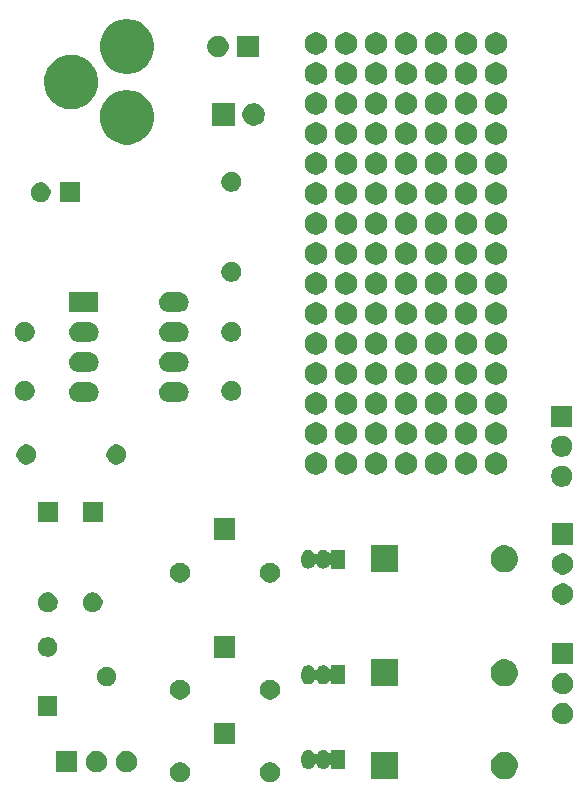
<source format=gbr>
G04 #@! TF.GenerationSoftware,KiCad,Pcbnew,(5.1.5)-3*
G04 #@! TF.CreationDate,2023-01-24T14:10:26+01:00*
G04 #@! TF.ProjectId,pump controller schematics,70756d70-2063-46f6-9e74-726f6c6c6572,rev?*
G04 #@! TF.SameCoordinates,Original*
G04 #@! TF.FileFunction,Soldermask,Bot*
G04 #@! TF.FilePolarity,Negative*
%FSLAX46Y46*%
G04 Gerber Fmt 4.6, Leading zero omitted, Abs format (unit mm)*
G04 Created by KiCad (PCBNEW (5.1.5)-3) date 2023-01-24 14:10:26*
%MOMM*%
%LPD*%
G04 APERTURE LIST*
%ADD10C,0.100000*%
G04 APERTURE END LIST*
D10*
G36*
X24368228Y-65381703D02*
G01*
X24523100Y-65445853D01*
X24662481Y-65538985D01*
X24781015Y-65657519D01*
X24874147Y-65796900D01*
X24938297Y-65951772D01*
X24971000Y-66116184D01*
X24971000Y-66283816D01*
X24938297Y-66448228D01*
X24874147Y-66603100D01*
X24781015Y-66742481D01*
X24662481Y-66861015D01*
X24523100Y-66954147D01*
X24368228Y-67018297D01*
X24203816Y-67051000D01*
X24036184Y-67051000D01*
X23871772Y-67018297D01*
X23716900Y-66954147D01*
X23577519Y-66861015D01*
X23458985Y-66742481D01*
X23365853Y-66603100D01*
X23301703Y-66448228D01*
X23269000Y-66283816D01*
X23269000Y-66116184D01*
X23301703Y-65951772D01*
X23365853Y-65796900D01*
X23458985Y-65657519D01*
X23577519Y-65538985D01*
X23716900Y-65445853D01*
X23871772Y-65381703D01*
X24036184Y-65349000D01*
X24203816Y-65349000D01*
X24368228Y-65381703D01*
G37*
G36*
X16748228Y-65381703D02*
G01*
X16903100Y-65445853D01*
X17042481Y-65538985D01*
X17161015Y-65657519D01*
X17254147Y-65796900D01*
X17318297Y-65951772D01*
X17351000Y-66116184D01*
X17351000Y-66283816D01*
X17318297Y-66448228D01*
X17254147Y-66603100D01*
X17161015Y-66742481D01*
X17042481Y-66861015D01*
X16903100Y-66954147D01*
X16748228Y-67018297D01*
X16583816Y-67051000D01*
X16416184Y-67051000D01*
X16251772Y-67018297D01*
X16096900Y-66954147D01*
X15957519Y-66861015D01*
X15838985Y-66742481D01*
X15745853Y-66603100D01*
X15681703Y-66448228D01*
X15649000Y-66283816D01*
X15649000Y-66116184D01*
X15681703Y-65951772D01*
X15745853Y-65796900D01*
X15838985Y-65657519D01*
X15957519Y-65538985D01*
X16096900Y-65445853D01*
X16251772Y-65381703D01*
X16416184Y-65349000D01*
X16583816Y-65349000D01*
X16748228Y-65381703D01*
G37*
G36*
X44081368Y-64475592D02*
G01*
X44295734Y-64518232D01*
X44429353Y-64573579D01*
X44493497Y-64600148D01*
X44505203Y-64604997D01*
X44693720Y-64730960D01*
X44854040Y-64891280D01*
X44980003Y-65079797D01*
X45066768Y-65289266D01*
X45079505Y-65353298D01*
X45109571Y-65504449D01*
X45111000Y-65511636D01*
X45111000Y-65738364D01*
X45066768Y-65960734D01*
X44980003Y-66170203D01*
X44854040Y-66358720D01*
X44693720Y-66519040D01*
X44505203Y-66645003D01*
X44295734Y-66731768D01*
X44184549Y-66753884D01*
X44073365Y-66776000D01*
X43846635Y-66776000D01*
X43735451Y-66753884D01*
X43624266Y-66731768D01*
X43414797Y-66645003D01*
X43226280Y-66519040D01*
X43065960Y-66358720D01*
X42939997Y-66170203D01*
X42853232Y-65960734D01*
X42809000Y-65738364D01*
X42809000Y-65511636D01*
X42810430Y-65504449D01*
X42840495Y-65353298D01*
X42853232Y-65289266D01*
X42939997Y-65079797D01*
X43065960Y-64891280D01*
X43226280Y-64730960D01*
X43414797Y-64604997D01*
X43426504Y-64600148D01*
X43490647Y-64573579D01*
X43624266Y-64518232D01*
X43838632Y-64475592D01*
X43846635Y-64474000D01*
X44073365Y-64474000D01*
X44081368Y-64475592D01*
G37*
G36*
X34951000Y-66776000D02*
G01*
X32649000Y-66776000D01*
X32649000Y-64474000D01*
X34951000Y-64474000D01*
X34951000Y-66776000D01*
G37*
G36*
X12083512Y-64403927D02*
G01*
X12232812Y-64433624D01*
X12396784Y-64501544D01*
X12544354Y-64600147D01*
X12669853Y-64725646D01*
X12768456Y-64873216D01*
X12836376Y-65037188D01*
X12871000Y-65211259D01*
X12871000Y-65388741D01*
X12836376Y-65562812D01*
X12768456Y-65726784D01*
X12669853Y-65874354D01*
X12544354Y-65999853D01*
X12396784Y-66098456D01*
X12232812Y-66166376D01*
X12083512Y-66196073D01*
X12058742Y-66201000D01*
X11881258Y-66201000D01*
X11856488Y-66196073D01*
X11707188Y-66166376D01*
X11543216Y-66098456D01*
X11395646Y-65999853D01*
X11270147Y-65874354D01*
X11171544Y-65726784D01*
X11103624Y-65562812D01*
X11069000Y-65388741D01*
X11069000Y-65211259D01*
X11103624Y-65037188D01*
X11171544Y-64873216D01*
X11270147Y-64725646D01*
X11395646Y-64600147D01*
X11543216Y-64501544D01*
X11707188Y-64433624D01*
X11856488Y-64403927D01*
X11881258Y-64399000D01*
X12058742Y-64399000D01*
X12083512Y-64403927D01*
G37*
G36*
X7791000Y-66201000D02*
G01*
X5989000Y-66201000D01*
X5989000Y-64399000D01*
X7791000Y-64399000D01*
X7791000Y-66201000D01*
G37*
G36*
X9543512Y-64403927D02*
G01*
X9692812Y-64433624D01*
X9856784Y-64501544D01*
X10004354Y-64600147D01*
X10129853Y-64725646D01*
X10228456Y-64873216D01*
X10296376Y-65037188D01*
X10331000Y-65211259D01*
X10331000Y-65388741D01*
X10296376Y-65562812D01*
X10228456Y-65726784D01*
X10129853Y-65874354D01*
X10004354Y-65999853D01*
X9856784Y-66098456D01*
X9692812Y-66166376D01*
X9543512Y-66196073D01*
X9518742Y-66201000D01*
X9341258Y-66201000D01*
X9316488Y-66196073D01*
X9167188Y-66166376D01*
X9003216Y-66098456D01*
X8855646Y-65999853D01*
X8730147Y-65874354D01*
X8631544Y-65726784D01*
X8563624Y-65562812D01*
X8529000Y-65388741D01*
X8529000Y-65211259D01*
X8563624Y-65037188D01*
X8631544Y-64873216D01*
X8730147Y-64725646D01*
X8855646Y-64600147D01*
X9003216Y-64501544D01*
X9167188Y-64433624D01*
X9316488Y-64403927D01*
X9341258Y-64399000D01*
X9518742Y-64399000D01*
X9543512Y-64403927D01*
G37*
G36*
X28742916Y-64307334D02*
G01*
X28851492Y-64340271D01*
X28851495Y-64340272D01*
X28887601Y-64359571D01*
X28951557Y-64393756D01*
X29039264Y-64465736D01*
X29102383Y-64542646D01*
X29119702Y-64559965D01*
X29140077Y-64573579D01*
X29162716Y-64582957D01*
X29186749Y-64587737D01*
X29211253Y-64587737D01*
X29235286Y-64582957D01*
X29257925Y-64573579D01*
X29278299Y-64559966D01*
X29295626Y-64542639D01*
X29309240Y-64522264D01*
X29318618Y-64499625D01*
X29323398Y-64475592D01*
X29324000Y-64463340D01*
X29324000Y-64299000D01*
X30476000Y-64299000D01*
X30476000Y-65901000D01*
X29324000Y-65901000D01*
X29324000Y-65736660D01*
X29321598Y-65712274D01*
X29314485Y-65688825D01*
X29302934Y-65667214D01*
X29287389Y-65648272D01*
X29268447Y-65632727D01*
X29246836Y-65621176D01*
X29223387Y-65614063D01*
X29199001Y-65611661D01*
X29174615Y-65614063D01*
X29151166Y-65621176D01*
X29129555Y-65632727D01*
X29102381Y-65657356D01*
X29039264Y-65734264D01*
X28951556Y-65806244D01*
X28887600Y-65840429D01*
X28851494Y-65859728D01*
X28851491Y-65859729D01*
X28742915Y-65892666D01*
X28630000Y-65903787D01*
X28517084Y-65892666D01*
X28408508Y-65859729D01*
X28408505Y-65859728D01*
X28372399Y-65840429D01*
X28308443Y-65806244D01*
X28220736Y-65734264D01*
X28148756Y-65646556D01*
X28105239Y-65565140D01*
X28091625Y-65544766D01*
X28074298Y-65527439D01*
X28053924Y-65513825D01*
X28031285Y-65504448D01*
X28007251Y-65499668D01*
X27982747Y-65499668D01*
X27958714Y-65504449D01*
X27936075Y-65513826D01*
X27915701Y-65527440D01*
X27898374Y-65544767D01*
X27884762Y-65565140D01*
X27841244Y-65646557D01*
X27769264Y-65734264D01*
X27681556Y-65806244D01*
X27617600Y-65840429D01*
X27581494Y-65859728D01*
X27581491Y-65859729D01*
X27472915Y-65892666D01*
X27360000Y-65903787D01*
X27247084Y-65892666D01*
X27138508Y-65859729D01*
X27138505Y-65859728D01*
X27102399Y-65840429D01*
X27038443Y-65806244D01*
X26950736Y-65734264D01*
X26878756Y-65646556D01*
X26835239Y-65565140D01*
X26825272Y-65546494D01*
X26819492Y-65527440D01*
X26792334Y-65437915D01*
X26784000Y-65353297D01*
X26784000Y-64846702D01*
X26792334Y-64762084D01*
X26825271Y-64653508D01*
X26825272Y-64653505D01*
X26878756Y-64553445D01*
X26878757Y-64553443D01*
X26950737Y-64465736D01*
X27038444Y-64393756D01*
X27102400Y-64359571D01*
X27138506Y-64340272D01*
X27138509Y-64340271D01*
X27247085Y-64307334D01*
X27360000Y-64296213D01*
X27472916Y-64307334D01*
X27581492Y-64340271D01*
X27581495Y-64340272D01*
X27617601Y-64359571D01*
X27681557Y-64393756D01*
X27769264Y-64465736D01*
X27841244Y-64553443D01*
X27884761Y-64634859D01*
X27898375Y-64655234D01*
X27915702Y-64672561D01*
X27936076Y-64686174D01*
X27958715Y-64695552D01*
X27982748Y-64700332D01*
X28007252Y-64700332D01*
X28031285Y-64695552D01*
X28053924Y-64686174D01*
X28074299Y-64672560D01*
X28091626Y-64655233D01*
X28105239Y-64634859D01*
X28148756Y-64553445D01*
X28148757Y-64553443D01*
X28220737Y-64465736D01*
X28308444Y-64393756D01*
X28372400Y-64359571D01*
X28408506Y-64340272D01*
X28408509Y-64340271D01*
X28517085Y-64307334D01*
X28630000Y-64296213D01*
X28742916Y-64307334D01*
G37*
G36*
X21201000Y-63801000D02*
G01*
X19399000Y-63801000D01*
X19399000Y-61999000D01*
X21201000Y-61999000D01*
X21201000Y-63801000D01*
G37*
G36*
X49013512Y-60333927D02*
G01*
X49162812Y-60363624D01*
X49326784Y-60431544D01*
X49474354Y-60530147D01*
X49599853Y-60655646D01*
X49698456Y-60803216D01*
X49766376Y-60967188D01*
X49801000Y-61141259D01*
X49801000Y-61318741D01*
X49766376Y-61492812D01*
X49698456Y-61656784D01*
X49599853Y-61804354D01*
X49474354Y-61929853D01*
X49326784Y-62028456D01*
X49162812Y-62096376D01*
X49013512Y-62126073D01*
X48988742Y-62131000D01*
X48811258Y-62131000D01*
X48786488Y-62126073D01*
X48637188Y-62096376D01*
X48473216Y-62028456D01*
X48325646Y-61929853D01*
X48200147Y-61804354D01*
X48101544Y-61656784D01*
X48033624Y-61492812D01*
X47999000Y-61318741D01*
X47999000Y-61141259D01*
X48033624Y-60967188D01*
X48101544Y-60803216D01*
X48200147Y-60655646D01*
X48325646Y-60530147D01*
X48473216Y-60431544D01*
X48637188Y-60363624D01*
X48786488Y-60333927D01*
X48811258Y-60329000D01*
X48988742Y-60329000D01*
X49013512Y-60333927D01*
G37*
G36*
X6126000Y-61426000D02*
G01*
X4474000Y-61426000D01*
X4474000Y-59774000D01*
X6126000Y-59774000D01*
X6126000Y-61426000D01*
G37*
G36*
X16748228Y-58381703D02*
G01*
X16903100Y-58445853D01*
X17042481Y-58538985D01*
X17161015Y-58657519D01*
X17254147Y-58796900D01*
X17318297Y-58951772D01*
X17351000Y-59116184D01*
X17351000Y-59283816D01*
X17318297Y-59448228D01*
X17254147Y-59603100D01*
X17161015Y-59742481D01*
X17042481Y-59861015D01*
X16903100Y-59954147D01*
X16748228Y-60018297D01*
X16583816Y-60051000D01*
X16416184Y-60051000D01*
X16251772Y-60018297D01*
X16096900Y-59954147D01*
X15957519Y-59861015D01*
X15838985Y-59742481D01*
X15745853Y-59603100D01*
X15681703Y-59448228D01*
X15649000Y-59283816D01*
X15649000Y-59116184D01*
X15681703Y-58951772D01*
X15745853Y-58796900D01*
X15838985Y-58657519D01*
X15957519Y-58538985D01*
X16096900Y-58445853D01*
X16251772Y-58381703D01*
X16416184Y-58349000D01*
X16583816Y-58349000D01*
X16748228Y-58381703D01*
G37*
G36*
X24368228Y-58381703D02*
G01*
X24523100Y-58445853D01*
X24662481Y-58538985D01*
X24781015Y-58657519D01*
X24874147Y-58796900D01*
X24938297Y-58951772D01*
X24971000Y-59116184D01*
X24971000Y-59283816D01*
X24938297Y-59448228D01*
X24874147Y-59603100D01*
X24781015Y-59742481D01*
X24662481Y-59861015D01*
X24523100Y-59954147D01*
X24368228Y-60018297D01*
X24203816Y-60051000D01*
X24036184Y-60051000D01*
X23871772Y-60018297D01*
X23716900Y-59954147D01*
X23577519Y-59861015D01*
X23458985Y-59742481D01*
X23365853Y-59603100D01*
X23301703Y-59448228D01*
X23269000Y-59283816D01*
X23269000Y-59116184D01*
X23301703Y-58951772D01*
X23365853Y-58796900D01*
X23458985Y-58657519D01*
X23577519Y-58538985D01*
X23716900Y-58445853D01*
X23871772Y-58381703D01*
X24036184Y-58349000D01*
X24203816Y-58349000D01*
X24368228Y-58381703D01*
G37*
G36*
X49013512Y-57793927D02*
G01*
X49162812Y-57823624D01*
X49326784Y-57891544D01*
X49474354Y-57990147D01*
X49599853Y-58115646D01*
X49698456Y-58263216D01*
X49766376Y-58427188D01*
X49801000Y-58601259D01*
X49801000Y-58778741D01*
X49766376Y-58952812D01*
X49698456Y-59116784D01*
X49599853Y-59264354D01*
X49474354Y-59389853D01*
X49326784Y-59488456D01*
X49162812Y-59556376D01*
X49013512Y-59586073D01*
X48988742Y-59591000D01*
X48811258Y-59591000D01*
X48786488Y-59586073D01*
X48637188Y-59556376D01*
X48473216Y-59488456D01*
X48325646Y-59389853D01*
X48200147Y-59264354D01*
X48101544Y-59116784D01*
X48033624Y-58952812D01*
X47999000Y-58778741D01*
X47999000Y-58601259D01*
X48033624Y-58427188D01*
X48101544Y-58263216D01*
X48200147Y-58115646D01*
X48325646Y-57990147D01*
X48473216Y-57891544D01*
X48637188Y-57823624D01*
X48786488Y-57793927D01*
X48811258Y-57789000D01*
X48988742Y-57789000D01*
X49013512Y-57793927D01*
G37*
G36*
X44184549Y-56646116D02*
G01*
X44295734Y-56668232D01*
X44505203Y-56754997D01*
X44693720Y-56880960D01*
X44854040Y-57041280D01*
X44980003Y-57229797D01*
X45066135Y-57437737D01*
X45066768Y-57439267D01*
X45111000Y-57661635D01*
X45111000Y-57888365D01*
X45090754Y-57990147D01*
X45066768Y-58110734D01*
X44980003Y-58320203D01*
X44854040Y-58508720D01*
X44693720Y-58669040D01*
X44505203Y-58795003D01*
X44505202Y-58795004D01*
X44505201Y-58795004D01*
X44500616Y-58796903D01*
X44295734Y-58881768D01*
X44232947Y-58894257D01*
X44073365Y-58926000D01*
X43846635Y-58926000D01*
X43687053Y-58894257D01*
X43624266Y-58881768D01*
X43419384Y-58796903D01*
X43414799Y-58795004D01*
X43414798Y-58795004D01*
X43414797Y-58795003D01*
X43226280Y-58669040D01*
X43065960Y-58508720D01*
X42939997Y-58320203D01*
X42853232Y-58110734D01*
X42829246Y-57990147D01*
X42809000Y-57888365D01*
X42809000Y-57661635D01*
X42853232Y-57439267D01*
X42853866Y-57437737D01*
X42939997Y-57229797D01*
X43065960Y-57041280D01*
X43226280Y-56880960D01*
X43414797Y-56754997D01*
X43624266Y-56668232D01*
X43735451Y-56646116D01*
X43846635Y-56624000D01*
X44073365Y-56624000D01*
X44184549Y-56646116D01*
G37*
G36*
X34951000Y-58926000D02*
G01*
X32649000Y-58926000D01*
X32649000Y-56624000D01*
X34951000Y-56624000D01*
X34951000Y-58926000D01*
G37*
G36*
X10540935Y-57305742D02*
G01*
X10691258Y-57368008D01*
X10826545Y-57458404D01*
X10941596Y-57573455D01*
X11031992Y-57708742D01*
X11094258Y-57859065D01*
X11126000Y-58018646D01*
X11126000Y-58181354D01*
X11094258Y-58340935D01*
X11031992Y-58491258D01*
X10941596Y-58626545D01*
X10826545Y-58741596D01*
X10691258Y-58831992D01*
X10540935Y-58894258D01*
X10381354Y-58926000D01*
X10218646Y-58926000D01*
X10059065Y-58894258D01*
X9908742Y-58831992D01*
X9773455Y-58741596D01*
X9658404Y-58626545D01*
X9568008Y-58491258D01*
X9505742Y-58340935D01*
X9474000Y-58181354D01*
X9474000Y-58018646D01*
X9505742Y-57859065D01*
X9568008Y-57708742D01*
X9658404Y-57573455D01*
X9773455Y-57458404D01*
X9908742Y-57368008D01*
X10059065Y-57305742D01*
X10218646Y-57274000D01*
X10381354Y-57274000D01*
X10540935Y-57305742D01*
G37*
G36*
X28742916Y-57157334D02*
G01*
X28851492Y-57190271D01*
X28851495Y-57190272D01*
X28887601Y-57209571D01*
X28951557Y-57243756D01*
X29039264Y-57315736D01*
X29102383Y-57392646D01*
X29119702Y-57409965D01*
X29140077Y-57423579D01*
X29162716Y-57432957D01*
X29186749Y-57437737D01*
X29211253Y-57437737D01*
X29235286Y-57432957D01*
X29257925Y-57423579D01*
X29278299Y-57409966D01*
X29295626Y-57392639D01*
X29309240Y-57372264D01*
X29318618Y-57349625D01*
X29323398Y-57325592D01*
X29324000Y-57313340D01*
X29324000Y-57149000D01*
X30476000Y-57149000D01*
X30476000Y-58751000D01*
X29324000Y-58751000D01*
X29324000Y-58586660D01*
X29321598Y-58562274D01*
X29314485Y-58538825D01*
X29302934Y-58517214D01*
X29287389Y-58498272D01*
X29268447Y-58482727D01*
X29246836Y-58471176D01*
X29223387Y-58464063D01*
X29199001Y-58461661D01*
X29174615Y-58464063D01*
X29151166Y-58471176D01*
X29129555Y-58482727D01*
X29102381Y-58507356D01*
X29039264Y-58584264D01*
X28951556Y-58656244D01*
X28887600Y-58690429D01*
X28851494Y-58709728D01*
X28851491Y-58709729D01*
X28742915Y-58742666D01*
X28630000Y-58753787D01*
X28517084Y-58742666D01*
X28408508Y-58709729D01*
X28408505Y-58709728D01*
X28372399Y-58690429D01*
X28308443Y-58656244D01*
X28220736Y-58584264D01*
X28148756Y-58496556D01*
X28105239Y-58415140D01*
X28091625Y-58394766D01*
X28074298Y-58377439D01*
X28053924Y-58363825D01*
X28031285Y-58354448D01*
X28007251Y-58349668D01*
X27982747Y-58349668D01*
X27958714Y-58354449D01*
X27936075Y-58363826D01*
X27915701Y-58377440D01*
X27898374Y-58394767D01*
X27884762Y-58415140D01*
X27841244Y-58496557D01*
X27769264Y-58584264D01*
X27681556Y-58656244D01*
X27617600Y-58690429D01*
X27581494Y-58709728D01*
X27581491Y-58709729D01*
X27472915Y-58742666D01*
X27360000Y-58753787D01*
X27247084Y-58742666D01*
X27138508Y-58709729D01*
X27138505Y-58709728D01*
X27102399Y-58690429D01*
X27038443Y-58656244D01*
X26950736Y-58584264D01*
X26878756Y-58496556D01*
X26835239Y-58415140D01*
X26825272Y-58396494D01*
X26819492Y-58377440D01*
X26792334Y-58287915D01*
X26784000Y-58203297D01*
X26784000Y-57696702D01*
X26792334Y-57612084D01*
X26825271Y-57503508D01*
X26825272Y-57503505D01*
X26878756Y-57403445D01*
X26878757Y-57403443D01*
X26950737Y-57315736D01*
X27038444Y-57243756D01*
X27102400Y-57209571D01*
X27138506Y-57190272D01*
X27138509Y-57190271D01*
X27247085Y-57157334D01*
X27360000Y-57146213D01*
X27472916Y-57157334D01*
X27581492Y-57190271D01*
X27581495Y-57190272D01*
X27617601Y-57209571D01*
X27681557Y-57243756D01*
X27769264Y-57315736D01*
X27841244Y-57403443D01*
X27884761Y-57484859D01*
X27898375Y-57505234D01*
X27915702Y-57522561D01*
X27936076Y-57536174D01*
X27958715Y-57545552D01*
X27982748Y-57550332D01*
X28007252Y-57550332D01*
X28031285Y-57545552D01*
X28053924Y-57536174D01*
X28074299Y-57522560D01*
X28091626Y-57505233D01*
X28105239Y-57484859D01*
X28148756Y-57403445D01*
X28148757Y-57403443D01*
X28220737Y-57315736D01*
X28308444Y-57243756D01*
X28372400Y-57209571D01*
X28408506Y-57190272D01*
X28408509Y-57190271D01*
X28517085Y-57157334D01*
X28630000Y-57146213D01*
X28742916Y-57157334D01*
G37*
G36*
X49801000Y-57051000D02*
G01*
X47999000Y-57051000D01*
X47999000Y-55249000D01*
X49801000Y-55249000D01*
X49801000Y-57051000D01*
G37*
G36*
X21201000Y-56501000D02*
G01*
X19399000Y-56501000D01*
X19399000Y-54699000D01*
X21201000Y-54699000D01*
X21201000Y-56501000D01*
G37*
G36*
X5540935Y-54805742D02*
G01*
X5691258Y-54868008D01*
X5826545Y-54958404D01*
X5941596Y-55073455D01*
X6031992Y-55208742D01*
X6094258Y-55359065D01*
X6126000Y-55518646D01*
X6126000Y-55681354D01*
X6094258Y-55840935D01*
X6031992Y-55991258D01*
X5941596Y-56126545D01*
X5826545Y-56241596D01*
X5691258Y-56331992D01*
X5540935Y-56394258D01*
X5381354Y-56426000D01*
X5218646Y-56426000D01*
X5059065Y-56394258D01*
X4908742Y-56331992D01*
X4773455Y-56241596D01*
X4658404Y-56126545D01*
X4568008Y-55991258D01*
X4505742Y-55840935D01*
X4474000Y-55681354D01*
X4474000Y-55518646D01*
X4505742Y-55359065D01*
X4568008Y-55208742D01*
X4658404Y-55073455D01*
X4773455Y-54958404D01*
X4908742Y-54868008D01*
X5059065Y-54805742D01*
X5218646Y-54774000D01*
X5381354Y-54774000D01*
X5540935Y-54805742D01*
G37*
G36*
X5548228Y-51001703D02*
G01*
X5703100Y-51065853D01*
X5842481Y-51158985D01*
X5961015Y-51277519D01*
X6054147Y-51416900D01*
X6118297Y-51571772D01*
X6151000Y-51736184D01*
X6151000Y-51903816D01*
X6118297Y-52068228D01*
X6054147Y-52223100D01*
X5961015Y-52362481D01*
X5842481Y-52481015D01*
X5703100Y-52574147D01*
X5548228Y-52638297D01*
X5383816Y-52671000D01*
X5216184Y-52671000D01*
X5051772Y-52638297D01*
X4896900Y-52574147D01*
X4757519Y-52481015D01*
X4638985Y-52362481D01*
X4545853Y-52223100D01*
X4481703Y-52068228D01*
X4449000Y-51903816D01*
X4449000Y-51736184D01*
X4481703Y-51571772D01*
X4545853Y-51416900D01*
X4638985Y-51277519D01*
X4757519Y-51158985D01*
X4896900Y-51065853D01*
X5051772Y-51001703D01*
X5216184Y-50969000D01*
X5383816Y-50969000D01*
X5548228Y-51001703D01*
G37*
G36*
X9348228Y-51001703D02*
G01*
X9503100Y-51065853D01*
X9642481Y-51158985D01*
X9761015Y-51277519D01*
X9854147Y-51416900D01*
X9918297Y-51571772D01*
X9951000Y-51736184D01*
X9951000Y-51903816D01*
X9918297Y-52068228D01*
X9854147Y-52223100D01*
X9761015Y-52362481D01*
X9642481Y-52481015D01*
X9503100Y-52574147D01*
X9348228Y-52638297D01*
X9183816Y-52671000D01*
X9016184Y-52671000D01*
X8851772Y-52638297D01*
X8696900Y-52574147D01*
X8557519Y-52481015D01*
X8438985Y-52362481D01*
X8345853Y-52223100D01*
X8281703Y-52068228D01*
X8249000Y-51903816D01*
X8249000Y-51736184D01*
X8281703Y-51571772D01*
X8345853Y-51416900D01*
X8438985Y-51277519D01*
X8557519Y-51158985D01*
X8696900Y-51065853D01*
X8851772Y-51001703D01*
X9016184Y-50969000D01*
X9183816Y-50969000D01*
X9348228Y-51001703D01*
G37*
G36*
X49013512Y-50208927D02*
G01*
X49162812Y-50238624D01*
X49326784Y-50306544D01*
X49474354Y-50405147D01*
X49599853Y-50530646D01*
X49698456Y-50678216D01*
X49766376Y-50842188D01*
X49801000Y-51016259D01*
X49801000Y-51193741D01*
X49766376Y-51367812D01*
X49698456Y-51531784D01*
X49599853Y-51679354D01*
X49474354Y-51804853D01*
X49326784Y-51903456D01*
X49162812Y-51971376D01*
X49013512Y-52001073D01*
X48988742Y-52006000D01*
X48811258Y-52006000D01*
X48786488Y-52001073D01*
X48637188Y-51971376D01*
X48473216Y-51903456D01*
X48325646Y-51804853D01*
X48200147Y-51679354D01*
X48101544Y-51531784D01*
X48033624Y-51367812D01*
X47999000Y-51193741D01*
X47999000Y-51016259D01*
X48033624Y-50842188D01*
X48101544Y-50678216D01*
X48200147Y-50530646D01*
X48325646Y-50405147D01*
X48473216Y-50306544D01*
X48637188Y-50238624D01*
X48786488Y-50208927D01*
X48811258Y-50204000D01*
X48988742Y-50204000D01*
X49013512Y-50208927D01*
G37*
G36*
X16748228Y-48481703D02*
G01*
X16903100Y-48545853D01*
X17042481Y-48638985D01*
X17161015Y-48757519D01*
X17254147Y-48896900D01*
X17318297Y-49051772D01*
X17351000Y-49216184D01*
X17351000Y-49383816D01*
X17318297Y-49548228D01*
X17254147Y-49703100D01*
X17161015Y-49842481D01*
X17042481Y-49961015D01*
X16903100Y-50054147D01*
X16748228Y-50118297D01*
X16583816Y-50151000D01*
X16416184Y-50151000D01*
X16251772Y-50118297D01*
X16096900Y-50054147D01*
X15957519Y-49961015D01*
X15838985Y-49842481D01*
X15745853Y-49703100D01*
X15681703Y-49548228D01*
X15649000Y-49383816D01*
X15649000Y-49216184D01*
X15681703Y-49051772D01*
X15745853Y-48896900D01*
X15838985Y-48757519D01*
X15957519Y-48638985D01*
X16096900Y-48545853D01*
X16251772Y-48481703D01*
X16416184Y-48449000D01*
X16583816Y-48449000D01*
X16748228Y-48481703D01*
G37*
G36*
X24368228Y-48481703D02*
G01*
X24523100Y-48545853D01*
X24662481Y-48638985D01*
X24781015Y-48757519D01*
X24874147Y-48896900D01*
X24938297Y-49051772D01*
X24971000Y-49216184D01*
X24971000Y-49383816D01*
X24938297Y-49548228D01*
X24874147Y-49703100D01*
X24781015Y-49842481D01*
X24662481Y-49961015D01*
X24523100Y-50054147D01*
X24368228Y-50118297D01*
X24203816Y-50151000D01*
X24036184Y-50151000D01*
X23871772Y-50118297D01*
X23716900Y-50054147D01*
X23577519Y-49961015D01*
X23458985Y-49842481D01*
X23365853Y-49703100D01*
X23301703Y-49548228D01*
X23269000Y-49383816D01*
X23269000Y-49216184D01*
X23301703Y-49051772D01*
X23365853Y-48896900D01*
X23458985Y-48757519D01*
X23577519Y-48638985D01*
X23716900Y-48545853D01*
X23871772Y-48481703D01*
X24036184Y-48449000D01*
X24203816Y-48449000D01*
X24368228Y-48481703D01*
G37*
G36*
X49013512Y-47668927D02*
G01*
X49162812Y-47698624D01*
X49326784Y-47766544D01*
X49474354Y-47865147D01*
X49599853Y-47990646D01*
X49698456Y-48138216D01*
X49766376Y-48302188D01*
X49801000Y-48476259D01*
X49801000Y-48653741D01*
X49766376Y-48827812D01*
X49698456Y-48991784D01*
X49599853Y-49139354D01*
X49474354Y-49264853D01*
X49326784Y-49363456D01*
X49162812Y-49431376D01*
X49013512Y-49461073D01*
X48988742Y-49466000D01*
X48811258Y-49466000D01*
X48786488Y-49461073D01*
X48637188Y-49431376D01*
X48473216Y-49363456D01*
X48325646Y-49264853D01*
X48200147Y-49139354D01*
X48101544Y-48991784D01*
X48033624Y-48827812D01*
X47999000Y-48653741D01*
X47999000Y-48476259D01*
X48033624Y-48302188D01*
X48101544Y-48138216D01*
X48200147Y-47990646D01*
X48325646Y-47865147D01*
X48473216Y-47766544D01*
X48637188Y-47698624D01*
X48786488Y-47668927D01*
X48811258Y-47664000D01*
X48988742Y-47664000D01*
X49013512Y-47668927D01*
G37*
G36*
X34951000Y-49276000D02*
G01*
X32649000Y-49276000D01*
X32649000Y-46974000D01*
X34951000Y-46974000D01*
X34951000Y-49276000D01*
G37*
G36*
X44184549Y-46996116D02*
G01*
X44295734Y-47018232D01*
X44505203Y-47104997D01*
X44693720Y-47230960D01*
X44854040Y-47391280D01*
X44980003Y-47579797D01*
X44980004Y-47579799D01*
X44998138Y-47623579D01*
X45044777Y-47736174D01*
X45066768Y-47789267D01*
X45111000Y-48011635D01*
X45111000Y-48238365D01*
X45088884Y-48349549D01*
X45066768Y-48460734D01*
X45029930Y-48549668D01*
X44986822Y-48653742D01*
X44980003Y-48670203D01*
X44854040Y-48858720D01*
X44693720Y-49019040D01*
X44505203Y-49145003D01*
X44295734Y-49231768D01*
X44184549Y-49253884D01*
X44073365Y-49276000D01*
X43846635Y-49276000D01*
X43735451Y-49253884D01*
X43624266Y-49231768D01*
X43414797Y-49145003D01*
X43226280Y-49019040D01*
X43065960Y-48858720D01*
X42939997Y-48670203D01*
X42933179Y-48653742D01*
X42890070Y-48549668D01*
X42853232Y-48460734D01*
X42831116Y-48349549D01*
X42809000Y-48238365D01*
X42809000Y-48011635D01*
X42853232Y-47789267D01*
X42875224Y-47736174D01*
X42921862Y-47623579D01*
X42939996Y-47579799D01*
X42939997Y-47579797D01*
X43065960Y-47391280D01*
X43226280Y-47230960D01*
X43414797Y-47104997D01*
X43624266Y-47018232D01*
X43735451Y-46996116D01*
X43846635Y-46974000D01*
X44073365Y-46974000D01*
X44184549Y-46996116D01*
G37*
G36*
X28742916Y-47357334D02*
G01*
X28851492Y-47390271D01*
X28851495Y-47390272D01*
X28887601Y-47409571D01*
X28951557Y-47443756D01*
X29039264Y-47515736D01*
X29102383Y-47592646D01*
X29119702Y-47609965D01*
X29140077Y-47623579D01*
X29162716Y-47632957D01*
X29186749Y-47637737D01*
X29211253Y-47637737D01*
X29235286Y-47632957D01*
X29257925Y-47623579D01*
X29278299Y-47609966D01*
X29295626Y-47592639D01*
X29309240Y-47572264D01*
X29318618Y-47549625D01*
X29323398Y-47525592D01*
X29324000Y-47513340D01*
X29324000Y-47349000D01*
X30476000Y-47349000D01*
X30476000Y-48951000D01*
X29324000Y-48951000D01*
X29324000Y-48786660D01*
X29321598Y-48762274D01*
X29314485Y-48738825D01*
X29302934Y-48717214D01*
X29287389Y-48698272D01*
X29268447Y-48682727D01*
X29246836Y-48671176D01*
X29223387Y-48664063D01*
X29199001Y-48661661D01*
X29174615Y-48664063D01*
X29151166Y-48671176D01*
X29129555Y-48682727D01*
X29102381Y-48707356D01*
X29039264Y-48784264D01*
X28951556Y-48856244D01*
X28887600Y-48890429D01*
X28851494Y-48909728D01*
X28851491Y-48909729D01*
X28742915Y-48942666D01*
X28630000Y-48953787D01*
X28517084Y-48942666D01*
X28408508Y-48909729D01*
X28408505Y-48909728D01*
X28372399Y-48890429D01*
X28308443Y-48856244D01*
X28220736Y-48784264D01*
X28148756Y-48696556D01*
X28105239Y-48615140D01*
X28091625Y-48594766D01*
X28074298Y-48577439D01*
X28053924Y-48563825D01*
X28031285Y-48554448D01*
X28007251Y-48549668D01*
X27982747Y-48549668D01*
X27958714Y-48554449D01*
X27936075Y-48563826D01*
X27915701Y-48577440D01*
X27898374Y-48594767D01*
X27884762Y-48615140D01*
X27841244Y-48696557D01*
X27769264Y-48784264D01*
X27681556Y-48856244D01*
X27617600Y-48890429D01*
X27581494Y-48909728D01*
X27581491Y-48909729D01*
X27472915Y-48942666D01*
X27360000Y-48953787D01*
X27247084Y-48942666D01*
X27138508Y-48909729D01*
X27138505Y-48909728D01*
X27102399Y-48890429D01*
X27038443Y-48856244D01*
X26950736Y-48784264D01*
X26878756Y-48696556D01*
X26835239Y-48615140D01*
X26825272Y-48596494D01*
X26819492Y-48577440D01*
X26792334Y-48487915D01*
X26784000Y-48403297D01*
X26784000Y-47896702D01*
X26792334Y-47812084D01*
X26825271Y-47703508D01*
X26825272Y-47703505D01*
X26878756Y-47603445D01*
X26878757Y-47603443D01*
X26950737Y-47515736D01*
X27038444Y-47443756D01*
X27102400Y-47409571D01*
X27138506Y-47390272D01*
X27138509Y-47390271D01*
X27247085Y-47357334D01*
X27360000Y-47346213D01*
X27472916Y-47357334D01*
X27581492Y-47390271D01*
X27581495Y-47390272D01*
X27617601Y-47409571D01*
X27681557Y-47443756D01*
X27769264Y-47515736D01*
X27841244Y-47603443D01*
X27857019Y-47632957D01*
X27884761Y-47684859D01*
X27898375Y-47705234D01*
X27915702Y-47722561D01*
X27936076Y-47736174D01*
X27958715Y-47745552D01*
X27982748Y-47750332D01*
X28007252Y-47750332D01*
X28031285Y-47745552D01*
X28053924Y-47736174D01*
X28074299Y-47722560D01*
X28091626Y-47705233D01*
X28105239Y-47684859D01*
X28148756Y-47603445D01*
X28148757Y-47603443D01*
X28220737Y-47515736D01*
X28308444Y-47443756D01*
X28372400Y-47409571D01*
X28408506Y-47390272D01*
X28408509Y-47390271D01*
X28517085Y-47357334D01*
X28630000Y-47346213D01*
X28742916Y-47357334D01*
G37*
G36*
X49801000Y-46926000D02*
G01*
X47999000Y-46926000D01*
X47999000Y-45124000D01*
X49801000Y-45124000D01*
X49801000Y-46926000D01*
G37*
G36*
X21201000Y-46501000D02*
G01*
X19399000Y-46501000D01*
X19399000Y-44699000D01*
X21201000Y-44699000D01*
X21201000Y-46501000D01*
G37*
G36*
X9951000Y-45051000D02*
G01*
X8249000Y-45051000D01*
X8249000Y-43349000D01*
X9951000Y-43349000D01*
X9951000Y-45051000D01*
G37*
G36*
X6151000Y-45051000D02*
G01*
X4449000Y-45051000D01*
X4449000Y-43349000D01*
X6151000Y-43349000D01*
X6151000Y-45051000D01*
G37*
G36*
X48938512Y-40233927D02*
G01*
X49087812Y-40263624D01*
X49251784Y-40331544D01*
X49399354Y-40430147D01*
X49524853Y-40555646D01*
X49623456Y-40703216D01*
X49691376Y-40867188D01*
X49726000Y-41041259D01*
X49726000Y-41218741D01*
X49691376Y-41392812D01*
X49623456Y-41556784D01*
X49524853Y-41704354D01*
X49399354Y-41829853D01*
X49251784Y-41928456D01*
X49087812Y-41996376D01*
X48938512Y-42026073D01*
X48913742Y-42031000D01*
X48736258Y-42031000D01*
X48711488Y-42026073D01*
X48562188Y-41996376D01*
X48398216Y-41928456D01*
X48250646Y-41829853D01*
X48125147Y-41704354D01*
X48026544Y-41556784D01*
X47958624Y-41392812D01*
X47924000Y-41218741D01*
X47924000Y-41041259D01*
X47958624Y-40867188D01*
X48026544Y-40703216D01*
X48125147Y-40555646D01*
X48250646Y-40430147D01*
X48398216Y-40331544D01*
X48562188Y-40263624D01*
X48711488Y-40233927D01*
X48736258Y-40229000D01*
X48913742Y-40229000D01*
X48938512Y-40233927D01*
G37*
G36*
X28277395Y-39145546D02*
G01*
X28450466Y-39217234D01*
X28450467Y-39217235D01*
X28606227Y-39321310D01*
X28738690Y-39453773D01*
X28740429Y-39456376D01*
X28842766Y-39609534D01*
X28914454Y-39782605D01*
X28951000Y-39966333D01*
X28951000Y-40153667D01*
X28914454Y-40337395D01*
X28842766Y-40510466D01*
X28842765Y-40510467D01*
X28738690Y-40666227D01*
X28606227Y-40798690D01*
X28527818Y-40851081D01*
X28450466Y-40902766D01*
X28277395Y-40974454D01*
X28093667Y-41011000D01*
X27906333Y-41011000D01*
X27722605Y-40974454D01*
X27549534Y-40902766D01*
X27472182Y-40851081D01*
X27393773Y-40798690D01*
X27261310Y-40666227D01*
X27157235Y-40510467D01*
X27157234Y-40510466D01*
X27085546Y-40337395D01*
X27049000Y-40153667D01*
X27049000Y-39966333D01*
X27085546Y-39782605D01*
X27157234Y-39609534D01*
X27259571Y-39456376D01*
X27261310Y-39453773D01*
X27393773Y-39321310D01*
X27549533Y-39217235D01*
X27549534Y-39217234D01*
X27722605Y-39145546D01*
X27906333Y-39109000D01*
X28093667Y-39109000D01*
X28277395Y-39145546D01*
G37*
G36*
X30817395Y-39145546D02*
G01*
X30990466Y-39217234D01*
X30990467Y-39217235D01*
X31146227Y-39321310D01*
X31278690Y-39453773D01*
X31280429Y-39456376D01*
X31382766Y-39609534D01*
X31454454Y-39782605D01*
X31491000Y-39966333D01*
X31491000Y-40153667D01*
X31454454Y-40337395D01*
X31382766Y-40510466D01*
X31382765Y-40510467D01*
X31278690Y-40666227D01*
X31146227Y-40798690D01*
X31067818Y-40851081D01*
X30990466Y-40902766D01*
X30817395Y-40974454D01*
X30633667Y-41011000D01*
X30446333Y-41011000D01*
X30262605Y-40974454D01*
X30089534Y-40902766D01*
X30012182Y-40851081D01*
X29933773Y-40798690D01*
X29801310Y-40666227D01*
X29697235Y-40510467D01*
X29697234Y-40510466D01*
X29625546Y-40337395D01*
X29589000Y-40153667D01*
X29589000Y-39966333D01*
X29625546Y-39782605D01*
X29697234Y-39609534D01*
X29799571Y-39456376D01*
X29801310Y-39453773D01*
X29933773Y-39321310D01*
X30089533Y-39217235D01*
X30089534Y-39217234D01*
X30262605Y-39145546D01*
X30446333Y-39109000D01*
X30633667Y-39109000D01*
X30817395Y-39145546D01*
G37*
G36*
X33357395Y-39145546D02*
G01*
X33530466Y-39217234D01*
X33530467Y-39217235D01*
X33686227Y-39321310D01*
X33818690Y-39453773D01*
X33820429Y-39456376D01*
X33922766Y-39609534D01*
X33994454Y-39782605D01*
X34031000Y-39966333D01*
X34031000Y-40153667D01*
X33994454Y-40337395D01*
X33922766Y-40510466D01*
X33922765Y-40510467D01*
X33818690Y-40666227D01*
X33686227Y-40798690D01*
X33607818Y-40851081D01*
X33530466Y-40902766D01*
X33357395Y-40974454D01*
X33173667Y-41011000D01*
X32986333Y-41011000D01*
X32802605Y-40974454D01*
X32629534Y-40902766D01*
X32552182Y-40851081D01*
X32473773Y-40798690D01*
X32341310Y-40666227D01*
X32237235Y-40510467D01*
X32237234Y-40510466D01*
X32165546Y-40337395D01*
X32129000Y-40153667D01*
X32129000Y-39966333D01*
X32165546Y-39782605D01*
X32237234Y-39609534D01*
X32339571Y-39456376D01*
X32341310Y-39453773D01*
X32473773Y-39321310D01*
X32629533Y-39217235D01*
X32629534Y-39217234D01*
X32802605Y-39145546D01*
X32986333Y-39109000D01*
X33173667Y-39109000D01*
X33357395Y-39145546D01*
G37*
G36*
X35897395Y-39145546D02*
G01*
X36070466Y-39217234D01*
X36070467Y-39217235D01*
X36226227Y-39321310D01*
X36358690Y-39453773D01*
X36360429Y-39456376D01*
X36462766Y-39609534D01*
X36534454Y-39782605D01*
X36571000Y-39966333D01*
X36571000Y-40153667D01*
X36534454Y-40337395D01*
X36462766Y-40510466D01*
X36462765Y-40510467D01*
X36358690Y-40666227D01*
X36226227Y-40798690D01*
X36147818Y-40851081D01*
X36070466Y-40902766D01*
X35897395Y-40974454D01*
X35713667Y-41011000D01*
X35526333Y-41011000D01*
X35342605Y-40974454D01*
X35169534Y-40902766D01*
X35092182Y-40851081D01*
X35013773Y-40798690D01*
X34881310Y-40666227D01*
X34777235Y-40510467D01*
X34777234Y-40510466D01*
X34705546Y-40337395D01*
X34669000Y-40153667D01*
X34669000Y-39966333D01*
X34705546Y-39782605D01*
X34777234Y-39609534D01*
X34879571Y-39456376D01*
X34881310Y-39453773D01*
X35013773Y-39321310D01*
X35169533Y-39217235D01*
X35169534Y-39217234D01*
X35342605Y-39145546D01*
X35526333Y-39109000D01*
X35713667Y-39109000D01*
X35897395Y-39145546D01*
G37*
G36*
X38437395Y-39145546D02*
G01*
X38610466Y-39217234D01*
X38610467Y-39217235D01*
X38766227Y-39321310D01*
X38898690Y-39453773D01*
X38900429Y-39456376D01*
X39002766Y-39609534D01*
X39074454Y-39782605D01*
X39111000Y-39966333D01*
X39111000Y-40153667D01*
X39074454Y-40337395D01*
X39002766Y-40510466D01*
X39002765Y-40510467D01*
X38898690Y-40666227D01*
X38766227Y-40798690D01*
X38687818Y-40851081D01*
X38610466Y-40902766D01*
X38437395Y-40974454D01*
X38253667Y-41011000D01*
X38066333Y-41011000D01*
X37882605Y-40974454D01*
X37709534Y-40902766D01*
X37632182Y-40851081D01*
X37553773Y-40798690D01*
X37421310Y-40666227D01*
X37317235Y-40510467D01*
X37317234Y-40510466D01*
X37245546Y-40337395D01*
X37209000Y-40153667D01*
X37209000Y-39966333D01*
X37245546Y-39782605D01*
X37317234Y-39609534D01*
X37419571Y-39456376D01*
X37421310Y-39453773D01*
X37553773Y-39321310D01*
X37709533Y-39217235D01*
X37709534Y-39217234D01*
X37882605Y-39145546D01*
X38066333Y-39109000D01*
X38253667Y-39109000D01*
X38437395Y-39145546D01*
G37*
G36*
X40977395Y-39145546D02*
G01*
X41150466Y-39217234D01*
X41150467Y-39217235D01*
X41306227Y-39321310D01*
X41438690Y-39453773D01*
X41440429Y-39456376D01*
X41542766Y-39609534D01*
X41614454Y-39782605D01*
X41651000Y-39966333D01*
X41651000Y-40153667D01*
X41614454Y-40337395D01*
X41542766Y-40510466D01*
X41542765Y-40510467D01*
X41438690Y-40666227D01*
X41306227Y-40798690D01*
X41227818Y-40851081D01*
X41150466Y-40902766D01*
X40977395Y-40974454D01*
X40793667Y-41011000D01*
X40606333Y-41011000D01*
X40422605Y-40974454D01*
X40249534Y-40902766D01*
X40172182Y-40851081D01*
X40093773Y-40798690D01*
X39961310Y-40666227D01*
X39857235Y-40510467D01*
X39857234Y-40510466D01*
X39785546Y-40337395D01*
X39749000Y-40153667D01*
X39749000Y-39966333D01*
X39785546Y-39782605D01*
X39857234Y-39609534D01*
X39959571Y-39456376D01*
X39961310Y-39453773D01*
X40093773Y-39321310D01*
X40249533Y-39217235D01*
X40249534Y-39217234D01*
X40422605Y-39145546D01*
X40606333Y-39109000D01*
X40793667Y-39109000D01*
X40977395Y-39145546D01*
G37*
G36*
X43517395Y-39145546D02*
G01*
X43690466Y-39217234D01*
X43690467Y-39217235D01*
X43846227Y-39321310D01*
X43978690Y-39453773D01*
X43980429Y-39456376D01*
X44082766Y-39609534D01*
X44154454Y-39782605D01*
X44191000Y-39966333D01*
X44191000Y-40153667D01*
X44154454Y-40337395D01*
X44082766Y-40510466D01*
X44082765Y-40510467D01*
X43978690Y-40666227D01*
X43846227Y-40798690D01*
X43767818Y-40851081D01*
X43690466Y-40902766D01*
X43517395Y-40974454D01*
X43333667Y-41011000D01*
X43146333Y-41011000D01*
X42962605Y-40974454D01*
X42789534Y-40902766D01*
X42712182Y-40851081D01*
X42633773Y-40798690D01*
X42501310Y-40666227D01*
X42397235Y-40510467D01*
X42397234Y-40510466D01*
X42325546Y-40337395D01*
X42289000Y-40153667D01*
X42289000Y-39966333D01*
X42325546Y-39782605D01*
X42397234Y-39609534D01*
X42499571Y-39456376D01*
X42501310Y-39453773D01*
X42633773Y-39321310D01*
X42789533Y-39217235D01*
X42789534Y-39217234D01*
X42962605Y-39145546D01*
X43146333Y-39109000D01*
X43333667Y-39109000D01*
X43517395Y-39145546D01*
G37*
G36*
X3748228Y-38481703D02*
G01*
X3903100Y-38545853D01*
X4042481Y-38638985D01*
X4161015Y-38757519D01*
X4254147Y-38896900D01*
X4318297Y-39051772D01*
X4351000Y-39216184D01*
X4351000Y-39383816D01*
X4318297Y-39548228D01*
X4254147Y-39703100D01*
X4161015Y-39842481D01*
X4042481Y-39961015D01*
X3903100Y-40054147D01*
X3748228Y-40118297D01*
X3583816Y-40151000D01*
X3416184Y-40151000D01*
X3251772Y-40118297D01*
X3096900Y-40054147D01*
X2957519Y-39961015D01*
X2838985Y-39842481D01*
X2745853Y-39703100D01*
X2681703Y-39548228D01*
X2649000Y-39383816D01*
X2649000Y-39216184D01*
X2681703Y-39051772D01*
X2745853Y-38896900D01*
X2838985Y-38757519D01*
X2957519Y-38638985D01*
X3096900Y-38545853D01*
X3251772Y-38481703D01*
X3416184Y-38449000D01*
X3583816Y-38449000D01*
X3748228Y-38481703D01*
G37*
G36*
X11368228Y-38481703D02*
G01*
X11523100Y-38545853D01*
X11662481Y-38638985D01*
X11781015Y-38757519D01*
X11874147Y-38896900D01*
X11938297Y-39051772D01*
X11971000Y-39216184D01*
X11971000Y-39383816D01*
X11938297Y-39548228D01*
X11874147Y-39703100D01*
X11781015Y-39842481D01*
X11662481Y-39961015D01*
X11523100Y-40054147D01*
X11368228Y-40118297D01*
X11203816Y-40151000D01*
X11036184Y-40151000D01*
X10871772Y-40118297D01*
X10716900Y-40054147D01*
X10577519Y-39961015D01*
X10458985Y-39842481D01*
X10365853Y-39703100D01*
X10301703Y-39548228D01*
X10269000Y-39383816D01*
X10269000Y-39216184D01*
X10301703Y-39051772D01*
X10365853Y-38896900D01*
X10458985Y-38757519D01*
X10577519Y-38638985D01*
X10716900Y-38545853D01*
X10871772Y-38481703D01*
X11036184Y-38449000D01*
X11203816Y-38449000D01*
X11368228Y-38481703D01*
G37*
G36*
X48938512Y-37693927D02*
G01*
X49087812Y-37723624D01*
X49251784Y-37791544D01*
X49399354Y-37890147D01*
X49524853Y-38015646D01*
X49623456Y-38163216D01*
X49691376Y-38327188D01*
X49726000Y-38501259D01*
X49726000Y-38678741D01*
X49691376Y-38852812D01*
X49623456Y-39016784D01*
X49524853Y-39164354D01*
X49399354Y-39289853D01*
X49251784Y-39388456D01*
X49087812Y-39456376D01*
X48938512Y-39486073D01*
X48913742Y-39491000D01*
X48736258Y-39491000D01*
X48711488Y-39486073D01*
X48562188Y-39456376D01*
X48398216Y-39388456D01*
X48250646Y-39289853D01*
X48125147Y-39164354D01*
X48026544Y-39016784D01*
X47958624Y-38852812D01*
X47924000Y-38678741D01*
X47924000Y-38501259D01*
X47958624Y-38327188D01*
X48026544Y-38163216D01*
X48125147Y-38015646D01*
X48250646Y-37890147D01*
X48398216Y-37791544D01*
X48562188Y-37723624D01*
X48711488Y-37693927D01*
X48736258Y-37689000D01*
X48913742Y-37689000D01*
X48938512Y-37693927D01*
G37*
G36*
X38437395Y-36605546D02*
G01*
X38610466Y-36677234D01*
X38610467Y-36677235D01*
X38766227Y-36781310D01*
X38898690Y-36913773D01*
X38898691Y-36913775D01*
X39002766Y-37069534D01*
X39074454Y-37242605D01*
X39111000Y-37426333D01*
X39111000Y-37613667D01*
X39074454Y-37797395D01*
X39002766Y-37970466D01*
X39002765Y-37970467D01*
X38898690Y-38126227D01*
X38766227Y-38258690D01*
X38687818Y-38311081D01*
X38610466Y-38362766D01*
X38437395Y-38434454D01*
X38253667Y-38471000D01*
X38066333Y-38471000D01*
X37882605Y-38434454D01*
X37709534Y-38362766D01*
X37632182Y-38311081D01*
X37553773Y-38258690D01*
X37421310Y-38126227D01*
X37317235Y-37970467D01*
X37317234Y-37970466D01*
X37245546Y-37797395D01*
X37209000Y-37613667D01*
X37209000Y-37426333D01*
X37245546Y-37242605D01*
X37317234Y-37069534D01*
X37421309Y-36913775D01*
X37421310Y-36913773D01*
X37553773Y-36781310D01*
X37709533Y-36677235D01*
X37709534Y-36677234D01*
X37882605Y-36605546D01*
X38066333Y-36569000D01*
X38253667Y-36569000D01*
X38437395Y-36605546D01*
G37*
G36*
X43517395Y-36605546D02*
G01*
X43690466Y-36677234D01*
X43690467Y-36677235D01*
X43846227Y-36781310D01*
X43978690Y-36913773D01*
X43978691Y-36913775D01*
X44082766Y-37069534D01*
X44154454Y-37242605D01*
X44191000Y-37426333D01*
X44191000Y-37613667D01*
X44154454Y-37797395D01*
X44082766Y-37970466D01*
X44082765Y-37970467D01*
X43978690Y-38126227D01*
X43846227Y-38258690D01*
X43767818Y-38311081D01*
X43690466Y-38362766D01*
X43517395Y-38434454D01*
X43333667Y-38471000D01*
X43146333Y-38471000D01*
X42962605Y-38434454D01*
X42789534Y-38362766D01*
X42712182Y-38311081D01*
X42633773Y-38258690D01*
X42501310Y-38126227D01*
X42397235Y-37970467D01*
X42397234Y-37970466D01*
X42325546Y-37797395D01*
X42289000Y-37613667D01*
X42289000Y-37426333D01*
X42325546Y-37242605D01*
X42397234Y-37069534D01*
X42501309Y-36913775D01*
X42501310Y-36913773D01*
X42633773Y-36781310D01*
X42789533Y-36677235D01*
X42789534Y-36677234D01*
X42962605Y-36605546D01*
X43146333Y-36569000D01*
X43333667Y-36569000D01*
X43517395Y-36605546D01*
G37*
G36*
X28277395Y-36605546D02*
G01*
X28450466Y-36677234D01*
X28450467Y-36677235D01*
X28606227Y-36781310D01*
X28738690Y-36913773D01*
X28738691Y-36913775D01*
X28842766Y-37069534D01*
X28914454Y-37242605D01*
X28951000Y-37426333D01*
X28951000Y-37613667D01*
X28914454Y-37797395D01*
X28842766Y-37970466D01*
X28842765Y-37970467D01*
X28738690Y-38126227D01*
X28606227Y-38258690D01*
X28527818Y-38311081D01*
X28450466Y-38362766D01*
X28277395Y-38434454D01*
X28093667Y-38471000D01*
X27906333Y-38471000D01*
X27722605Y-38434454D01*
X27549534Y-38362766D01*
X27472182Y-38311081D01*
X27393773Y-38258690D01*
X27261310Y-38126227D01*
X27157235Y-37970467D01*
X27157234Y-37970466D01*
X27085546Y-37797395D01*
X27049000Y-37613667D01*
X27049000Y-37426333D01*
X27085546Y-37242605D01*
X27157234Y-37069534D01*
X27261309Y-36913775D01*
X27261310Y-36913773D01*
X27393773Y-36781310D01*
X27549533Y-36677235D01*
X27549534Y-36677234D01*
X27722605Y-36605546D01*
X27906333Y-36569000D01*
X28093667Y-36569000D01*
X28277395Y-36605546D01*
G37*
G36*
X30817395Y-36605546D02*
G01*
X30990466Y-36677234D01*
X30990467Y-36677235D01*
X31146227Y-36781310D01*
X31278690Y-36913773D01*
X31278691Y-36913775D01*
X31382766Y-37069534D01*
X31454454Y-37242605D01*
X31491000Y-37426333D01*
X31491000Y-37613667D01*
X31454454Y-37797395D01*
X31382766Y-37970466D01*
X31382765Y-37970467D01*
X31278690Y-38126227D01*
X31146227Y-38258690D01*
X31067818Y-38311081D01*
X30990466Y-38362766D01*
X30817395Y-38434454D01*
X30633667Y-38471000D01*
X30446333Y-38471000D01*
X30262605Y-38434454D01*
X30089534Y-38362766D01*
X30012182Y-38311081D01*
X29933773Y-38258690D01*
X29801310Y-38126227D01*
X29697235Y-37970467D01*
X29697234Y-37970466D01*
X29625546Y-37797395D01*
X29589000Y-37613667D01*
X29589000Y-37426333D01*
X29625546Y-37242605D01*
X29697234Y-37069534D01*
X29801309Y-36913775D01*
X29801310Y-36913773D01*
X29933773Y-36781310D01*
X30089533Y-36677235D01*
X30089534Y-36677234D01*
X30262605Y-36605546D01*
X30446333Y-36569000D01*
X30633667Y-36569000D01*
X30817395Y-36605546D01*
G37*
G36*
X33357395Y-36605546D02*
G01*
X33530466Y-36677234D01*
X33530467Y-36677235D01*
X33686227Y-36781310D01*
X33818690Y-36913773D01*
X33818691Y-36913775D01*
X33922766Y-37069534D01*
X33994454Y-37242605D01*
X34031000Y-37426333D01*
X34031000Y-37613667D01*
X33994454Y-37797395D01*
X33922766Y-37970466D01*
X33922765Y-37970467D01*
X33818690Y-38126227D01*
X33686227Y-38258690D01*
X33607818Y-38311081D01*
X33530466Y-38362766D01*
X33357395Y-38434454D01*
X33173667Y-38471000D01*
X32986333Y-38471000D01*
X32802605Y-38434454D01*
X32629534Y-38362766D01*
X32552182Y-38311081D01*
X32473773Y-38258690D01*
X32341310Y-38126227D01*
X32237235Y-37970467D01*
X32237234Y-37970466D01*
X32165546Y-37797395D01*
X32129000Y-37613667D01*
X32129000Y-37426333D01*
X32165546Y-37242605D01*
X32237234Y-37069534D01*
X32341309Y-36913775D01*
X32341310Y-36913773D01*
X32473773Y-36781310D01*
X32629533Y-36677235D01*
X32629534Y-36677234D01*
X32802605Y-36605546D01*
X32986333Y-36569000D01*
X33173667Y-36569000D01*
X33357395Y-36605546D01*
G37*
G36*
X35897395Y-36605546D02*
G01*
X36070466Y-36677234D01*
X36070467Y-36677235D01*
X36226227Y-36781310D01*
X36358690Y-36913773D01*
X36358691Y-36913775D01*
X36462766Y-37069534D01*
X36534454Y-37242605D01*
X36571000Y-37426333D01*
X36571000Y-37613667D01*
X36534454Y-37797395D01*
X36462766Y-37970466D01*
X36462765Y-37970467D01*
X36358690Y-38126227D01*
X36226227Y-38258690D01*
X36147818Y-38311081D01*
X36070466Y-38362766D01*
X35897395Y-38434454D01*
X35713667Y-38471000D01*
X35526333Y-38471000D01*
X35342605Y-38434454D01*
X35169534Y-38362766D01*
X35092182Y-38311081D01*
X35013773Y-38258690D01*
X34881310Y-38126227D01*
X34777235Y-37970467D01*
X34777234Y-37970466D01*
X34705546Y-37797395D01*
X34669000Y-37613667D01*
X34669000Y-37426333D01*
X34705546Y-37242605D01*
X34777234Y-37069534D01*
X34881309Y-36913775D01*
X34881310Y-36913773D01*
X35013773Y-36781310D01*
X35169533Y-36677235D01*
X35169534Y-36677234D01*
X35342605Y-36605546D01*
X35526333Y-36569000D01*
X35713667Y-36569000D01*
X35897395Y-36605546D01*
G37*
G36*
X40977395Y-36605546D02*
G01*
X41150466Y-36677234D01*
X41150467Y-36677235D01*
X41306227Y-36781310D01*
X41438690Y-36913773D01*
X41438691Y-36913775D01*
X41542766Y-37069534D01*
X41614454Y-37242605D01*
X41651000Y-37426333D01*
X41651000Y-37613667D01*
X41614454Y-37797395D01*
X41542766Y-37970466D01*
X41542765Y-37970467D01*
X41438690Y-38126227D01*
X41306227Y-38258690D01*
X41227818Y-38311081D01*
X41150466Y-38362766D01*
X40977395Y-38434454D01*
X40793667Y-38471000D01*
X40606333Y-38471000D01*
X40422605Y-38434454D01*
X40249534Y-38362766D01*
X40172182Y-38311081D01*
X40093773Y-38258690D01*
X39961310Y-38126227D01*
X39857235Y-37970467D01*
X39857234Y-37970466D01*
X39785546Y-37797395D01*
X39749000Y-37613667D01*
X39749000Y-37426333D01*
X39785546Y-37242605D01*
X39857234Y-37069534D01*
X39961309Y-36913775D01*
X39961310Y-36913773D01*
X40093773Y-36781310D01*
X40249533Y-36677235D01*
X40249534Y-36677234D01*
X40422605Y-36605546D01*
X40606333Y-36569000D01*
X40793667Y-36569000D01*
X40977395Y-36605546D01*
G37*
G36*
X49726000Y-36951000D02*
G01*
X47924000Y-36951000D01*
X47924000Y-35149000D01*
X49726000Y-35149000D01*
X49726000Y-36951000D01*
G37*
G36*
X28277395Y-34065546D02*
G01*
X28450466Y-34137234D01*
X28466921Y-34148229D01*
X28606227Y-34241310D01*
X28738690Y-34373773D01*
X28738691Y-34373775D01*
X28842766Y-34529534D01*
X28914454Y-34702605D01*
X28951000Y-34886333D01*
X28951000Y-35073667D01*
X28914454Y-35257395D01*
X28842766Y-35430466D01*
X28842765Y-35430467D01*
X28738690Y-35586227D01*
X28606227Y-35718690D01*
X28527818Y-35771081D01*
X28450466Y-35822766D01*
X28277395Y-35894454D01*
X28093667Y-35931000D01*
X27906333Y-35931000D01*
X27722605Y-35894454D01*
X27549534Y-35822766D01*
X27472182Y-35771081D01*
X27393773Y-35718690D01*
X27261310Y-35586227D01*
X27157235Y-35430467D01*
X27157234Y-35430466D01*
X27085546Y-35257395D01*
X27049000Y-35073667D01*
X27049000Y-34886333D01*
X27085546Y-34702605D01*
X27157234Y-34529534D01*
X27261309Y-34373775D01*
X27261310Y-34373773D01*
X27393773Y-34241310D01*
X27533079Y-34148229D01*
X27549534Y-34137234D01*
X27722605Y-34065546D01*
X27906333Y-34029000D01*
X28093667Y-34029000D01*
X28277395Y-34065546D01*
G37*
G36*
X40977395Y-34065546D02*
G01*
X41150466Y-34137234D01*
X41166921Y-34148229D01*
X41306227Y-34241310D01*
X41438690Y-34373773D01*
X41438691Y-34373775D01*
X41542766Y-34529534D01*
X41614454Y-34702605D01*
X41651000Y-34886333D01*
X41651000Y-35073667D01*
X41614454Y-35257395D01*
X41542766Y-35430466D01*
X41542765Y-35430467D01*
X41438690Y-35586227D01*
X41306227Y-35718690D01*
X41227818Y-35771081D01*
X41150466Y-35822766D01*
X40977395Y-35894454D01*
X40793667Y-35931000D01*
X40606333Y-35931000D01*
X40422605Y-35894454D01*
X40249534Y-35822766D01*
X40172182Y-35771081D01*
X40093773Y-35718690D01*
X39961310Y-35586227D01*
X39857235Y-35430467D01*
X39857234Y-35430466D01*
X39785546Y-35257395D01*
X39749000Y-35073667D01*
X39749000Y-34886333D01*
X39785546Y-34702605D01*
X39857234Y-34529534D01*
X39961309Y-34373775D01*
X39961310Y-34373773D01*
X40093773Y-34241310D01*
X40233079Y-34148229D01*
X40249534Y-34137234D01*
X40422605Y-34065546D01*
X40606333Y-34029000D01*
X40793667Y-34029000D01*
X40977395Y-34065546D01*
G37*
G36*
X30817395Y-34065546D02*
G01*
X30990466Y-34137234D01*
X31006921Y-34148229D01*
X31146227Y-34241310D01*
X31278690Y-34373773D01*
X31278691Y-34373775D01*
X31382766Y-34529534D01*
X31454454Y-34702605D01*
X31491000Y-34886333D01*
X31491000Y-35073667D01*
X31454454Y-35257395D01*
X31382766Y-35430466D01*
X31382765Y-35430467D01*
X31278690Y-35586227D01*
X31146227Y-35718690D01*
X31067818Y-35771081D01*
X30990466Y-35822766D01*
X30817395Y-35894454D01*
X30633667Y-35931000D01*
X30446333Y-35931000D01*
X30262605Y-35894454D01*
X30089534Y-35822766D01*
X30012182Y-35771081D01*
X29933773Y-35718690D01*
X29801310Y-35586227D01*
X29697235Y-35430467D01*
X29697234Y-35430466D01*
X29625546Y-35257395D01*
X29589000Y-35073667D01*
X29589000Y-34886333D01*
X29625546Y-34702605D01*
X29697234Y-34529534D01*
X29801309Y-34373775D01*
X29801310Y-34373773D01*
X29933773Y-34241310D01*
X30073079Y-34148229D01*
X30089534Y-34137234D01*
X30262605Y-34065546D01*
X30446333Y-34029000D01*
X30633667Y-34029000D01*
X30817395Y-34065546D01*
G37*
G36*
X35897395Y-34065546D02*
G01*
X36070466Y-34137234D01*
X36086921Y-34148229D01*
X36226227Y-34241310D01*
X36358690Y-34373773D01*
X36358691Y-34373775D01*
X36462766Y-34529534D01*
X36534454Y-34702605D01*
X36571000Y-34886333D01*
X36571000Y-35073667D01*
X36534454Y-35257395D01*
X36462766Y-35430466D01*
X36462765Y-35430467D01*
X36358690Y-35586227D01*
X36226227Y-35718690D01*
X36147818Y-35771081D01*
X36070466Y-35822766D01*
X35897395Y-35894454D01*
X35713667Y-35931000D01*
X35526333Y-35931000D01*
X35342605Y-35894454D01*
X35169534Y-35822766D01*
X35092182Y-35771081D01*
X35013773Y-35718690D01*
X34881310Y-35586227D01*
X34777235Y-35430467D01*
X34777234Y-35430466D01*
X34705546Y-35257395D01*
X34669000Y-35073667D01*
X34669000Y-34886333D01*
X34705546Y-34702605D01*
X34777234Y-34529534D01*
X34881309Y-34373775D01*
X34881310Y-34373773D01*
X35013773Y-34241310D01*
X35153079Y-34148229D01*
X35169534Y-34137234D01*
X35342605Y-34065546D01*
X35526333Y-34029000D01*
X35713667Y-34029000D01*
X35897395Y-34065546D01*
G37*
G36*
X43517395Y-34065546D02*
G01*
X43690466Y-34137234D01*
X43706921Y-34148229D01*
X43846227Y-34241310D01*
X43978690Y-34373773D01*
X43978691Y-34373775D01*
X44082766Y-34529534D01*
X44154454Y-34702605D01*
X44191000Y-34886333D01*
X44191000Y-35073667D01*
X44154454Y-35257395D01*
X44082766Y-35430466D01*
X44082765Y-35430467D01*
X43978690Y-35586227D01*
X43846227Y-35718690D01*
X43767818Y-35771081D01*
X43690466Y-35822766D01*
X43517395Y-35894454D01*
X43333667Y-35931000D01*
X43146333Y-35931000D01*
X42962605Y-35894454D01*
X42789534Y-35822766D01*
X42712182Y-35771081D01*
X42633773Y-35718690D01*
X42501310Y-35586227D01*
X42397235Y-35430467D01*
X42397234Y-35430466D01*
X42325546Y-35257395D01*
X42289000Y-35073667D01*
X42289000Y-34886333D01*
X42325546Y-34702605D01*
X42397234Y-34529534D01*
X42501309Y-34373775D01*
X42501310Y-34373773D01*
X42633773Y-34241310D01*
X42773079Y-34148229D01*
X42789534Y-34137234D01*
X42962605Y-34065546D01*
X43146333Y-34029000D01*
X43333667Y-34029000D01*
X43517395Y-34065546D01*
G37*
G36*
X33357395Y-34065546D02*
G01*
X33530466Y-34137234D01*
X33546921Y-34148229D01*
X33686227Y-34241310D01*
X33818690Y-34373773D01*
X33818691Y-34373775D01*
X33922766Y-34529534D01*
X33994454Y-34702605D01*
X34031000Y-34886333D01*
X34031000Y-35073667D01*
X33994454Y-35257395D01*
X33922766Y-35430466D01*
X33922765Y-35430467D01*
X33818690Y-35586227D01*
X33686227Y-35718690D01*
X33607818Y-35771081D01*
X33530466Y-35822766D01*
X33357395Y-35894454D01*
X33173667Y-35931000D01*
X32986333Y-35931000D01*
X32802605Y-35894454D01*
X32629534Y-35822766D01*
X32552182Y-35771081D01*
X32473773Y-35718690D01*
X32341310Y-35586227D01*
X32237235Y-35430467D01*
X32237234Y-35430466D01*
X32165546Y-35257395D01*
X32129000Y-35073667D01*
X32129000Y-34886333D01*
X32165546Y-34702605D01*
X32237234Y-34529534D01*
X32341309Y-34373775D01*
X32341310Y-34373773D01*
X32473773Y-34241310D01*
X32613079Y-34148229D01*
X32629534Y-34137234D01*
X32802605Y-34065546D01*
X32986333Y-34029000D01*
X33173667Y-34029000D01*
X33357395Y-34065546D01*
G37*
G36*
X38437395Y-34065546D02*
G01*
X38610466Y-34137234D01*
X38626921Y-34148229D01*
X38766227Y-34241310D01*
X38898690Y-34373773D01*
X38898691Y-34373775D01*
X39002766Y-34529534D01*
X39074454Y-34702605D01*
X39111000Y-34886333D01*
X39111000Y-35073667D01*
X39074454Y-35257395D01*
X39002766Y-35430466D01*
X39002765Y-35430467D01*
X38898690Y-35586227D01*
X38766227Y-35718690D01*
X38687818Y-35771081D01*
X38610466Y-35822766D01*
X38437395Y-35894454D01*
X38253667Y-35931000D01*
X38066333Y-35931000D01*
X37882605Y-35894454D01*
X37709534Y-35822766D01*
X37632182Y-35771081D01*
X37553773Y-35718690D01*
X37421310Y-35586227D01*
X37317235Y-35430467D01*
X37317234Y-35430466D01*
X37245546Y-35257395D01*
X37209000Y-35073667D01*
X37209000Y-34886333D01*
X37245546Y-34702605D01*
X37317234Y-34529534D01*
X37421309Y-34373775D01*
X37421310Y-34373773D01*
X37553773Y-34241310D01*
X37693079Y-34148229D01*
X37709534Y-34137234D01*
X37882605Y-34065546D01*
X38066333Y-34029000D01*
X38253667Y-34029000D01*
X38437395Y-34065546D01*
G37*
G36*
X8916823Y-33181313D02*
G01*
X9077242Y-33229976D01*
X9176003Y-33282765D01*
X9225078Y-33308996D01*
X9354659Y-33415341D01*
X9461004Y-33544922D01*
X9461005Y-33544924D01*
X9540024Y-33692758D01*
X9588687Y-33853177D01*
X9605117Y-34020000D01*
X9588687Y-34186823D01*
X9540024Y-34347242D01*
X9469114Y-34479906D01*
X9461004Y-34495078D01*
X9354659Y-34624659D01*
X9225078Y-34731004D01*
X9225076Y-34731005D01*
X9077242Y-34810024D01*
X8916823Y-34858687D01*
X8791804Y-34871000D01*
X7908196Y-34871000D01*
X7783177Y-34858687D01*
X7622758Y-34810024D01*
X7474924Y-34731005D01*
X7474922Y-34731004D01*
X7345341Y-34624659D01*
X7238996Y-34495078D01*
X7230886Y-34479906D01*
X7159976Y-34347242D01*
X7111313Y-34186823D01*
X7094883Y-34020000D01*
X7111313Y-33853177D01*
X7159976Y-33692758D01*
X7238995Y-33544924D01*
X7238996Y-33544922D01*
X7345341Y-33415341D01*
X7474922Y-33308996D01*
X7523997Y-33282765D01*
X7622758Y-33229976D01*
X7783177Y-33181313D01*
X7908196Y-33169000D01*
X8791804Y-33169000D01*
X8916823Y-33181313D01*
G37*
G36*
X16536823Y-33181313D02*
G01*
X16697242Y-33229976D01*
X16796003Y-33282765D01*
X16845078Y-33308996D01*
X16974659Y-33415341D01*
X17081004Y-33544922D01*
X17081005Y-33544924D01*
X17160024Y-33692758D01*
X17208687Y-33853177D01*
X17225117Y-34020000D01*
X17208687Y-34186823D01*
X17160024Y-34347242D01*
X17089114Y-34479906D01*
X17081004Y-34495078D01*
X16974659Y-34624659D01*
X16845078Y-34731004D01*
X16845076Y-34731005D01*
X16697242Y-34810024D01*
X16536823Y-34858687D01*
X16411804Y-34871000D01*
X15528196Y-34871000D01*
X15403177Y-34858687D01*
X15242758Y-34810024D01*
X15094924Y-34731005D01*
X15094922Y-34731004D01*
X14965341Y-34624659D01*
X14858996Y-34495078D01*
X14850886Y-34479906D01*
X14779976Y-34347242D01*
X14731313Y-34186823D01*
X14714883Y-34020000D01*
X14731313Y-33853177D01*
X14779976Y-33692758D01*
X14858995Y-33544924D01*
X14858996Y-33544922D01*
X14965341Y-33415341D01*
X15094922Y-33308996D01*
X15143997Y-33282765D01*
X15242758Y-33229976D01*
X15403177Y-33181313D01*
X15528196Y-33169000D01*
X16411804Y-33169000D01*
X16536823Y-33181313D01*
G37*
G36*
X21098228Y-33081703D02*
G01*
X21253100Y-33145853D01*
X21392481Y-33238985D01*
X21511015Y-33357519D01*
X21604147Y-33496900D01*
X21668297Y-33651772D01*
X21701000Y-33816184D01*
X21701000Y-33983816D01*
X21668297Y-34148228D01*
X21604147Y-34303100D01*
X21511015Y-34442481D01*
X21392481Y-34561015D01*
X21253100Y-34654147D01*
X21098228Y-34718297D01*
X20933816Y-34751000D01*
X20766184Y-34751000D01*
X20601772Y-34718297D01*
X20446900Y-34654147D01*
X20307519Y-34561015D01*
X20188985Y-34442481D01*
X20095853Y-34303100D01*
X20031703Y-34148228D01*
X19999000Y-33983816D01*
X19999000Y-33816184D01*
X20031703Y-33651772D01*
X20095853Y-33496900D01*
X20188985Y-33357519D01*
X20307519Y-33238985D01*
X20446900Y-33145853D01*
X20601772Y-33081703D01*
X20766184Y-33049000D01*
X20933816Y-33049000D01*
X21098228Y-33081703D01*
G37*
G36*
X3598228Y-33081703D02*
G01*
X3753100Y-33145853D01*
X3892481Y-33238985D01*
X4011015Y-33357519D01*
X4104147Y-33496900D01*
X4168297Y-33651772D01*
X4201000Y-33816184D01*
X4201000Y-33983816D01*
X4168297Y-34148228D01*
X4104147Y-34303100D01*
X4011015Y-34442481D01*
X3892481Y-34561015D01*
X3753100Y-34654147D01*
X3598228Y-34718297D01*
X3433816Y-34751000D01*
X3266184Y-34751000D01*
X3101772Y-34718297D01*
X2946900Y-34654147D01*
X2807519Y-34561015D01*
X2688985Y-34442481D01*
X2595853Y-34303100D01*
X2531703Y-34148228D01*
X2499000Y-33983816D01*
X2499000Y-33816184D01*
X2531703Y-33651772D01*
X2595853Y-33496900D01*
X2688985Y-33357519D01*
X2807519Y-33238985D01*
X2946900Y-33145853D01*
X3101772Y-33081703D01*
X3266184Y-33049000D01*
X3433816Y-33049000D01*
X3598228Y-33081703D01*
G37*
G36*
X33357395Y-31525546D02*
G01*
X33530466Y-31597234D01*
X33530467Y-31597235D01*
X33686227Y-31701310D01*
X33818690Y-31833773D01*
X33818691Y-31833775D01*
X33922766Y-31989534D01*
X33994454Y-32162605D01*
X34031000Y-32346333D01*
X34031000Y-32533667D01*
X33994454Y-32717395D01*
X33922766Y-32890466D01*
X33922765Y-32890467D01*
X33818690Y-33046227D01*
X33686227Y-33178690D01*
X33609473Y-33229975D01*
X33530466Y-33282766D01*
X33357395Y-33354454D01*
X33173667Y-33391000D01*
X32986333Y-33391000D01*
X32802605Y-33354454D01*
X32629534Y-33282766D01*
X32550527Y-33229975D01*
X32473773Y-33178690D01*
X32341310Y-33046227D01*
X32237235Y-32890467D01*
X32237234Y-32890466D01*
X32165546Y-32717395D01*
X32129000Y-32533667D01*
X32129000Y-32346333D01*
X32165546Y-32162605D01*
X32237234Y-31989534D01*
X32341309Y-31833775D01*
X32341310Y-31833773D01*
X32473773Y-31701310D01*
X32629533Y-31597235D01*
X32629534Y-31597234D01*
X32802605Y-31525546D01*
X32986333Y-31489000D01*
X33173667Y-31489000D01*
X33357395Y-31525546D01*
G37*
G36*
X43517395Y-31525546D02*
G01*
X43690466Y-31597234D01*
X43690467Y-31597235D01*
X43846227Y-31701310D01*
X43978690Y-31833773D01*
X43978691Y-31833775D01*
X44082766Y-31989534D01*
X44154454Y-32162605D01*
X44191000Y-32346333D01*
X44191000Y-32533667D01*
X44154454Y-32717395D01*
X44082766Y-32890466D01*
X44082765Y-32890467D01*
X43978690Y-33046227D01*
X43846227Y-33178690D01*
X43769473Y-33229975D01*
X43690466Y-33282766D01*
X43517395Y-33354454D01*
X43333667Y-33391000D01*
X43146333Y-33391000D01*
X42962605Y-33354454D01*
X42789534Y-33282766D01*
X42710527Y-33229975D01*
X42633773Y-33178690D01*
X42501310Y-33046227D01*
X42397235Y-32890467D01*
X42397234Y-32890466D01*
X42325546Y-32717395D01*
X42289000Y-32533667D01*
X42289000Y-32346333D01*
X42325546Y-32162605D01*
X42397234Y-31989534D01*
X42501309Y-31833775D01*
X42501310Y-31833773D01*
X42633773Y-31701310D01*
X42789533Y-31597235D01*
X42789534Y-31597234D01*
X42962605Y-31525546D01*
X43146333Y-31489000D01*
X43333667Y-31489000D01*
X43517395Y-31525546D01*
G37*
G36*
X40977395Y-31525546D02*
G01*
X41150466Y-31597234D01*
X41150467Y-31597235D01*
X41306227Y-31701310D01*
X41438690Y-31833773D01*
X41438691Y-31833775D01*
X41542766Y-31989534D01*
X41614454Y-32162605D01*
X41651000Y-32346333D01*
X41651000Y-32533667D01*
X41614454Y-32717395D01*
X41542766Y-32890466D01*
X41542765Y-32890467D01*
X41438690Y-33046227D01*
X41306227Y-33178690D01*
X41229473Y-33229975D01*
X41150466Y-33282766D01*
X40977395Y-33354454D01*
X40793667Y-33391000D01*
X40606333Y-33391000D01*
X40422605Y-33354454D01*
X40249534Y-33282766D01*
X40170527Y-33229975D01*
X40093773Y-33178690D01*
X39961310Y-33046227D01*
X39857235Y-32890467D01*
X39857234Y-32890466D01*
X39785546Y-32717395D01*
X39749000Y-32533667D01*
X39749000Y-32346333D01*
X39785546Y-32162605D01*
X39857234Y-31989534D01*
X39961309Y-31833775D01*
X39961310Y-31833773D01*
X40093773Y-31701310D01*
X40249533Y-31597235D01*
X40249534Y-31597234D01*
X40422605Y-31525546D01*
X40606333Y-31489000D01*
X40793667Y-31489000D01*
X40977395Y-31525546D01*
G37*
G36*
X38437395Y-31525546D02*
G01*
X38610466Y-31597234D01*
X38610467Y-31597235D01*
X38766227Y-31701310D01*
X38898690Y-31833773D01*
X38898691Y-31833775D01*
X39002766Y-31989534D01*
X39074454Y-32162605D01*
X39111000Y-32346333D01*
X39111000Y-32533667D01*
X39074454Y-32717395D01*
X39002766Y-32890466D01*
X39002765Y-32890467D01*
X38898690Y-33046227D01*
X38766227Y-33178690D01*
X38689473Y-33229975D01*
X38610466Y-33282766D01*
X38437395Y-33354454D01*
X38253667Y-33391000D01*
X38066333Y-33391000D01*
X37882605Y-33354454D01*
X37709534Y-33282766D01*
X37630527Y-33229975D01*
X37553773Y-33178690D01*
X37421310Y-33046227D01*
X37317235Y-32890467D01*
X37317234Y-32890466D01*
X37245546Y-32717395D01*
X37209000Y-32533667D01*
X37209000Y-32346333D01*
X37245546Y-32162605D01*
X37317234Y-31989534D01*
X37421309Y-31833775D01*
X37421310Y-31833773D01*
X37553773Y-31701310D01*
X37709533Y-31597235D01*
X37709534Y-31597234D01*
X37882605Y-31525546D01*
X38066333Y-31489000D01*
X38253667Y-31489000D01*
X38437395Y-31525546D01*
G37*
G36*
X35897395Y-31525546D02*
G01*
X36070466Y-31597234D01*
X36070467Y-31597235D01*
X36226227Y-31701310D01*
X36358690Y-31833773D01*
X36358691Y-31833775D01*
X36462766Y-31989534D01*
X36534454Y-32162605D01*
X36571000Y-32346333D01*
X36571000Y-32533667D01*
X36534454Y-32717395D01*
X36462766Y-32890466D01*
X36462765Y-32890467D01*
X36358690Y-33046227D01*
X36226227Y-33178690D01*
X36149473Y-33229975D01*
X36070466Y-33282766D01*
X35897395Y-33354454D01*
X35713667Y-33391000D01*
X35526333Y-33391000D01*
X35342605Y-33354454D01*
X35169534Y-33282766D01*
X35090527Y-33229975D01*
X35013773Y-33178690D01*
X34881310Y-33046227D01*
X34777235Y-32890467D01*
X34777234Y-32890466D01*
X34705546Y-32717395D01*
X34669000Y-32533667D01*
X34669000Y-32346333D01*
X34705546Y-32162605D01*
X34777234Y-31989534D01*
X34881309Y-31833775D01*
X34881310Y-31833773D01*
X35013773Y-31701310D01*
X35169533Y-31597235D01*
X35169534Y-31597234D01*
X35342605Y-31525546D01*
X35526333Y-31489000D01*
X35713667Y-31489000D01*
X35897395Y-31525546D01*
G37*
G36*
X30817395Y-31525546D02*
G01*
X30990466Y-31597234D01*
X30990467Y-31597235D01*
X31146227Y-31701310D01*
X31278690Y-31833773D01*
X31278691Y-31833775D01*
X31382766Y-31989534D01*
X31454454Y-32162605D01*
X31491000Y-32346333D01*
X31491000Y-32533667D01*
X31454454Y-32717395D01*
X31382766Y-32890466D01*
X31382765Y-32890467D01*
X31278690Y-33046227D01*
X31146227Y-33178690D01*
X31069473Y-33229975D01*
X30990466Y-33282766D01*
X30817395Y-33354454D01*
X30633667Y-33391000D01*
X30446333Y-33391000D01*
X30262605Y-33354454D01*
X30089534Y-33282766D01*
X30010527Y-33229975D01*
X29933773Y-33178690D01*
X29801310Y-33046227D01*
X29697235Y-32890467D01*
X29697234Y-32890466D01*
X29625546Y-32717395D01*
X29589000Y-32533667D01*
X29589000Y-32346333D01*
X29625546Y-32162605D01*
X29697234Y-31989534D01*
X29801309Y-31833775D01*
X29801310Y-31833773D01*
X29933773Y-31701310D01*
X30089533Y-31597235D01*
X30089534Y-31597234D01*
X30262605Y-31525546D01*
X30446333Y-31489000D01*
X30633667Y-31489000D01*
X30817395Y-31525546D01*
G37*
G36*
X28277395Y-31525546D02*
G01*
X28450466Y-31597234D01*
X28450467Y-31597235D01*
X28606227Y-31701310D01*
X28738690Y-31833773D01*
X28738691Y-31833775D01*
X28842766Y-31989534D01*
X28914454Y-32162605D01*
X28951000Y-32346333D01*
X28951000Y-32533667D01*
X28914454Y-32717395D01*
X28842766Y-32890466D01*
X28842765Y-32890467D01*
X28738690Y-33046227D01*
X28606227Y-33178690D01*
X28529473Y-33229975D01*
X28450466Y-33282766D01*
X28277395Y-33354454D01*
X28093667Y-33391000D01*
X27906333Y-33391000D01*
X27722605Y-33354454D01*
X27549534Y-33282766D01*
X27470527Y-33229975D01*
X27393773Y-33178690D01*
X27261310Y-33046227D01*
X27157235Y-32890467D01*
X27157234Y-32890466D01*
X27085546Y-32717395D01*
X27049000Y-32533667D01*
X27049000Y-32346333D01*
X27085546Y-32162605D01*
X27157234Y-31989534D01*
X27261309Y-31833775D01*
X27261310Y-31833773D01*
X27393773Y-31701310D01*
X27549533Y-31597235D01*
X27549534Y-31597234D01*
X27722605Y-31525546D01*
X27906333Y-31489000D01*
X28093667Y-31489000D01*
X28277395Y-31525546D01*
G37*
G36*
X16536823Y-30641313D02*
G01*
X16697242Y-30689976D01*
X16796003Y-30742765D01*
X16845078Y-30768996D01*
X16974659Y-30875341D01*
X17081004Y-31004922D01*
X17081005Y-31004924D01*
X17160024Y-31152758D01*
X17208687Y-31313177D01*
X17225117Y-31480000D01*
X17208687Y-31646823D01*
X17160024Y-31807242D01*
X17089114Y-31939906D01*
X17081004Y-31955078D01*
X16974659Y-32084659D01*
X16845078Y-32191004D01*
X16845076Y-32191005D01*
X16697242Y-32270024D01*
X16536823Y-32318687D01*
X16411804Y-32331000D01*
X15528196Y-32331000D01*
X15403177Y-32318687D01*
X15242758Y-32270024D01*
X15094924Y-32191005D01*
X15094922Y-32191004D01*
X14965341Y-32084659D01*
X14858996Y-31955078D01*
X14850886Y-31939906D01*
X14779976Y-31807242D01*
X14731313Y-31646823D01*
X14714883Y-31480000D01*
X14731313Y-31313177D01*
X14779976Y-31152758D01*
X14858995Y-31004924D01*
X14858996Y-31004922D01*
X14965341Y-30875341D01*
X15094922Y-30768996D01*
X15143997Y-30742765D01*
X15242758Y-30689976D01*
X15403177Y-30641313D01*
X15528196Y-30629000D01*
X16411804Y-30629000D01*
X16536823Y-30641313D01*
G37*
G36*
X8916823Y-30641313D02*
G01*
X9077242Y-30689976D01*
X9176003Y-30742765D01*
X9225078Y-30768996D01*
X9354659Y-30875341D01*
X9461004Y-31004922D01*
X9461005Y-31004924D01*
X9540024Y-31152758D01*
X9588687Y-31313177D01*
X9605117Y-31480000D01*
X9588687Y-31646823D01*
X9540024Y-31807242D01*
X9469114Y-31939906D01*
X9461004Y-31955078D01*
X9354659Y-32084659D01*
X9225078Y-32191004D01*
X9225076Y-32191005D01*
X9077242Y-32270024D01*
X8916823Y-32318687D01*
X8791804Y-32331000D01*
X7908196Y-32331000D01*
X7783177Y-32318687D01*
X7622758Y-32270024D01*
X7474924Y-32191005D01*
X7474922Y-32191004D01*
X7345341Y-32084659D01*
X7238996Y-31955078D01*
X7230886Y-31939906D01*
X7159976Y-31807242D01*
X7111313Y-31646823D01*
X7094883Y-31480000D01*
X7111313Y-31313177D01*
X7159976Y-31152758D01*
X7238995Y-31004924D01*
X7238996Y-31004922D01*
X7345341Y-30875341D01*
X7474922Y-30768996D01*
X7523997Y-30742765D01*
X7622758Y-30689976D01*
X7783177Y-30641313D01*
X7908196Y-30629000D01*
X8791804Y-30629000D01*
X8916823Y-30641313D01*
G37*
G36*
X28277395Y-28985546D02*
G01*
X28450466Y-29057234D01*
X28450467Y-29057235D01*
X28606227Y-29161310D01*
X28738690Y-29293773D01*
X28738691Y-29293775D01*
X28842766Y-29449534D01*
X28914454Y-29622605D01*
X28951000Y-29806333D01*
X28951000Y-29993667D01*
X28914454Y-30177395D01*
X28842766Y-30350466D01*
X28842765Y-30350467D01*
X28738690Y-30506227D01*
X28606227Y-30638690D01*
X28529473Y-30689975D01*
X28450466Y-30742766D01*
X28277395Y-30814454D01*
X28093667Y-30851000D01*
X27906333Y-30851000D01*
X27722605Y-30814454D01*
X27549534Y-30742766D01*
X27470527Y-30689975D01*
X27393773Y-30638690D01*
X27261310Y-30506227D01*
X27157235Y-30350467D01*
X27157234Y-30350466D01*
X27085546Y-30177395D01*
X27049000Y-29993667D01*
X27049000Y-29806333D01*
X27085546Y-29622605D01*
X27157234Y-29449534D01*
X27261309Y-29293775D01*
X27261310Y-29293773D01*
X27393773Y-29161310D01*
X27549533Y-29057235D01*
X27549534Y-29057234D01*
X27722605Y-28985546D01*
X27906333Y-28949000D01*
X28093667Y-28949000D01*
X28277395Y-28985546D01*
G37*
G36*
X30817395Y-28985546D02*
G01*
X30990466Y-29057234D01*
X30990467Y-29057235D01*
X31146227Y-29161310D01*
X31278690Y-29293773D01*
X31278691Y-29293775D01*
X31382766Y-29449534D01*
X31454454Y-29622605D01*
X31491000Y-29806333D01*
X31491000Y-29993667D01*
X31454454Y-30177395D01*
X31382766Y-30350466D01*
X31382765Y-30350467D01*
X31278690Y-30506227D01*
X31146227Y-30638690D01*
X31069473Y-30689975D01*
X30990466Y-30742766D01*
X30817395Y-30814454D01*
X30633667Y-30851000D01*
X30446333Y-30851000D01*
X30262605Y-30814454D01*
X30089534Y-30742766D01*
X30010527Y-30689975D01*
X29933773Y-30638690D01*
X29801310Y-30506227D01*
X29697235Y-30350467D01*
X29697234Y-30350466D01*
X29625546Y-30177395D01*
X29589000Y-29993667D01*
X29589000Y-29806333D01*
X29625546Y-29622605D01*
X29697234Y-29449534D01*
X29801309Y-29293775D01*
X29801310Y-29293773D01*
X29933773Y-29161310D01*
X30089533Y-29057235D01*
X30089534Y-29057234D01*
X30262605Y-28985546D01*
X30446333Y-28949000D01*
X30633667Y-28949000D01*
X30817395Y-28985546D01*
G37*
G36*
X33357395Y-28985546D02*
G01*
X33530466Y-29057234D01*
X33530467Y-29057235D01*
X33686227Y-29161310D01*
X33818690Y-29293773D01*
X33818691Y-29293775D01*
X33922766Y-29449534D01*
X33994454Y-29622605D01*
X34031000Y-29806333D01*
X34031000Y-29993667D01*
X33994454Y-30177395D01*
X33922766Y-30350466D01*
X33922765Y-30350467D01*
X33818690Y-30506227D01*
X33686227Y-30638690D01*
X33609473Y-30689975D01*
X33530466Y-30742766D01*
X33357395Y-30814454D01*
X33173667Y-30851000D01*
X32986333Y-30851000D01*
X32802605Y-30814454D01*
X32629534Y-30742766D01*
X32550527Y-30689975D01*
X32473773Y-30638690D01*
X32341310Y-30506227D01*
X32237235Y-30350467D01*
X32237234Y-30350466D01*
X32165546Y-30177395D01*
X32129000Y-29993667D01*
X32129000Y-29806333D01*
X32165546Y-29622605D01*
X32237234Y-29449534D01*
X32341309Y-29293775D01*
X32341310Y-29293773D01*
X32473773Y-29161310D01*
X32629533Y-29057235D01*
X32629534Y-29057234D01*
X32802605Y-28985546D01*
X32986333Y-28949000D01*
X33173667Y-28949000D01*
X33357395Y-28985546D01*
G37*
G36*
X38437395Y-28985546D02*
G01*
X38610466Y-29057234D01*
X38610467Y-29057235D01*
X38766227Y-29161310D01*
X38898690Y-29293773D01*
X38898691Y-29293775D01*
X39002766Y-29449534D01*
X39074454Y-29622605D01*
X39111000Y-29806333D01*
X39111000Y-29993667D01*
X39074454Y-30177395D01*
X39002766Y-30350466D01*
X39002765Y-30350467D01*
X38898690Y-30506227D01*
X38766227Y-30638690D01*
X38689473Y-30689975D01*
X38610466Y-30742766D01*
X38437395Y-30814454D01*
X38253667Y-30851000D01*
X38066333Y-30851000D01*
X37882605Y-30814454D01*
X37709534Y-30742766D01*
X37630527Y-30689975D01*
X37553773Y-30638690D01*
X37421310Y-30506227D01*
X37317235Y-30350467D01*
X37317234Y-30350466D01*
X37245546Y-30177395D01*
X37209000Y-29993667D01*
X37209000Y-29806333D01*
X37245546Y-29622605D01*
X37317234Y-29449534D01*
X37421309Y-29293775D01*
X37421310Y-29293773D01*
X37553773Y-29161310D01*
X37709533Y-29057235D01*
X37709534Y-29057234D01*
X37882605Y-28985546D01*
X38066333Y-28949000D01*
X38253667Y-28949000D01*
X38437395Y-28985546D01*
G37*
G36*
X40977395Y-28985546D02*
G01*
X41150466Y-29057234D01*
X41150467Y-29057235D01*
X41306227Y-29161310D01*
X41438690Y-29293773D01*
X41438691Y-29293775D01*
X41542766Y-29449534D01*
X41614454Y-29622605D01*
X41651000Y-29806333D01*
X41651000Y-29993667D01*
X41614454Y-30177395D01*
X41542766Y-30350466D01*
X41542765Y-30350467D01*
X41438690Y-30506227D01*
X41306227Y-30638690D01*
X41229473Y-30689975D01*
X41150466Y-30742766D01*
X40977395Y-30814454D01*
X40793667Y-30851000D01*
X40606333Y-30851000D01*
X40422605Y-30814454D01*
X40249534Y-30742766D01*
X40170527Y-30689975D01*
X40093773Y-30638690D01*
X39961310Y-30506227D01*
X39857235Y-30350467D01*
X39857234Y-30350466D01*
X39785546Y-30177395D01*
X39749000Y-29993667D01*
X39749000Y-29806333D01*
X39785546Y-29622605D01*
X39857234Y-29449534D01*
X39961309Y-29293775D01*
X39961310Y-29293773D01*
X40093773Y-29161310D01*
X40249533Y-29057235D01*
X40249534Y-29057234D01*
X40422605Y-28985546D01*
X40606333Y-28949000D01*
X40793667Y-28949000D01*
X40977395Y-28985546D01*
G37*
G36*
X43517395Y-28985546D02*
G01*
X43690466Y-29057234D01*
X43690467Y-29057235D01*
X43846227Y-29161310D01*
X43978690Y-29293773D01*
X43978691Y-29293775D01*
X44082766Y-29449534D01*
X44154454Y-29622605D01*
X44191000Y-29806333D01*
X44191000Y-29993667D01*
X44154454Y-30177395D01*
X44082766Y-30350466D01*
X44082765Y-30350467D01*
X43978690Y-30506227D01*
X43846227Y-30638690D01*
X43769473Y-30689975D01*
X43690466Y-30742766D01*
X43517395Y-30814454D01*
X43333667Y-30851000D01*
X43146333Y-30851000D01*
X42962605Y-30814454D01*
X42789534Y-30742766D01*
X42710527Y-30689975D01*
X42633773Y-30638690D01*
X42501310Y-30506227D01*
X42397235Y-30350467D01*
X42397234Y-30350466D01*
X42325546Y-30177395D01*
X42289000Y-29993667D01*
X42289000Y-29806333D01*
X42325546Y-29622605D01*
X42397234Y-29449534D01*
X42501309Y-29293775D01*
X42501310Y-29293773D01*
X42633773Y-29161310D01*
X42789533Y-29057235D01*
X42789534Y-29057234D01*
X42962605Y-28985546D01*
X43146333Y-28949000D01*
X43333667Y-28949000D01*
X43517395Y-28985546D01*
G37*
G36*
X35897395Y-28985546D02*
G01*
X36070466Y-29057234D01*
X36070467Y-29057235D01*
X36226227Y-29161310D01*
X36358690Y-29293773D01*
X36358691Y-29293775D01*
X36462766Y-29449534D01*
X36534454Y-29622605D01*
X36571000Y-29806333D01*
X36571000Y-29993667D01*
X36534454Y-30177395D01*
X36462766Y-30350466D01*
X36462765Y-30350467D01*
X36358690Y-30506227D01*
X36226227Y-30638690D01*
X36149473Y-30689975D01*
X36070466Y-30742766D01*
X35897395Y-30814454D01*
X35713667Y-30851000D01*
X35526333Y-30851000D01*
X35342605Y-30814454D01*
X35169534Y-30742766D01*
X35090527Y-30689975D01*
X35013773Y-30638690D01*
X34881310Y-30506227D01*
X34777235Y-30350467D01*
X34777234Y-30350466D01*
X34705546Y-30177395D01*
X34669000Y-29993667D01*
X34669000Y-29806333D01*
X34705546Y-29622605D01*
X34777234Y-29449534D01*
X34881309Y-29293775D01*
X34881310Y-29293773D01*
X35013773Y-29161310D01*
X35169533Y-29057235D01*
X35169534Y-29057234D01*
X35342605Y-28985546D01*
X35526333Y-28949000D01*
X35713667Y-28949000D01*
X35897395Y-28985546D01*
G37*
G36*
X16536823Y-28101313D02*
G01*
X16667380Y-28140917D01*
X16683651Y-28145853D01*
X16697242Y-28149976D01*
X16796003Y-28202765D01*
X16845078Y-28228996D01*
X16974659Y-28335341D01*
X17081004Y-28464922D01*
X17081005Y-28464924D01*
X17160024Y-28612758D01*
X17208687Y-28773177D01*
X17225117Y-28940000D01*
X17208687Y-29106823D01*
X17160024Y-29267242D01*
X17140859Y-29303097D01*
X17081004Y-29415078D01*
X16974659Y-29544659D01*
X16845078Y-29651004D01*
X16845076Y-29651005D01*
X16697242Y-29730024D01*
X16536823Y-29778687D01*
X16411804Y-29791000D01*
X15528196Y-29791000D01*
X15403177Y-29778687D01*
X15242758Y-29730024D01*
X15094924Y-29651005D01*
X15094922Y-29651004D01*
X14965341Y-29544659D01*
X14858996Y-29415078D01*
X14799141Y-29303097D01*
X14779976Y-29267242D01*
X14731313Y-29106823D01*
X14714883Y-28940000D01*
X14731313Y-28773177D01*
X14779976Y-28612758D01*
X14858995Y-28464924D01*
X14858996Y-28464922D01*
X14965341Y-28335341D01*
X15094922Y-28228996D01*
X15143997Y-28202765D01*
X15242758Y-28149976D01*
X15256350Y-28145853D01*
X15272620Y-28140917D01*
X15403177Y-28101313D01*
X15528196Y-28089000D01*
X16411804Y-28089000D01*
X16536823Y-28101313D01*
G37*
G36*
X8916823Y-28101313D02*
G01*
X9047380Y-28140917D01*
X9063651Y-28145853D01*
X9077242Y-28149976D01*
X9176003Y-28202765D01*
X9225078Y-28228996D01*
X9354659Y-28335341D01*
X9461004Y-28464922D01*
X9461005Y-28464924D01*
X9540024Y-28612758D01*
X9588687Y-28773177D01*
X9605117Y-28940000D01*
X9588687Y-29106823D01*
X9540024Y-29267242D01*
X9520859Y-29303097D01*
X9461004Y-29415078D01*
X9354659Y-29544659D01*
X9225078Y-29651004D01*
X9225076Y-29651005D01*
X9077242Y-29730024D01*
X8916823Y-29778687D01*
X8791804Y-29791000D01*
X7908196Y-29791000D01*
X7783177Y-29778687D01*
X7622758Y-29730024D01*
X7474924Y-29651005D01*
X7474922Y-29651004D01*
X7345341Y-29544659D01*
X7238996Y-29415078D01*
X7179141Y-29303097D01*
X7159976Y-29267242D01*
X7111313Y-29106823D01*
X7094883Y-28940000D01*
X7111313Y-28773177D01*
X7159976Y-28612758D01*
X7238995Y-28464924D01*
X7238996Y-28464922D01*
X7345341Y-28335341D01*
X7474922Y-28228996D01*
X7523997Y-28202765D01*
X7622758Y-28149976D01*
X7636350Y-28145853D01*
X7652620Y-28140917D01*
X7783177Y-28101313D01*
X7908196Y-28089000D01*
X8791804Y-28089000D01*
X8916823Y-28101313D01*
G37*
G36*
X21098228Y-28081703D02*
G01*
X21253100Y-28145853D01*
X21392481Y-28238985D01*
X21511015Y-28357519D01*
X21604147Y-28496900D01*
X21668297Y-28651772D01*
X21701000Y-28816184D01*
X21701000Y-28983816D01*
X21668297Y-29148228D01*
X21604147Y-29303100D01*
X21511015Y-29442481D01*
X21392481Y-29561015D01*
X21253100Y-29654147D01*
X21098228Y-29718297D01*
X20933816Y-29751000D01*
X20766184Y-29751000D01*
X20601772Y-29718297D01*
X20446900Y-29654147D01*
X20307519Y-29561015D01*
X20188985Y-29442481D01*
X20095853Y-29303100D01*
X20031703Y-29148228D01*
X19999000Y-28983816D01*
X19999000Y-28816184D01*
X20031703Y-28651772D01*
X20095853Y-28496900D01*
X20188985Y-28357519D01*
X20307519Y-28238985D01*
X20446900Y-28145853D01*
X20601772Y-28081703D01*
X20766184Y-28049000D01*
X20933816Y-28049000D01*
X21098228Y-28081703D01*
G37*
G36*
X3598228Y-28081703D02*
G01*
X3753100Y-28145853D01*
X3892481Y-28238985D01*
X4011015Y-28357519D01*
X4104147Y-28496900D01*
X4168297Y-28651772D01*
X4201000Y-28816184D01*
X4201000Y-28983816D01*
X4168297Y-29148228D01*
X4104147Y-29303100D01*
X4011015Y-29442481D01*
X3892481Y-29561015D01*
X3753100Y-29654147D01*
X3598228Y-29718297D01*
X3433816Y-29751000D01*
X3266184Y-29751000D01*
X3101772Y-29718297D01*
X2946900Y-29654147D01*
X2807519Y-29561015D01*
X2688985Y-29442481D01*
X2595853Y-29303100D01*
X2531703Y-29148228D01*
X2499000Y-28983816D01*
X2499000Y-28816184D01*
X2531703Y-28651772D01*
X2595853Y-28496900D01*
X2688985Y-28357519D01*
X2807519Y-28238985D01*
X2946900Y-28145853D01*
X3101772Y-28081703D01*
X3266184Y-28049000D01*
X3433816Y-28049000D01*
X3598228Y-28081703D01*
G37*
G36*
X30817395Y-26445546D02*
G01*
X30990466Y-26517234D01*
X30990467Y-26517235D01*
X31146227Y-26621310D01*
X31278690Y-26753773D01*
X31278691Y-26753775D01*
X31382766Y-26909534D01*
X31454454Y-27082605D01*
X31491000Y-27266333D01*
X31491000Y-27453667D01*
X31454454Y-27637395D01*
X31382766Y-27810466D01*
X31382765Y-27810467D01*
X31278690Y-27966227D01*
X31146227Y-28098690D01*
X31075644Y-28145852D01*
X30990466Y-28202766D01*
X30817395Y-28274454D01*
X30633667Y-28311000D01*
X30446333Y-28311000D01*
X30262605Y-28274454D01*
X30089534Y-28202766D01*
X30004356Y-28145852D01*
X29933773Y-28098690D01*
X29801310Y-27966227D01*
X29697235Y-27810467D01*
X29697234Y-27810466D01*
X29625546Y-27637395D01*
X29589000Y-27453667D01*
X29589000Y-27266333D01*
X29625546Y-27082605D01*
X29697234Y-26909534D01*
X29801309Y-26753775D01*
X29801310Y-26753773D01*
X29933773Y-26621310D01*
X30089533Y-26517235D01*
X30089534Y-26517234D01*
X30262605Y-26445546D01*
X30446333Y-26409000D01*
X30633667Y-26409000D01*
X30817395Y-26445546D01*
G37*
G36*
X40977395Y-26445546D02*
G01*
X41150466Y-26517234D01*
X41150467Y-26517235D01*
X41306227Y-26621310D01*
X41438690Y-26753773D01*
X41438691Y-26753775D01*
X41542766Y-26909534D01*
X41614454Y-27082605D01*
X41651000Y-27266333D01*
X41651000Y-27453667D01*
X41614454Y-27637395D01*
X41542766Y-27810466D01*
X41542765Y-27810467D01*
X41438690Y-27966227D01*
X41306227Y-28098690D01*
X41235644Y-28145852D01*
X41150466Y-28202766D01*
X40977395Y-28274454D01*
X40793667Y-28311000D01*
X40606333Y-28311000D01*
X40422605Y-28274454D01*
X40249534Y-28202766D01*
X40164356Y-28145852D01*
X40093773Y-28098690D01*
X39961310Y-27966227D01*
X39857235Y-27810467D01*
X39857234Y-27810466D01*
X39785546Y-27637395D01*
X39749000Y-27453667D01*
X39749000Y-27266333D01*
X39785546Y-27082605D01*
X39857234Y-26909534D01*
X39961309Y-26753775D01*
X39961310Y-26753773D01*
X40093773Y-26621310D01*
X40249533Y-26517235D01*
X40249534Y-26517234D01*
X40422605Y-26445546D01*
X40606333Y-26409000D01*
X40793667Y-26409000D01*
X40977395Y-26445546D01*
G37*
G36*
X38437395Y-26445546D02*
G01*
X38610466Y-26517234D01*
X38610467Y-26517235D01*
X38766227Y-26621310D01*
X38898690Y-26753773D01*
X38898691Y-26753775D01*
X39002766Y-26909534D01*
X39074454Y-27082605D01*
X39111000Y-27266333D01*
X39111000Y-27453667D01*
X39074454Y-27637395D01*
X39002766Y-27810466D01*
X39002765Y-27810467D01*
X38898690Y-27966227D01*
X38766227Y-28098690D01*
X38695644Y-28145852D01*
X38610466Y-28202766D01*
X38437395Y-28274454D01*
X38253667Y-28311000D01*
X38066333Y-28311000D01*
X37882605Y-28274454D01*
X37709534Y-28202766D01*
X37624356Y-28145852D01*
X37553773Y-28098690D01*
X37421310Y-27966227D01*
X37317235Y-27810467D01*
X37317234Y-27810466D01*
X37245546Y-27637395D01*
X37209000Y-27453667D01*
X37209000Y-27266333D01*
X37245546Y-27082605D01*
X37317234Y-26909534D01*
X37421309Y-26753775D01*
X37421310Y-26753773D01*
X37553773Y-26621310D01*
X37709533Y-26517235D01*
X37709534Y-26517234D01*
X37882605Y-26445546D01*
X38066333Y-26409000D01*
X38253667Y-26409000D01*
X38437395Y-26445546D01*
G37*
G36*
X35897395Y-26445546D02*
G01*
X36070466Y-26517234D01*
X36070467Y-26517235D01*
X36226227Y-26621310D01*
X36358690Y-26753773D01*
X36358691Y-26753775D01*
X36462766Y-26909534D01*
X36534454Y-27082605D01*
X36571000Y-27266333D01*
X36571000Y-27453667D01*
X36534454Y-27637395D01*
X36462766Y-27810466D01*
X36462765Y-27810467D01*
X36358690Y-27966227D01*
X36226227Y-28098690D01*
X36155644Y-28145852D01*
X36070466Y-28202766D01*
X35897395Y-28274454D01*
X35713667Y-28311000D01*
X35526333Y-28311000D01*
X35342605Y-28274454D01*
X35169534Y-28202766D01*
X35084356Y-28145852D01*
X35013773Y-28098690D01*
X34881310Y-27966227D01*
X34777235Y-27810467D01*
X34777234Y-27810466D01*
X34705546Y-27637395D01*
X34669000Y-27453667D01*
X34669000Y-27266333D01*
X34705546Y-27082605D01*
X34777234Y-26909534D01*
X34881309Y-26753775D01*
X34881310Y-26753773D01*
X35013773Y-26621310D01*
X35169533Y-26517235D01*
X35169534Y-26517234D01*
X35342605Y-26445546D01*
X35526333Y-26409000D01*
X35713667Y-26409000D01*
X35897395Y-26445546D01*
G37*
G36*
X33357395Y-26445546D02*
G01*
X33530466Y-26517234D01*
X33530467Y-26517235D01*
X33686227Y-26621310D01*
X33818690Y-26753773D01*
X33818691Y-26753775D01*
X33922766Y-26909534D01*
X33994454Y-27082605D01*
X34031000Y-27266333D01*
X34031000Y-27453667D01*
X33994454Y-27637395D01*
X33922766Y-27810466D01*
X33922765Y-27810467D01*
X33818690Y-27966227D01*
X33686227Y-28098690D01*
X33615644Y-28145852D01*
X33530466Y-28202766D01*
X33357395Y-28274454D01*
X33173667Y-28311000D01*
X32986333Y-28311000D01*
X32802605Y-28274454D01*
X32629534Y-28202766D01*
X32544356Y-28145852D01*
X32473773Y-28098690D01*
X32341310Y-27966227D01*
X32237235Y-27810467D01*
X32237234Y-27810466D01*
X32165546Y-27637395D01*
X32129000Y-27453667D01*
X32129000Y-27266333D01*
X32165546Y-27082605D01*
X32237234Y-26909534D01*
X32341309Y-26753775D01*
X32341310Y-26753773D01*
X32473773Y-26621310D01*
X32629533Y-26517235D01*
X32629534Y-26517234D01*
X32802605Y-26445546D01*
X32986333Y-26409000D01*
X33173667Y-26409000D01*
X33357395Y-26445546D01*
G37*
G36*
X28277395Y-26445546D02*
G01*
X28450466Y-26517234D01*
X28450467Y-26517235D01*
X28606227Y-26621310D01*
X28738690Y-26753773D01*
X28738691Y-26753775D01*
X28842766Y-26909534D01*
X28914454Y-27082605D01*
X28951000Y-27266333D01*
X28951000Y-27453667D01*
X28914454Y-27637395D01*
X28842766Y-27810466D01*
X28842765Y-27810467D01*
X28738690Y-27966227D01*
X28606227Y-28098690D01*
X28535644Y-28145852D01*
X28450466Y-28202766D01*
X28277395Y-28274454D01*
X28093667Y-28311000D01*
X27906333Y-28311000D01*
X27722605Y-28274454D01*
X27549534Y-28202766D01*
X27464356Y-28145852D01*
X27393773Y-28098690D01*
X27261310Y-27966227D01*
X27157235Y-27810467D01*
X27157234Y-27810466D01*
X27085546Y-27637395D01*
X27049000Y-27453667D01*
X27049000Y-27266333D01*
X27085546Y-27082605D01*
X27157234Y-26909534D01*
X27261309Y-26753775D01*
X27261310Y-26753773D01*
X27393773Y-26621310D01*
X27549533Y-26517235D01*
X27549534Y-26517234D01*
X27722605Y-26445546D01*
X27906333Y-26409000D01*
X28093667Y-26409000D01*
X28277395Y-26445546D01*
G37*
G36*
X43517395Y-26445546D02*
G01*
X43690466Y-26517234D01*
X43690467Y-26517235D01*
X43846227Y-26621310D01*
X43978690Y-26753773D01*
X43978691Y-26753775D01*
X44082766Y-26909534D01*
X44154454Y-27082605D01*
X44191000Y-27266333D01*
X44191000Y-27453667D01*
X44154454Y-27637395D01*
X44082766Y-27810466D01*
X44082765Y-27810467D01*
X43978690Y-27966227D01*
X43846227Y-28098690D01*
X43775644Y-28145852D01*
X43690466Y-28202766D01*
X43517395Y-28274454D01*
X43333667Y-28311000D01*
X43146333Y-28311000D01*
X42962605Y-28274454D01*
X42789534Y-28202766D01*
X42704356Y-28145852D01*
X42633773Y-28098690D01*
X42501310Y-27966227D01*
X42397235Y-27810467D01*
X42397234Y-27810466D01*
X42325546Y-27637395D01*
X42289000Y-27453667D01*
X42289000Y-27266333D01*
X42325546Y-27082605D01*
X42397234Y-26909534D01*
X42501309Y-26753775D01*
X42501310Y-26753773D01*
X42633773Y-26621310D01*
X42789533Y-26517235D01*
X42789534Y-26517234D01*
X42962605Y-26445546D01*
X43146333Y-26409000D01*
X43333667Y-26409000D01*
X43517395Y-26445546D01*
G37*
G36*
X16536823Y-25561313D02*
G01*
X16697242Y-25609976D01*
X16796003Y-25662765D01*
X16845078Y-25688996D01*
X16974659Y-25795341D01*
X17081004Y-25924922D01*
X17081005Y-25924924D01*
X17160024Y-26072758D01*
X17208687Y-26233177D01*
X17225117Y-26400000D01*
X17208687Y-26566823D01*
X17160024Y-26727242D01*
X17089114Y-26859906D01*
X17081004Y-26875078D01*
X16974659Y-27004659D01*
X16845078Y-27111004D01*
X16845076Y-27111005D01*
X16697242Y-27190024D01*
X16536823Y-27238687D01*
X16411804Y-27251000D01*
X15528196Y-27251000D01*
X15403177Y-27238687D01*
X15242758Y-27190024D01*
X15094924Y-27111005D01*
X15094922Y-27111004D01*
X14965341Y-27004659D01*
X14858996Y-26875078D01*
X14850886Y-26859906D01*
X14779976Y-26727242D01*
X14731313Y-26566823D01*
X14714883Y-26400000D01*
X14731313Y-26233177D01*
X14779976Y-26072758D01*
X14858995Y-25924924D01*
X14858996Y-25924922D01*
X14965341Y-25795341D01*
X15094922Y-25688996D01*
X15143997Y-25662765D01*
X15242758Y-25609976D01*
X15403177Y-25561313D01*
X15528196Y-25549000D01*
X16411804Y-25549000D01*
X16536823Y-25561313D01*
G37*
G36*
X9601000Y-27251000D02*
G01*
X7099000Y-27251000D01*
X7099000Y-25549000D01*
X9601000Y-25549000D01*
X9601000Y-27251000D01*
G37*
G36*
X28277395Y-23905546D02*
G01*
X28450466Y-23977234D01*
X28450467Y-23977235D01*
X28606227Y-24081310D01*
X28738690Y-24213773D01*
X28738691Y-24213775D01*
X28842766Y-24369534D01*
X28914454Y-24542605D01*
X28951000Y-24726333D01*
X28951000Y-24913667D01*
X28914454Y-25097395D01*
X28842766Y-25270466D01*
X28842765Y-25270467D01*
X28738690Y-25426227D01*
X28606227Y-25558690D01*
X28529473Y-25609975D01*
X28450466Y-25662766D01*
X28277395Y-25734454D01*
X28093667Y-25771000D01*
X27906333Y-25771000D01*
X27722605Y-25734454D01*
X27549534Y-25662766D01*
X27470527Y-25609975D01*
X27393773Y-25558690D01*
X27261310Y-25426227D01*
X27157235Y-25270467D01*
X27157234Y-25270466D01*
X27085546Y-25097395D01*
X27049000Y-24913667D01*
X27049000Y-24726333D01*
X27085546Y-24542605D01*
X27157234Y-24369534D01*
X27261309Y-24213775D01*
X27261310Y-24213773D01*
X27393773Y-24081310D01*
X27549533Y-23977235D01*
X27549534Y-23977234D01*
X27722605Y-23905546D01*
X27906333Y-23869000D01*
X28093667Y-23869000D01*
X28277395Y-23905546D01*
G37*
G36*
X35897395Y-23905546D02*
G01*
X36070466Y-23977234D01*
X36070467Y-23977235D01*
X36226227Y-24081310D01*
X36358690Y-24213773D01*
X36358691Y-24213775D01*
X36462766Y-24369534D01*
X36534454Y-24542605D01*
X36571000Y-24726333D01*
X36571000Y-24913667D01*
X36534454Y-25097395D01*
X36462766Y-25270466D01*
X36462765Y-25270467D01*
X36358690Y-25426227D01*
X36226227Y-25558690D01*
X36149473Y-25609975D01*
X36070466Y-25662766D01*
X35897395Y-25734454D01*
X35713667Y-25771000D01*
X35526333Y-25771000D01*
X35342605Y-25734454D01*
X35169534Y-25662766D01*
X35090527Y-25609975D01*
X35013773Y-25558690D01*
X34881310Y-25426227D01*
X34777235Y-25270467D01*
X34777234Y-25270466D01*
X34705546Y-25097395D01*
X34669000Y-24913667D01*
X34669000Y-24726333D01*
X34705546Y-24542605D01*
X34777234Y-24369534D01*
X34881309Y-24213775D01*
X34881310Y-24213773D01*
X35013773Y-24081310D01*
X35169533Y-23977235D01*
X35169534Y-23977234D01*
X35342605Y-23905546D01*
X35526333Y-23869000D01*
X35713667Y-23869000D01*
X35897395Y-23905546D01*
G37*
G36*
X33357395Y-23905546D02*
G01*
X33530466Y-23977234D01*
X33530467Y-23977235D01*
X33686227Y-24081310D01*
X33818690Y-24213773D01*
X33818691Y-24213775D01*
X33922766Y-24369534D01*
X33994454Y-24542605D01*
X34031000Y-24726333D01*
X34031000Y-24913667D01*
X33994454Y-25097395D01*
X33922766Y-25270466D01*
X33922765Y-25270467D01*
X33818690Y-25426227D01*
X33686227Y-25558690D01*
X33609473Y-25609975D01*
X33530466Y-25662766D01*
X33357395Y-25734454D01*
X33173667Y-25771000D01*
X32986333Y-25771000D01*
X32802605Y-25734454D01*
X32629534Y-25662766D01*
X32550527Y-25609975D01*
X32473773Y-25558690D01*
X32341310Y-25426227D01*
X32237235Y-25270467D01*
X32237234Y-25270466D01*
X32165546Y-25097395D01*
X32129000Y-24913667D01*
X32129000Y-24726333D01*
X32165546Y-24542605D01*
X32237234Y-24369534D01*
X32341309Y-24213775D01*
X32341310Y-24213773D01*
X32473773Y-24081310D01*
X32629533Y-23977235D01*
X32629534Y-23977234D01*
X32802605Y-23905546D01*
X32986333Y-23869000D01*
X33173667Y-23869000D01*
X33357395Y-23905546D01*
G37*
G36*
X30817395Y-23905546D02*
G01*
X30990466Y-23977234D01*
X30990467Y-23977235D01*
X31146227Y-24081310D01*
X31278690Y-24213773D01*
X31278691Y-24213775D01*
X31382766Y-24369534D01*
X31454454Y-24542605D01*
X31491000Y-24726333D01*
X31491000Y-24913667D01*
X31454454Y-25097395D01*
X31382766Y-25270466D01*
X31382765Y-25270467D01*
X31278690Y-25426227D01*
X31146227Y-25558690D01*
X31069473Y-25609975D01*
X30990466Y-25662766D01*
X30817395Y-25734454D01*
X30633667Y-25771000D01*
X30446333Y-25771000D01*
X30262605Y-25734454D01*
X30089534Y-25662766D01*
X30010527Y-25609975D01*
X29933773Y-25558690D01*
X29801310Y-25426227D01*
X29697235Y-25270467D01*
X29697234Y-25270466D01*
X29625546Y-25097395D01*
X29589000Y-24913667D01*
X29589000Y-24726333D01*
X29625546Y-24542605D01*
X29697234Y-24369534D01*
X29801309Y-24213775D01*
X29801310Y-24213773D01*
X29933773Y-24081310D01*
X30089533Y-23977235D01*
X30089534Y-23977234D01*
X30262605Y-23905546D01*
X30446333Y-23869000D01*
X30633667Y-23869000D01*
X30817395Y-23905546D01*
G37*
G36*
X38437395Y-23905546D02*
G01*
X38610466Y-23977234D01*
X38610467Y-23977235D01*
X38766227Y-24081310D01*
X38898690Y-24213773D01*
X38898691Y-24213775D01*
X39002766Y-24369534D01*
X39074454Y-24542605D01*
X39111000Y-24726333D01*
X39111000Y-24913667D01*
X39074454Y-25097395D01*
X39002766Y-25270466D01*
X39002765Y-25270467D01*
X38898690Y-25426227D01*
X38766227Y-25558690D01*
X38689473Y-25609975D01*
X38610466Y-25662766D01*
X38437395Y-25734454D01*
X38253667Y-25771000D01*
X38066333Y-25771000D01*
X37882605Y-25734454D01*
X37709534Y-25662766D01*
X37630527Y-25609975D01*
X37553773Y-25558690D01*
X37421310Y-25426227D01*
X37317235Y-25270467D01*
X37317234Y-25270466D01*
X37245546Y-25097395D01*
X37209000Y-24913667D01*
X37209000Y-24726333D01*
X37245546Y-24542605D01*
X37317234Y-24369534D01*
X37421309Y-24213775D01*
X37421310Y-24213773D01*
X37553773Y-24081310D01*
X37709533Y-23977235D01*
X37709534Y-23977234D01*
X37882605Y-23905546D01*
X38066333Y-23869000D01*
X38253667Y-23869000D01*
X38437395Y-23905546D01*
G37*
G36*
X40977395Y-23905546D02*
G01*
X41150466Y-23977234D01*
X41150467Y-23977235D01*
X41306227Y-24081310D01*
X41438690Y-24213773D01*
X41438691Y-24213775D01*
X41542766Y-24369534D01*
X41614454Y-24542605D01*
X41651000Y-24726333D01*
X41651000Y-24913667D01*
X41614454Y-25097395D01*
X41542766Y-25270466D01*
X41542765Y-25270467D01*
X41438690Y-25426227D01*
X41306227Y-25558690D01*
X41229473Y-25609975D01*
X41150466Y-25662766D01*
X40977395Y-25734454D01*
X40793667Y-25771000D01*
X40606333Y-25771000D01*
X40422605Y-25734454D01*
X40249534Y-25662766D01*
X40170527Y-25609975D01*
X40093773Y-25558690D01*
X39961310Y-25426227D01*
X39857235Y-25270467D01*
X39857234Y-25270466D01*
X39785546Y-25097395D01*
X39749000Y-24913667D01*
X39749000Y-24726333D01*
X39785546Y-24542605D01*
X39857234Y-24369534D01*
X39961309Y-24213775D01*
X39961310Y-24213773D01*
X40093773Y-24081310D01*
X40249533Y-23977235D01*
X40249534Y-23977234D01*
X40422605Y-23905546D01*
X40606333Y-23869000D01*
X40793667Y-23869000D01*
X40977395Y-23905546D01*
G37*
G36*
X43517395Y-23905546D02*
G01*
X43690466Y-23977234D01*
X43690467Y-23977235D01*
X43846227Y-24081310D01*
X43978690Y-24213773D01*
X43978691Y-24213775D01*
X44082766Y-24369534D01*
X44154454Y-24542605D01*
X44191000Y-24726333D01*
X44191000Y-24913667D01*
X44154454Y-25097395D01*
X44082766Y-25270466D01*
X44082765Y-25270467D01*
X43978690Y-25426227D01*
X43846227Y-25558690D01*
X43769473Y-25609975D01*
X43690466Y-25662766D01*
X43517395Y-25734454D01*
X43333667Y-25771000D01*
X43146333Y-25771000D01*
X42962605Y-25734454D01*
X42789534Y-25662766D01*
X42710527Y-25609975D01*
X42633773Y-25558690D01*
X42501310Y-25426227D01*
X42397235Y-25270467D01*
X42397234Y-25270466D01*
X42325546Y-25097395D01*
X42289000Y-24913667D01*
X42289000Y-24726333D01*
X42325546Y-24542605D01*
X42397234Y-24369534D01*
X42501309Y-24213775D01*
X42501310Y-24213773D01*
X42633773Y-24081310D01*
X42789533Y-23977235D01*
X42789534Y-23977234D01*
X42962605Y-23905546D01*
X43146333Y-23869000D01*
X43333667Y-23869000D01*
X43517395Y-23905546D01*
G37*
G36*
X21098228Y-23001703D02*
G01*
X21253100Y-23065853D01*
X21392481Y-23158985D01*
X21511015Y-23277519D01*
X21604147Y-23416900D01*
X21668297Y-23571772D01*
X21701000Y-23736184D01*
X21701000Y-23903816D01*
X21668297Y-24068228D01*
X21604147Y-24223100D01*
X21511015Y-24362481D01*
X21392481Y-24481015D01*
X21253100Y-24574147D01*
X21098228Y-24638297D01*
X20933816Y-24671000D01*
X20766184Y-24671000D01*
X20601772Y-24638297D01*
X20446900Y-24574147D01*
X20307519Y-24481015D01*
X20188985Y-24362481D01*
X20095853Y-24223100D01*
X20031703Y-24068228D01*
X19999000Y-23903816D01*
X19999000Y-23736184D01*
X20031703Y-23571772D01*
X20095853Y-23416900D01*
X20188985Y-23277519D01*
X20307519Y-23158985D01*
X20446900Y-23065853D01*
X20601772Y-23001703D01*
X20766184Y-22969000D01*
X20933816Y-22969000D01*
X21098228Y-23001703D01*
G37*
G36*
X38437395Y-21365546D02*
G01*
X38610466Y-21437234D01*
X38610467Y-21437235D01*
X38766227Y-21541310D01*
X38898690Y-21673773D01*
X38898691Y-21673775D01*
X39002766Y-21829534D01*
X39074454Y-22002605D01*
X39111000Y-22186333D01*
X39111000Y-22373667D01*
X39074454Y-22557395D01*
X39002766Y-22730466D01*
X39002765Y-22730467D01*
X38898690Y-22886227D01*
X38766227Y-23018690D01*
X38695644Y-23065852D01*
X38610466Y-23122766D01*
X38437395Y-23194454D01*
X38253667Y-23231000D01*
X38066333Y-23231000D01*
X37882605Y-23194454D01*
X37709534Y-23122766D01*
X37624356Y-23065852D01*
X37553773Y-23018690D01*
X37421310Y-22886227D01*
X37317235Y-22730467D01*
X37317234Y-22730466D01*
X37245546Y-22557395D01*
X37209000Y-22373667D01*
X37209000Y-22186333D01*
X37245546Y-22002605D01*
X37317234Y-21829534D01*
X37421309Y-21673775D01*
X37421310Y-21673773D01*
X37553773Y-21541310D01*
X37709533Y-21437235D01*
X37709534Y-21437234D01*
X37882605Y-21365546D01*
X38066333Y-21329000D01*
X38253667Y-21329000D01*
X38437395Y-21365546D01*
G37*
G36*
X43517395Y-21365546D02*
G01*
X43690466Y-21437234D01*
X43690467Y-21437235D01*
X43846227Y-21541310D01*
X43978690Y-21673773D01*
X43978691Y-21673775D01*
X44082766Y-21829534D01*
X44154454Y-22002605D01*
X44191000Y-22186333D01*
X44191000Y-22373667D01*
X44154454Y-22557395D01*
X44082766Y-22730466D01*
X44082765Y-22730467D01*
X43978690Y-22886227D01*
X43846227Y-23018690D01*
X43775644Y-23065852D01*
X43690466Y-23122766D01*
X43517395Y-23194454D01*
X43333667Y-23231000D01*
X43146333Y-23231000D01*
X42962605Y-23194454D01*
X42789534Y-23122766D01*
X42704356Y-23065852D01*
X42633773Y-23018690D01*
X42501310Y-22886227D01*
X42397235Y-22730467D01*
X42397234Y-22730466D01*
X42325546Y-22557395D01*
X42289000Y-22373667D01*
X42289000Y-22186333D01*
X42325546Y-22002605D01*
X42397234Y-21829534D01*
X42501309Y-21673775D01*
X42501310Y-21673773D01*
X42633773Y-21541310D01*
X42789533Y-21437235D01*
X42789534Y-21437234D01*
X42962605Y-21365546D01*
X43146333Y-21329000D01*
X43333667Y-21329000D01*
X43517395Y-21365546D01*
G37*
G36*
X35897395Y-21365546D02*
G01*
X36070466Y-21437234D01*
X36070467Y-21437235D01*
X36226227Y-21541310D01*
X36358690Y-21673773D01*
X36358691Y-21673775D01*
X36462766Y-21829534D01*
X36534454Y-22002605D01*
X36571000Y-22186333D01*
X36571000Y-22373667D01*
X36534454Y-22557395D01*
X36462766Y-22730466D01*
X36462765Y-22730467D01*
X36358690Y-22886227D01*
X36226227Y-23018690D01*
X36155644Y-23065852D01*
X36070466Y-23122766D01*
X35897395Y-23194454D01*
X35713667Y-23231000D01*
X35526333Y-23231000D01*
X35342605Y-23194454D01*
X35169534Y-23122766D01*
X35084356Y-23065852D01*
X35013773Y-23018690D01*
X34881310Y-22886227D01*
X34777235Y-22730467D01*
X34777234Y-22730466D01*
X34705546Y-22557395D01*
X34669000Y-22373667D01*
X34669000Y-22186333D01*
X34705546Y-22002605D01*
X34777234Y-21829534D01*
X34881309Y-21673775D01*
X34881310Y-21673773D01*
X35013773Y-21541310D01*
X35169533Y-21437235D01*
X35169534Y-21437234D01*
X35342605Y-21365546D01*
X35526333Y-21329000D01*
X35713667Y-21329000D01*
X35897395Y-21365546D01*
G37*
G36*
X33357395Y-21365546D02*
G01*
X33530466Y-21437234D01*
X33530467Y-21437235D01*
X33686227Y-21541310D01*
X33818690Y-21673773D01*
X33818691Y-21673775D01*
X33922766Y-21829534D01*
X33994454Y-22002605D01*
X34031000Y-22186333D01*
X34031000Y-22373667D01*
X33994454Y-22557395D01*
X33922766Y-22730466D01*
X33922765Y-22730467D01*
X33818690Y-22886227D01*
X33686227Y-23018690D01*
X33615644Y-23065852D01*
X33530466Y-23122766D01*
X33357395Y-23194454D01*
X33173667Y-23231000D01*
X32986333Y-23231000D01*
X32802605Y-23194454D01*
X32629534Y-23122766D01*
X32544356Y-23065852D01*
X32473773Y-23018690D01*
X32341310Y-22886227D01*
X32237235Y-22730467D01*
X32237234Y-22730466D01*
X32165546Y-22557395D01*
X32129000Y-22373667D01*
X32129000Y-22186333D01*
X32165546Y-22002605D01*
X32237234Y-21829534D01*
X32341309Y-21673775D01*
X32341310Y-21673773D01*
X32473773Y-21541310D01*
X32629533Y-21437235D01*
X32629534Y-21437234D01*
X32802605Y-21365546D01*
X32986333Y-21329000D01*
X33173667Y-21329000D01*
X33357395Y-21365546D01*
G37*
G36*
X30817395Y-21365546D02*
G01*
X30990466Y-21437234D01*
X30990467Y-21437235D01*
X31146227Y-21541310D01*
X31278690Y-21673773D01*
X31278691Y-21673775D01*
X31382766Y-21829534D01*
X31454454Y-22002605D01*
X31491000Y-22186333D01*
X31491000Y-22373667D01*
X31454454Y-22557395D01*
X31382766Y-22730466D01*
X31382765Y-22730467D01*
X31278690Y-22886227D01*
X31146227Y-23018690D01*
X31075644Y-23065852D01*
X30990466Y-23122766D01*
X30817395Y-23194454D01*
X30633667Y-23231000D01*
X30446333Y-23231000D01*
X30262605Y-23194454D01*
X30089534Y-23122766D01*
X30004356Y-23065852D01*
X29933773Y-23018690D01*
X29801310Y-22886227D01*
X29697235Y-22730467D01*
X29697234Y-22730466D01*
X29625546Y-22557395D01*
X29589000Y-22373667D01*
X29589000Y-22186333D01*
X29625546Y-22002605D01*
X29697234Y-21829534D01*
X29801309Y-21673775D01*
X29801310Y-21673773D01*
X29933773Y-21541310D01*
X30089533Y-21437235D01*
X30089534Y-21437234D01*
X30262605Y-21365546D01*
X30446333Y-21329000D01*
X30633667Y-21329000D01*
X30817395Y-21365546D01*
G37*
G36*
X28277395Y-21365546D02*
G01*
X28450466Y-21437234D01*
X28450467Y-21437235D01*
X28606227Y-21541310D01*
X28738690Y-21673773D01*
X28738691Y-21673775D01*
X28842766Y-21829534D01*
X28914454Y-22002605D01*
X28951000Y-22186333D01*
X28951000Y-22373667D01*
X28914454Y-22557395D01*
X28842766Y-22730466D01*
X28842765Y-22730467D01*
X28738690Y-22886227D01*
X28606227Y-23018690D01*
X28535644Y-23065852D01*
X28450466Y-23122766D01*
X28277395Y-23194454D01*
X28093667Y-23231000D01*
X27906333Y-23231000D01*
X27722605Y-23194454D01*
X27549534Y-23122766D01*
X27464356Y-23065852D01*
X27393773Y-23018690D01*
X27261310Y-22886227D01*
X27157235Y-22730467D01*
X27157234Y-22730466D01*
X27085546Y-22557395D01*
X27049000Y-22373667D01*
X27049000Y-22186333D01*
X27085546Y-22002605D01*
X27157234Y-21829534D01*
X27261309Y-21673775D01*
X27261310Y-21673773D01*
X27393773Y-21541310D01*
X27549533Y-21437235D01*
X27549534Y-21437234D01*
X27722605Y-21365546D01*
X27906333Y-21329000D01*
X28093667Y-21329000D01*
X28277395Y-21365546D01*
G37*
G36*
X40977395Y-21365546D02*
G01*
X41150466Y-21437234D01*
X41150467Y-21437235D01*
X41306227Y-21541310D01*
X41438690Y-21673773D01*
X41438691Y-21673775D01*
X41542766Y-21829534D01*
X41614454Y-22002605D01*
X41651000Y-22186333D01*
X41651000Y-22373667D01*
X41614454Y-22557395D01*
X41542766Y-22730466D01*
X41542765Y-22730467D01*
X41438690Y-22886227D01*
X41306227Y-23018690D01*
X41235644Y-23065852D01*
X41150466Y-23122766D01*
X40977395Y-23194454D01*
X40793667Y-23231000D01*
X40606333Y-23231000D01*
X40422605Y-23194454D01*
X40249534Y-23122766D01*
X40164356Y-23065852D01*
X40093773Y-23018690D01*
X39961310Y-22886227D01*
X39857235Y-22730467D01*
X39857234Y-22730466D01*
X39785546Y-22557395D01*
X39749000Y-22373667D01*
X39749000Y-22186333D01*
X39785546Y-22002605D01*
X39857234Y-21829534D01*
X39961309Y-21673775D01*
X39961310Y-21673773D01*
X40093773Y-21541310D01*
X40249533Y-21437235D01*
X40249534Y-21437234D01*
X40422605Y-21365546D01*
X40606333Y-21329000D01*
X40793667Y-21329000D01*
X40977395Y-21365546D01*
G37*
G36*
X35897395Y-18825546D02*
G01*
X36070466Y-18897234D01*
X36070467Y-18897235D01*
X36226227Y-19001310D01*
X36358690Y-19133773D01*
X36358691Y-19133775D01*
X36462766Y-19289534D01*
X36534454Y-19462605D01*
X36571000Y-19646333D01*
X36571000Y-19833667D01*
X36534454Y-20017395D01*
X36462766Y-20190466D01*
X36462765Y-20190467D01*
X36358690Y-20346227D01*
X36226227Y-20478690D01*
X36147818Y-20531081D01*
X36070466Y-20582766D01*
X35897395Y-20654454D01*
X35713667Y-20691000D01*
X35526333Y-20691000D01*
X35342605Y-20654454D01*
X35169534Y-20582766D01*
X35092182Y-20531081D01*
X35013773Y-20478690D01*
X34881310Y-20346227D01*
X34777235Y-20190467D01*
X34777234Y-20190466D01*
X34705546Y-20017395D01*
X34669000Y-19833667D01*
X34669000Y-19646333D01*
X34705546Y-19462605D01*
X34777234Y-19289534D01*
X34881309Y-19133775D01*
X34881310Y-19133773D01*
X35013773Y-19001310D01*
X35169533Y-18897235D01*
X35169534Y-18897234D01*
X35342605Y-18825546D01*
X35526333Y-18789000D01*
X35713667Y-18789000D01*
X35897395Y-18825546D01*
G37*
G36*
X33357395Y-18825546D02*
G01*
X33530466Y-18897234D01*
X33530467Y-18897235D01*
X33686227Y-19001310D01*
X33818690Y-19133773D01*
X33818691Y-19133775D01*
X33922766Y-19289534D01*
X33994454Y-19462605D01*
X34031000Y-19646333D01*
X34031000Y-19833667D01*
X33994454Y-20017395D01*
X33922766Y-20190466D01*
X33922765Y-20190467D01*
X33818690Y-20346227D01*
X33686227Y-20478690D01*
X33607818Y-20531081D01*
X33530466Y-20582766D01*
X33357395Y-20654454D01*
X33173667Y-20691000D01*
X32986333Y-20691000D01*
X32802605Y-20654454D01*
X32629534Y-20582766D01*
X32552182Y-20531081D01*
X32473773Y-20478690D01*
X32341310Y-20346227D01*
X32237235Y-20190467D01*
X32237234Y-20190466D01*
X32165546Y-20017395D01*
X32129000Y-19833667D01*
X32129000Y-19646333D01*
X32165546Y-19462605D01*
X32237234Y-19289534D01*
X32341309Y-19133775D01*
X32341310Y-19133773D01*
X32473773Y-19001310D01*
X32629533Y-18897235D01*
X32629534Y-18897234D01*
X32802605Y-18825546D01*
X32986333Y-18789000D01*
X33173667Y-18789000D01*
X33357395Y-18825546D01*
G37*
G36*
X30817395Y-18825546D02*
G01*
X30990466Y-18897234D01*
X30990467Y-18897235D01*
X31146227Y-19001310D01*
X31278690Y-19133773D01*
X31278691Y-19133775D01*
X31382766Y-19289534D01*
X31454454Y-19462605D01*
X31491000Y-19646333D01*
X31491000Y-19833667D01*
X31454454Y-20017395D01*
X31382766Y-20190466D01*
X31382765Y-20190467D01*
X31278690Y-20346227D01*
X31146227Y-20478690D01*
X31067818Y-20531081D01*
X30990466Y-20582766D01*
X30817395Y-20654454D01*
X30633667Y-20691000D01*
X30446333Y-20691000D01*
X30262605Y-20654454D01*
X30089534Y-20582766D01*
X30012182Y-20531081D01*
X29933773Y-20478690D01*
X29801310Y-20346227D01*
X29697235Y-20190467D01*
X29697234Y-20190466D01*
X29625546Y-20017395D01*
X29589000Y-19833667D01*
X29589000Y-19646333D01*
X29625546Y-19462605D01*
X29697234Y-19289534D01*
X29801309Y-19133775D01*
X29801310Y-19133773D01*
X29933773Y-19001310D01*
X30089533Y-18897235D01*
X30089534Y-18897234D01*
X30262605Y-18825546D01*
X30446333Y-18789000D01*
X30633667Y-18789000D01*
X30817395Y-18825546D01*
G37*
G36*
X28277395Y-18825546D02*
G01*
X28450466Y-18897234D01*
X28450467Y-18897235D01*
X28606227Y-19001310D01*
X28738690Y-19133773D01*
X28738691Y-19133775D01*
X28842766Y-19289534D01*
X28914454Y-19462605D01*
X28951000Y-19646333D01*
X28951000Y-19833667D01*
X28914454Y-20017395D01*
X28842766Y-20190466D01*
X28842765Y-20190467D01*
X28738690Y-20346227D01*
X28606227Y-20478690D01*
X28527818Y-20531081D01*
X28450466Y-20582766D01*
X28277395Y-20654454D01*
X28093667Y-20691000D01*
X27906333Y-20691000D01*
X27722605Y-20654454D01*
X27549534Y-20582766D01*
X27472182Y-20531081D01*
X27393773Y-20478690D01*
X27261310Y-20346227D01*
X27157235Y-20190467D01*
X27157234Y-20190466D01*
X27085546Y-20017395D01*
X27049000Y-19833667D01*
X27049000Y-19646333D01*
X27085546Y-19462605D01*
X27157234Y-19289534D01*
X27261309Y-19133775D01*
X27261310Y-19133773D01*
X27393773Y-19001310D01*
X27549533Y-18897235D01*
X27549534Y-18897234D01*
X27722605Y-18825546D01*
X27906333Y-18789000D01*
X28093667Y-18789000D01*
X28277395Y-18825546D01*
G37*
G36*
X38437395Y-18825546D02*
G01*
X38610466Y-18897234D01*
X38610467Y-18897235D01*
X38766227Y-19001310D01*
X38898690Y-19133773D01*
X38898691Y-19133775D01*
X39002766Y-19289534D01*
X39074454Y-19462605D01*
X39111000Y-19646333D01*
X39111000Y-19833667D01*
X39074454Y-20017395D01*
X39002766Y-20190466D01*
X39002765Y-20190467D01*
X38898690Y-20346227D01*
X38766227Y-20478690D01*
X38687818Y-20531081D01*
X38610466Y-20582766D01*
X38437395Y-20654454D01*
X38253667Y-20691000D01*
X38066333Y-20691000D01*
X37882605Y-20654454D01*
X37709534Y-20582766D01*
X37632182Y-20531081D01*
X37553773Y-20478690D01*
X37421310Y-20346227D01*
X37317235Y-20190467D01*
X37317234Y-20190466D01*
X37245546Y-20017395D01*
X37209000Y-19833667D01*
X37209000Y-19646333D01*
X37245546Y-19462605D01*
X37317234Y-19289534D01*
X37421309Y-19133775D01*
X37421310Y-19133773D01*
X37553773Y-19001310D01*
X37709533Y-18897235D01*
X37709534Y-18897234D01*
X37882605Y-18825546D01*
X38066333Y-18789000D01*
X38253667Y-18789000D01*
X38437395Y-18825546D01*
G37*
G36*
X40977395Y-18825546D02*
G01*
X41150466Y-18897234D01*
X41150467Y-18897235D01*
X41306227Y-19001310D01*
X41438690Y-19133773D01*
X41438691Y-19133775D01*
X41542766Y-19289534D01*
X41614454Y-19462605D01*
X41651000Y-19646333D01*
X41651000Y-19833667D01*
X41614454Y-20017395D01*
X41542766Y-20190466D01*
X41542765Y-20190467D01*
X41438690Y-20346227D01*
X41306227Y-20478690D01*
X41227818Y-20531081D01*
X41150466Y-20582766D01*
X40977395Y-20654454D01*
X40793667Y-20691000D01*
X40606333Y-20691000D01*
X40422605Y-20654454D01*
X40249534Y-20582766D01*
X40172182Y-20531081D01*
X40093773Y-20478690D01*
X39961310Y-20346227D01*
X39857235Y-20190467D01*
X39857234Y-20190466D01*
X39785546Y-20017395D01*
X39749000Y-19833667D01*
X39749000Y-19646333D01*
X39785546Y-19462605D01*
X39857234Y-19289534D01*
X39961309Y-19133775D01*
X39961310Y-19133773D01*
X40093773Y-19001310D01*
X40249533Y-18897235D01*
X40249534Y-18897234D01*
X40422605Y-18825546D01*
X40606333Y-18789000D01*
X40793667Y-18789000D01*
X40977395Y-18825546D01*
G37*
G36*
X43517395Y-18825546D02*
G01*
X43690466Y-18897234D01*
X43690467Y-18897235D01*
X43846227Y-19001310D01*
X43978690Y-19133773D01*
X43978691Y-19133775D01*
X44082766Y-19289534D01*
X44154454Y-19462605D01*
X44191000Y-19646333D01*
X44191000Y-19833667D01*
X44154454Y-20017395D01*
X44082766Y-20190466D01*
X44082765Y-20190467D01*
X43978690Y-20346227D01*
X43846227Y-20478690D01*
X43767818Y-20531081D01*
X43690466Y-20582766D01*
X43517395Y-20654454D01*
X43333667Y-20691000D01*
X43146333Y-20691000D01*
X42962605Y-20654454D01*
X42789534Y-20582766D01*
X42712182Y-20531081D01*
X42633773Y-20478690D01*
X42501310Y-20346227D01*
X42397235Y-20190467D01*
X42397234Y-20190466D01*
X42325546Y-20017395D01*
X42289000Y-19833667D01*
X42289000Y-19646333D01*
X42325546Y-19462605D01*
X42397234Y-19289534D01*
X42501309Y-19133775D01*
X42501310Y-19133773D01*
X42633773Y-19001310D01*
X42789533Y-18897235D01*
X42789534Y-18897234D01*
X42962605Y-18825546D01*
X43146333Y-18789000D01*
X43333667Y-18789000D01*
X43517395Y-18825546D01*
G37*
G36*
X33357395Y-16285546D02*
G01*
X33530466Y-16357234D01*
X33530467Y-16357235D01*
X33686227Y-16461310D01*
X33818690Y-16593773D01*
X33818691Y-16593775D01*
X33922766Y-16749534D01*
X33994454Y-16922605D01*
X34031000Y-17106333D01*
X34031000Y-17293667D01*
X33994454Y-17477395D01*
X33922766Y-17650466D01*
X33922765Y-17650467D01*
X33818690Y-17806227D01*
X33686227Y-17938690D01*
X33607818Y-17991081D01*
X33530466Y-18042766D01*
X33357395Y-18114454D01*
X33173667Y-18151000D01*
X32986333Y-18151000D01*
X32802605Y-18114454D01*
X32629534Y-18042766D01*
X32552182Y-17991081D01*
X32473773Y-17938690D01*
X32341310Y-17806227D01*
X32237235Y-17650467D01*
X32237234Y-17650466D01*
X32165546Y-17477395D01*
X32129000Y-17293667D01*
X32129000Y-17106333D01*
X32165546Y-16922605D01*
X32237234Y-16749534D01*
X32341309Y-16593775D01*
X32341310Y-16593773D01*
X32473773Y-16461310D01*
X32629533Y-16357235D01*
X32629534Y-16357234D01*
X32802605Y-16285546D01*
X32986333Y-16249000D01*
X33173667Y-16249000D01*
X33357395Y-16285546D01*
G37*
G36*
X35897395Y-16285546D02*
G01*
X36070466Y-16357234D01*
X36070467Y-16357235D01*
X36226227Y-16461310D01*
X36358690Y-16593773D01*
X36358691Y-16593775D01*
X36462766Y-16749534D01*
X36534454Y-16922605D01*
X36571000Y-17106333D01*
X36571000Y-17293667D01*
X36534454Y-17477395D01*
X36462766Y-17650466D01*
X36462765Y-17650467D01*
X36358690Y-17806227D01*
X36226227Y-17938690D01*
X36147818Y-17991081D01*
X36070466Y-18042766D01*
X35897395Y-18114454D01*
X35713667Y-18151000D01*
X35526333Y-18151000D01*
X35342605Y-18114454D01*
X35169534Y-18042766D01*
X35092182Y-17991081D01*
X35013773Y-17938690D01*
X34881310Y-17806227D01*
X34777235Y-17650467D01*
X34777234Y-17650466D01*
X34705546Y-17477395D01*
X34669000Y-17293667D01*
X34669000Y-17106333D01*
X34705546Y-16922605D01*
X34777234Y-16749534D01*
X34881309Y-16593775D01*
X34881310Y-16593773D01*
X35013773Y-16461310D01*
X35169533Y-16357235D01*
X35169534Y-16357234D01*
X35342605Y-16285546D01*
X35526333Y-16249000D01*
X35713667Y-16249000D01*
X35897395Y-16285546D01*
G37*
G36*
X38437395Y-16285546D02*
G01*
X38610466Y-16357234D01*
X38610467Y-16357235D01*
X38766227Y-16461310D01*
X38898690Y-16593773D01*
X38898691Y-16593775D01*
X39002766Y-16749534D01*
X39074454Y-16922605D01*
X39111000Y-17106333D01*
X39111000Y-17293667D01*
X39074454Y-17477395D01*
X39002766Y-17650466D01*
X39002765Y-17650467D01*
X38898690Y-17806227D01*
X38766227Y-17938690D01*
X38687818Y-17991081D01*
X38610466Y-18042766D01*
X38437395Y-18114454D01*
X38253667Y-18151000D01*
X38066333Y-18151000D01*
X37882605Y-18114454D01*
X37709534Y-18042766D01*
X37632182Y-17991081D01*
X37553773Y-17938690D01*
X37421310Y-17806227D01*
X37317235Y-17650467D01*
X37317234Y-17650466D01*
X37245546Y-17477395D01*
X37209000Y-17293667D01*
X37209000Y-17106333D01*
X37245546Y-16922605D01*
X37317234Y-16749534D01*
X37421309Y-16593775D01*
X37421310Y-16593773D01*
X37553773Y-16461310D01*
X37709533Y-16357235D01*
X37709534Y-16357234D01*
X37882605Y-16285546D01*
X38066333Y-16249000D01*
X38253667Y-16249000D01*
X38437395Y-16285546D01*
G37*
G36*
X28277395Y-16285546D02*
G01*
X28450466Y-16357234D01*
X28450467Y-16357235D01*
X28606227Y-16461310D01*
X28738690Y-16593773D01*
X28738691Y-16593775D01*
X28842766Y-16749534D01*
X28914454Y-16922605D01*
X28951000Y-17106333D01*
X28951000Y-17293667D01*
X28914454Y-17477395D01*
X28842766Y-17650466D01*
X28842765Y-17650467D01*
X28738690Y-17806227D01*
X28606227Y-17938690D01*
X28527818Y-17991081D01*
X28450466Y-18042766D01*
X28277395Y-18114454D01*
X28093667Y-18151000D01*
X27906333Y-18151000D01*
X27722605Y-18114454D01*
X27549534Y-18042766D01*
X27472182Y-17991081D01*
X27393773Y-17938690D01*
X27261310Y-17806227D01*
X27157235Y-17650467D01*
X27157234Y-17650466D01*
X27085546Y-17477395D01*
X27049000Y-17293667D01*
X27049000Y-17106333D01*
X27085546Y-16922605D01*
X27157234Y-16749534D01*
X27261309Y-16593775D01*
X27261310Y-16593773D01*
X27393773Y-16461310D01*
X27549533Y-16357235D01*
X27549534Y-16357234D01*
X27722605Y-16285546D01*
X27906333Y-16249000D01*
X28093667Y-16249000D01*
X28277395Y-16285546D01*
G37*
G36*
X30817395Y-16285546D02*
G01*
X30990466Y-16357234D01*
X30990467Y-16357235D01*
X31146227Y-16461310D01*
X31278690Y-16593773D01*
X31278691Y-16593775D01*
X31382766Y-16749534D01*
X31454454Y-16922605D01*
X31491000Y-17106333D01*
X31491000Y-17293667D01*
X31454454Y-17477395D01*
X31382766Y-17650466D01*
X31382765Y-17650467D01*
X31278690Y-17806227D01*
X31146227Y-17938690D01*
X31067818Y-17991081D01*
X30990466Y-18042766D01*
X30817395Y-18114454D01*
X30633667Y-18151000D01*
X30446333Y-18151000D01*
X30262605Y-18114454D01*
X30089534Y-18042766D01*
X30012182Y-17991081D01*
X29933773Y-17938690D01*
X29801310Y-17806227D01*
X29697235Y-17650467D01*
X29697234Y-17650466D01*
X29625546Y-17477395D01*
X29589000Y-17293667D01*
X29589000Y-17106333D01*
X29625546Y-16922605D01*
X29697234Y-16749534D01*
X29801309Y-16593775D01*
X29801310Y-16593773D01*
X29933773Y-16461310D01*
X30089533Y-16357235D01*
X30089534Y-16357234D01*
X30262605Y-16285546D01*
X30446333Y-16249000D01*
X30633667Y-16249000D01*
X30817395Y-16285546D01*
G37*
G36*
X40977395Y-16285546D02*
G01*
X41150466Y-16357234D01*
X41150467Y-16357235D01*
X41306227Y-16461310D01*
X41438690Y-16593773D01*
X41438691Y-16593775D01*
X41542766Y-16749534D01*
X41614454Y-16922605D01*
X41651000Y-17106333D01*
X41651000Y-17293667D01*
X41614454Y-17477395D01*
X41542766Y-17650466D01*
X41542765Y-17650467D01*
X41438690Y-17806227D01*
X41306227Y-17938690D01*
X41227818Y-17991081D01*
X41150466Y-18042766D01*
X40977395Y-18114454D01*
X40793667Y-18151000D01*
X40606333Y-18151000D01*
X40422605Y-18114454D01*
X40249534Y-18042766D01*
X40172182Y-17991081D01*
X40093773Y-17938690D01*
X39961310Y-17806227D01*
X39857235Y-17650467D01*
X39857234Y-17650466D01*
X39785546Y-17477395D01*
X39749000Y-17293667D01*
X39749000Y-17106333D01*
X39785546Y-16922605D01*
X39857234Y-16749534D01*
X39961309Y-16593775D01*
X39961310Y-16593773D01*
X40093773Y-16461310D01*
X40249533Y-16357235D01*
X40249534Y-16357234D01*
X40422605Y-16285546D01*
X40606333Y-16249000D01*
X40793667Y-16249000D01*
X40977395Y-16285546D01*
G37*
G36*
X43517395Y-16285546D02*
G01*
X43690466Y-16357234D01*
X43690467Y-16357235D01*
X43846227Y-16461310D01*
X43978690Y-16593773D01*
X43978691Y-16593775D01*
X44082766Y-16749534D01*
X44154454Y-16922605D01*
X44191000Y-17106333D01*
X44191000Y-17293667D01*
X44154454Y-17477395D01*
X44082766Y-17650466D01*
X44082765Y-17650467D01*
X43978690Y-17806227D01*
X43846227Y-17938690D01*
X43767818Y-17991081D01*
X43690466Y-18042766D01*
X43517395Y-18114454D01*
X43333667Y-18151000D01*
X43146333Y-18151000D01*
X42962605Y-18114454D01*
X42789534Y-18042766D01*
X42712182Y-17991081D01*
X42633773Y-17938690D01*
X42501310Y-17806227D01*
X42397235Y-17650467D01*
X42397234Y-17650466D01*
X42325546Y-17477395D01*
X42289000Y-17293667D01*
X42289000Y-17106333D01*
X42325546Y-16922605D01*
X42397234Y-16749534D01*
X42501309Y-16593775D01*
X42501310Y-16593773D01*
X42633773Y-16461310D01*
X42789533Y-16357235D01*
X42789534Y-16357234D01*
X42962605Y-16285546D01*
X43146333Y-16249000D01*
X43333667Y-16249000D01*
X43517395Y-16285546D01*
G37*
G36*
X4948228Y-16281703D02*
G01*
X5103100Y-16345853D01*
X5242481Y-16438985D01*
X5361015Y-16557519D01*
X5454147Y-16696900D01*
X5518297Y-16851772D01*
X5551000Y-17016184D01*
X5551000Y-17183816D01*
X5518297Y-17348228D01*
X5454147Y-17503100D01*
X5361015Y-17642481D01*
X5242481Y-17761015D01*
X5103100Y-17854147D01*
X4948228Y-17918297D01*
X4783816Y-17951000D01*
X4616184Y-17951000D01*
X4451772Y-17918297D01*
X4296900Y-17854147D01*
X4157519Y-17761015D01*
X4038985Y-17642481D01*
X3945853Y-17503100D01*
X3881703Y-17348228D01*
X3849000Y-17183816D01*
X3849000Y-17016184D01*
X3881703Y-16851772D01*
X3945853Y-16696900D01*
X4038985Y-16557519D01*
X4157519Y-16438985D01*
X4296900Y-16345853D01*
X4451772Y-16281703D01*
X4616184Y-16249000D01*
X4783816Y-16249000D01*
X4948228Y-16281703D01*
G37*
G36*
X8051000Y-17951000D02*
G01*
X6349000Y-17951000D01*
X6349000Y-16249000D01*
X8051000Y-16249000D01*
X8051000Y-17951000D01*
G37*
G36*
X21098228Y-15381703D02*
G01*
X21253100Y-15445853D01*
X21392481Y-15538985D01*
X21511015Y-15657519D01*
X21604147Y-15796900D01*
X21668297Y-15951772D01*
X21701000Y-16116184D01*
X21701000Y-16283816D01*
X21668297Y-16448228D01*
X21604147Y-16603100D01*
X21511015Y-16742481D01*
X21392481Y-16861015D01*
X21253100Y-16954147D01*
X21098228Y-17018297D01*
X20933816Y-17051000D01*
X20766184Y-17051000D01*
X20601772Y-17018297D01*
X20446900Y-16954147D01*
X20307519Y-16861015D01*
X20188985Y-16742481D01*
X20095853Y-16603100D01*
X20031703Y-16448228D01*
X19999000Y-16283816D01*
X19999000Y-16116184D01*
X20031703Y-15951772D01*
X20095853Y-15796900D01*
X20188985Y-15657519D01*
X20307519Y-15538985D01*
X20446900Y-15445853D01*
X20601772Y-15381703D01*
X20766184Y-15349000D01*
X20933816Y-15349000D01*
X21098228Y-15381703D01*
G37*
G36*
X38437395Y-13745546D02*
G01*
X38610466Y-13817234D01*
X38610467Y-13817235D01*
X38766227Y-13921310D01*
X38898690Y-14053773D01*
X38898691Y-14053775D01*
X39002766Y-14209534D01*
X39074454Y-14382605D01*
X39111000Y-14566333D01*
X39111000Y-14753667D01*
X39074454Y-14937395D01*
X39002766Y-15110466D01*
X39002765Y-15110467D01*
X38898690Y-15266227D01*
X38766227Y-15398690D01*
X38695644Y-15445852D01*
X38610466Y-15502766D01*
X38437395Y-15574454D01*
X38253667Y-15611000D01*
X38066333Y-15611000D01*
X37882605Y-15574454D01*
X37709534Y-15502766D01*
X37624356Y-15445852D01*
X37553773Y-15398690D01*
X37421310Y-15266227D01*
X37317235Y-15110467D01*
X37317234Y-15110466D01*
X37245546Y-14937395D01*
X37209000Y-14753667D01*
X37209000Y-14566333D01*
X37245546Y-14382605D01*
X37317234Y-14209534D01*
X37421309Y-14053775D01*
X37421310Y-14053773D01*
X37553773Y-13921310D01*
X37709533Y-13817235D01*
X37709534Y-13817234D01*
X37882605Y-13745546D01*
X38066333Y-13709000D01*
X38253667Y-13709000D01*
X38437395Y-13745546D01*
G37*
G36*
X28277395Y-13745546D02*
G01*
X28450466Y-13817234D01*
X28450467Y-13817235D01*
X28606227Y-13921310D01*
X28738690Y-14053773D01*
X28738691Y-14053775D01*
X28842766Y-14209534D01*
X28914454Y-14382605D01*
X28951000Y-14566333D01*
X28951000Y-14753667D01*
X28914454Y-14937395D01*
X28842766Y-15110466D01*
X28842765Y-15110467D01*
X28738690Y-15266227D01*
X28606227Y-15398690D01*
X28535644Y-15445852D01*
X28450466Y-15502766D01*
X28277395Y-15574454D01*
X28093667Y-15611000D01*
X27906333Y-15611000D01*
X27722605Y-15574454D01*
X27549534Y-15502766D01*
X27464356Y-15445852D01*
X27393773Y-15398690D01*
X27261310Y-15266227D01*
X27157235Y-15110467D01*
X27157234Y-15110466D01*
X27085546Y-14937395D01*
X27049000Y-14753667D01*
X27049000Y-14566333D01*
X27085546Y-14382605D01*
X27157234Y-14209534D01*
X27261309Y-14053775D01*
X27261310Y-14053773D01*
X27393773Y-13921310D01*
X27549533Y-13817235D01*
X27549534Y-13817234D01*
X27722605Y-13745546D01*
X27906333Y-13709000D01*
X28093667Y-13709000D01*
X28277395Y-13745546D01*
G37*
G36*
X30817395Y-13745546D02*
G01*
X30990466Y-13817234D01*
X30990467Y-13817235D01*
X31146227Y-13921310D01*
X31278690Y-14053773D01*
X31278691Y-14053775D01*
X31382766Y-14209534D01*
X31454454Y-14382605D01*
X31491000Y-14566333D01*
X31491000Y-14753667D01*
X31454454Y-14937395D01*
X31382766Y-15110466D01*
X31382765Y-15110467D01*
X31278690Y-15266227D01*
X31146227Y-15398690D01*
X31075644Y-15445852D01*
X30990466Y-15502766D01*
X30817395Y-15574454D01*
X30633667Y-15611000D01*
X30446333Y-15611000D01*
X30262605Y-15574454D01*
X30089534Y-15502766D01*
X30004356Y-15445852D01*
X29933773Y-15398690D01*
X29801310Y-15266227D01*
X29697235Y-15110467D01*
X29697234Y-15110466D01*
X29625546Y-14937395D01*
X29589000Y-14753667D01*
X29589000Y-14566333D01*
X29625546Y-14382605D01*
X29697234Y-14209534D01*
X29801309Y-14053775D01*
X29801310Y-14053773D01*
X29933773Y-13921310D01*
X30089533Y-13817235D01*
X30089534Y-13817234D01*
X30262605Y-13745546D01*
X30446333Y-13709000D01*
X30633667Y-13709000D01*
X30817395Y-13745546D01*
G37*
G36*
X33357395Y-13745546D02*
G01*
X33530466Y-13817234D01*
X33530467Y-13817235D01*
X33686227Y-13921310D01*
X33818690Y-14053773D01*
X33818691Y-14053775D01*
X33922766Y-14209534D01*
X33994454Y-14382605D01*
X34031000Y-14566333D01*
X34031000Y-14753667D01*
X33994454Y-14937395D01*
X33922766Y-15110466D01*
X33922765Y-15110467D01*
X33818690Y-15266227D01*
X33686227Y-15398690D01*
X33615644Y-15445852D01*
X33530466Y-15502766D01*
X33357395Y-15574454D01*
X33173667Y-15611000D01*
X32986333Y-15611000D01*
X32802605Y-15574454D01*
X32629534Y-15502766D01*
X32544356Y-15445852D01*
X32473773Y-15398690D01*
X32341310Y-15266227D01*
X32237235Y-15110467D01*
X32237234Y-15110466D01*
X32165546Y-14937395D01*
X32129000Y-14753667D01*
X32129000Y-14566333D01*
X32165546Y-14382605D01*
X32237234Y-14209534D01*
X32341309Y-14053775D01*
X32341310Y-14053773D01*
X32473773Y-13921310D01*
X32629533Y-13817235D01*
X32629534Y-13817234D01*
X32802605Y-13745546D01*
X32986333Y-13709000D01*
X33173667Y-13709000D01*
X33357395Y-13745546D01*
G37*
G36*
X35897395Y-13745546D02*
G01*
X36070466Y-13817234D01*
X36070467Y-13817235D01*
X36226227Y-13921310D01*
X36358690Y-14053773D01*
X36358691Y-14053775D01*
X36462766Y-14209534D01*
X36534454Y-14382605D01*
X36571000Y-14566333D01*
X36571000Y-14753667D01*
X36534454Y-14937395D01*
X36462766Y-15110466D01*
X36462765Y-15110467D01*
X36358690Y-15266227D01*
X36226227Y-15398690D01*
X36155644Y-15445852D01*
X36070466Y-15502766D01*
X35897395Y-15574454D01*
X35713667Y-15611000D01*
X35526333Y-15611000D01*
X35342605Y-15574454D01*
X35169534Y-15502766D01*
X35084356Y-15445852D01*
X35013773Y-15398690D01*
X34881310Y-15266227D01*
X34777235Y-15110467D01*
X34777234Y-15110466D01*
X34705546Y-14937395D01*
X34669000Y-14753667D01*
X34669000Y-14566333D01*
X34705546Y-14382605D01*
X34777234Y-14209534D01*
X34881309Y-14053775D01*
X34881310Y-14053773D01*
X35013773Y-13921310D01*
X35169533Y-13817235D01*
X35169534Y-13817234D01*
X35342605Y-13745546D01*
X35526333Y-13709000D01*
X35713667Y-13709000D01*
X35897395Y-13745546D01*
G37*
G36*
X40977395Y-13745546D02*
G01*
X41150466Y-13817234D01*
X41150467Y-13817235D01*
X41306227Y-13921310D01*
X41438690Y-14053773D01*
X41438691Y-14053775D01*
X41542766Y-14209534D01*
X41614454Y-14382605D01*
X41651000Y-14566333D01*
X41651000Y-14753667D01*
X41614454Y-14937395D01*
X41542766Y-15110466D01*
X41542765Y-15110467D01*
X41438690Y-15266227D01*
X41306227Y-15398690D01*
X41235644Y-15445852D01*
X41150466Y-15502766D01*
X40977395Y-15574454D01*
X40793667Y-15611000D01*
X40606333Y-15611000D01*
X40422605Y-15574454D01*
X40249534Y-15502766D01*
X40164356Y-15445852D01*
X40093773Y-15398690D01*
X39961310Y-15266227D01*
X39857235Y-15110467D01*
X39857234Y-15110466D01*
X39785546Y-14937395D01*
X39749000Y-14753667D01*
X39749000Y-14566333D01*
X39785546Y-14382605D01*
X39857234Y-14209534D01*
X39961309Y-14053775D01*
X39961310Y-14053773D01*
X40093773Y-13921310D01*
X40249533Y-13817235D01*
X40249534Y-13817234D01*
X40422605Y-13745546D01*
X40606333Y-13709000D01*
X40793667Y-13709000D01*
X40977395Y-13745546D01*
G37*
G36*
X43517395Y-13745546D02*
G01*
X43690466Y-13817234D01*
X43690467Y-13817235D01*
X43846227Y-13921310D01*
X43978690Y-14053773D01*
X43978691Y-14053775D01*
X44082766Y-14209534D01*
X44154454Y-14382605D01*
X44191000Y-14566333D01*
X44191000Y-14753667D01*
X44154454Y-14937395D01*
X44082766Y-15110466D01*
X44082765Y-15110467D01*
X43978690Y-15266227D01*
X43846227Y-15398690D01*
X43775644Y-15445852D01*
X43690466Y-15502766D01*
X43517395Y-15574454D01*
X43333667Y-15611000D01*
X43146333Y-15611000D01*
X42962605Y-15574454D01*
X42789534Y-15502766D01*
X42704356Y-15445852D01*
X42633773Y-15398690D01*
X42501310Y-15266227D01*
X42397235Y-15110467D01*
X42397234Y-15110466D01*
X42325546Y-14937395D01*
X42289000Y-14753667D01*
X42289000Y-14566333D01*
X42325546Y-14382605D01*
X42397234Y-14209534D01*
X42501309Y-14053775D01*
X42501310Y-14053773D01*
X42633773Y-13921310D01*
X42789533Y-13817235D01*
X42789534Y-13817234D01*
X42962605Y-13745546D01*
X43146333Y-13709000D01*
X43333667Y-13709000D01*
X43517395Y-13745546D01*
G37*
G36*
X28277395Y-11205546D02*
G01*
X28450466Y-11277234D01*
X28450467Y-11277235D01*
X28606227Y-11381310D01*
X28738690Y-11513773D01*
X28738691Y-11513775D01*
X28842766Y-11669534D01*
X28914454Y-11842605D01*
X28951000Y-12026333D01*
X28951000Y-12213667D01*
X28914454Y-12397395D01*
X28842766Y-12570466D01*
X28842765Y-12570467D01*
X28738690Y-12726227D01*
X28606227Y-12858690D01*
X28527818Y-12911081D01*
X28450466Y-12962766D01*
X28277395Y-13034454D01*
X28093667Y-13071000D01*
X27906333Y-13071000D01*
X27722605Y-13034454D01*
X27549534Y-12962766D01*
X27472182Y-12911081D01*
X27393773Y-12858690D01*
X27261310Y-12726227D01*
X27157235Y-12570467D01*
X27157234Y-12570466D01*
X27085546Y-12397395D01*
X27049000Y-12213667D01*
X27049000Y-12026333D01*
X27085546Y-11842605D01*
X27157234Y-11669534D01*
X27261309Y-11513775D01*
X27261310Y-11513773D01*
X27393773Y-11381310D01*
X27549533Y-11277235D01*
X27549534Y-11277234D01*
X27722605Y-11205546D01*
X27906333Y-11169000D01*
X28093667Y-11169000D01*
X28277395Y-11205546D01*
G37*
G36*
X40977395Y-11205546D02*
G01*
X41150466Y-11277234D01*
X41150467Y-11277235D01*
X41306227Y-11381310D01*
X41438690Y-11513773D01*
X41438691Y-11513775D01*
X41542766Y-11669534D01*
X41614454Y-11842605D01*
X41651000Y-12026333D01*
X41651000Y-12213667D01*
X41614454Y-12397395D01*
X41542766Y-12570466D01*
X41542765Y-12570467D01*
X41438690Y-12726227D01*
X41306227Y-12858690D01*
X41227818Y-12911081D01*
X41150466Y-12962766D01*
X40977395Y-13034454D01*
X40793667Y-13071000D01*
X40606333Y-13071000D01*
X40422605Y-13034454D01*
X40249534Y-12962766D01*
X40172182Y-12911081D01*
X40093773Y-12858690D01*
X39961310Y-12726227D01*
X39857235Y-12570467D01*
X39857234Y-12570466D01*
X39785546Y-12397395D01*
X39749000Y-12213667D01*
X39749000Y-12026333D01*
X39785546Y-11842605D01*
X39857234Y-11669534D01*
X39961309Y-11513775D01*
X39961310Y-11513773D01*
X40093773Y-11381310D01*
X40249533Y-11277235D01*
X40249534Y-11277234D01*
X40422605Y-11205546D01*
X40606333Y-11169000D01*
X40793667Y-11169000D01*
X40977395Y-11205546D01*
G37*
G36*
X38437395Y-11205546D02*
G01*
X38610466Y-11277234D01*
X38610467Y-11277235D01*
X38766227Y-11381310D01*
X38898690Y-11513773D01*
X38898691Y-11513775D01*
X39002766Y-11669534D01*
X39074454Y-11842605D01*
X39111000Y-12026333D01*
X39111000Y-12213667D01*
X39074454Y-12397395D01*
X39002766Y-12570466D01*
X39002765Y-12570467D01*
X38898690Y-12726227D01*
X38766227Y-12858690D01*
X38687818Y-12911081D01*
X38610466Y-12962766D01*
X38437395Y-13034454D01*
X38253667Y-13071000D01*
X38066333Y-13071000D01*
X37882605Y-13034454D01*
X37709534Y-12962766D01*
X37632182Y-12911081D01*
X37553773Y-12858690D01*
X37421310Y-12726227D01*
X37317235Y-12570467D01*
X37317234Y-12570466D01*
X37245546Y-12397395D01*
X37209000Y-12213667D01*
X37209000Y-12026333D01*
X37245546Y-11842605D01*
X37317234Y-11669534D01*
X37421309Y-11513775D01*
X37421310Y-11513773D01*
X37553773Y-11381310D01*
X37709533Y-11277235D01*
X37709534Y-11277234D01*
X37882605Y-11205546D01*
X38066333Y-11169000D01*
X38253667Y-11169000D01*
X38437395Y-11205546D01*
G37*
G36*
X35897395Y-11205546D02*
G01*
X36070466Y-11277234D01*
X36070467Y-11277235D01*
X36226227Y-11381310D01*
X36358690Y-11513773D01*
X36358691Y-11513775D01*
X36462766Y-11669534D01*
X36534454Y-11842605D01*
X36571000Y-12026333D01*
X36571000Y-12213667D01*
X36534454Y-12397395D01*
X36462766Y-12570466D01*
X36462765Y-12570467D01*
X36358690Y-12726227D01*
X36226227Y-12858690D01*
X36147818Y-12911081D01*
X36070466Y-12962766D01*
X35897395Y-13034454D01*
X35713667Y-13071000D01*
X35526333Y-13071000D01*
X35342605Y-13034454D01*
X35169534Y-12962766D01*
X35092182Y-12911081D01*
X35013773Y-12858690D01*
X34881310Y-12726227D01*
X34777235Y-12570467D01*
X34777234Y-12570466D01*
X34705546Y-12397395D01*
X34669000Y-12213667D01*
X34669000Y-12026333D01*
X34705546Y-11842605D01*
X34777234Y-11669534D01*
X34881309Y-11513775D01*
X34881310Y-11513773D01*
X35013773Y-11381310D01*
X35169533Y-11277235D01*
X35169534Y-11277234D01*
X35342605Y-11205546D01*
X35526333Y-11169000D01*
X35713667Y-11169000D01*
X35897395Y-11205546D01*
G37*
G36*
X33357395Y-11205546D02*
G01*
X33530466Y-11277234D01*
X33530467Y-11277235D01*
X33686227Y-11381310D01*
X33818690Y-11513773D01*
X33818691Y-11513775D01*
X33922766Y-11669534D01*
X33994454Y-11842605D01*
X34031000Y-12026333D01*
X34031000Y-12213667D01*
X33994454Y-12397395D01*
X33922766Y-12570466D01*
X33922765Y-12570467D01*
X33818690Y-12726227D01*
X33686227Y-12858690D01*
X33607818Y-12911081D01*
X33530466Y-12962766D01*
X33357395Y-13034454D01*
X33173667Y-13071000D01*
X32986333Y-13071000D01*
X32802605Y-13034454D01*
X32629534Y-12962766D01*
X32552182Y-12911081D01*
X32473773Y-12858690D01*
X32341310Y-12726227D01*
X32237235Y-12570467D01*
X32237234Y-12570466D01*
X32165546Y-12397395D01*
X32129000Y-12213667D01*
X32129000Y-12026333D01*
X32165546Y-11842605D01*
X32237234Y-11669534D01*
X32341309Y-11513775D01*
X32341310Y-11513773D01*
X32473773Y-11381310D01*
X32629533Y-11277235D01*
X32629534Y-11277234D01*
X32802605Y-11205546D01*
X32986333Y-11169000D01*
X33173667Y-11169000D01*
X33357395Y-11205546D01*
G37*
G36*
X30817395Y-11205546D02*
G01*
X30990466Y-11277234D01*
X30990467Y-11277235D01*
X31146227Y-11381310D01*
X31278690Y-11513773D01*
X31278691Y-11513775D01*
X31382766Y-11669534D01*
X31454454Y-11842605D01*
X31491000Y-12026333D01*
X31491000Y-12213667D01*
X31454454Y-12397395D01*
X31382766Y-12570466D01*
X31382765Y-12570467D01*
X31278690Y-12726227D01*
X31146227Y-12858690D01*
X31067818Y-12911081D01*
X30990466Y-12962766D01*
X30817395Y-13034454D01*
X30633667Y-13071000D01*
X30446333Y-13071000D01*
X30262605Y-13034454D01*
X30089534Y-12962766D01*
X30012182Y-12911081D01*
X29933773Y-12858690D01*
X29801310Y-12726227D01*
X29697235Y-12570467D01*
X29697234Y-12570466D01*
X29625546Y-12397395D01*
X29589000Y-12213667D01*
X29589000Y-12026333D01*
X29625546Y-11842605D01*
X29697234Y-11669534D01*
X29801309Y-11513775D01*
X29801310Y-11513773D01*
X29933773Y-11381310D01*
X30089533Y-11277235D01*
X30089534Y-11277234D01*
X30262605Y-11205546D01*
X30446333Y-11169000D01*
X30633667Y-11169000D01*
X30817395Y-11205546D01*
G37*
G36*
X43517395Y-11205546D02*
G01*
X43690466Y-11277234D01*
X43690467Y-11277235D01*
X43846227Y-11381310D01*
X43978690Y-11513773D01*
X43978691Y-11513775D01*
X44082766Y-11669534D01*
X44154454Y-11842605D01*
X44191000Y-12026333D01*
X44191000Y-12213667D01*
X44154454Y-12397395D01*
X44082766Y-12570466D01*
X44082765Y-12570467D01*
X43978690Y-12726227D01*
X43846227Y-12858690D01*
X43767818Y-12911081D01*
X43690466Y-12962766D01*
X43517395Y-13034454D01*
X43333667Y-13071000D01*
X43146333Y-13071000D01*
X42962605Y-13034454D01*
X42789534Y-12962766D01*
X42712182Y-12911081D01*
X42633773Y-12858690D01*
X42501310Y-12726227D01*
X42397235Y-12570467D01*
X42397234Y-12570466D01*
X42325546Y-12397395D01*
X42289000Y-12213667D01*
X42289000Y-12026333D01*
X42325546Y-11842605D01*
X42397234Y-11669534D01*
X42501309Y-11513775D01*
X42501310Y-11513773D01*
X42633773Y-11381310D01*
X42789533Y-11277235D01*
X42789534Y-11277234D01*
X42962605Y-11205546D01*
X43146333Y-11169000D01*
X43333667Y-11169000D01*
X43517395Y-11205546D01*
G37*
G36*
X12448903Y-8493213D02*
G01*
X12671177Y-8537426D01*
X13089932Y-8710880D01*
X13466802Y-8962696D01*
X13787304Y-9283198D01*
X14039120Y-9660068D01*
X14212574Y-10078823D01*
X14233938Y-10186227D01*
X14280989Y-10422766D01*
X14301000Y-10523371D01*
X14301000Y-10976629D01*
X14212574Y-11421177D01*
X14039120Y-11839932D01*
X13787304Y-12216802D01*
X13466802Y-12537304D01*
X13089932Y-12789120D01*
X12671177Y-12962574D01*
X12448903Y-13006787D01*
X12226630Y-13051000D01*
X11773370Y-13051000D01*
X11551097Y-13006787D01*
X11328823Y-12962574D01*
X10910068Y-12789120D01*
X10533198Y-12537304D01*
X10212696Y-12216802D01*
X9960880Y-11839932D01*
X9787426Y-11421177D01*
X9699000Y-10976629D01*
X9699000Y-10523371D01*
X9719012Y-10422766D01*
X9766062Y-10186227D01*
X9787426Y-10078823D01*
X9960880Y-9660068D01*
X10212696Y-9283198D01*
X10533198Y-8962696D01*
X10910068Y-8710880D01*
X11328823Y-8537426D01*
X11551097Y-8493213D01*
X11773370Y-8449000D01*
X12226630Y-8449000D01*
X12448903Y-8493213D01*
G37*
G36*
X23017395Y-9585546D02*
G01*
X23190466Y-9657234D01*
X23267818Y-9708919D01*
X23346227Y-9761310D01*
X23478690Y-9893773D01*
X23478691Y-9893775D01*
X23582766Y-10049534D01*
X23654454Y-10222605D01*
X23691000Y-10406333D01*
X23691000Y-10593667D01*
X23654454Y-10777395D01*
X23582766Y-10950466D01*
X23582765Y-10950467D01*
X23478690Y-11106227D01*
X23346227Y-11238690D01*
X23288540Y-11277235D01*
X23190466Y-11342766D01*
X23017395Y-11414454D01*
X22833667Y-11451000D01*
X22646333Y-11451000D01*
X22462605Y-11414454D01*
X22289534Y-11342766D01*
X22191460Y-11277235D01*
X22133773Y-11238690D01*
X22001310Y-11106227D01*
X21897235Y-10950467D01*
X21897234Y-10950466D01*
X21825546Y-10777395D01*
X21789000Y-10593667D01*
X21789000Y-10406333D01*
X21825546Y-10222605D01*
X21897234Y-10049534D01*
X22001309Y-9893775D01*
X22001310Y-9893773D01*
X22133773Y-9761310D01*
X22212182Y-9708919D01*
X22289534Y-9657234D01*
X22462605Y-9585546D01*
X22646333Y-9549000D01*
X22833667Y-9549000D01*
X23017395Y-9585546D01*
G37*
G36*
X21151000Y-11451000D02*
G01*
X19249000Y-11451000D01*
X19249000Y-9549000D01*
X21151000Y-9549000D01*
X21151000Y-11451000D01*
G37*
G36*
X30817395Y-8665546D02*
G01*
X30990466Y-8737234D01*
X30990467Y-8737235D01*
X31146227Y-8841310D01*
X31278690Y-8973773D01*
X31278691Y-8973775D01*
X31382766Y-9129534D01*
X31454454Y-9302605D01*
X31491000Y-9486333D01*
X31491000Y-9673667D01*
X31454454Y-9857395D01*
X31382766Y-10030466D01*
X31350455Y-10078823D01*
X31278690Y-10186227D01*
X31146227Y-10318690D01*
X31067818Y-10371081D01*
X30990466Y-10422766D01*
X30817395Y-10494454D01*
X30633667Y-10531000D01*
X30446333Y-10531000D01*
X30262605Y-10494454D01*
X30089534Y-10422766D01*
X30012182Y-10371081D01*
X29933773Y-10318690D01*
X29801310Y-10186227D01*
X29729545Y-10078823D01*
X29697234Y-10030466D01*
X29625546Y-9857395D01*
X29589000Y-9673667D01*
X29589000Y-9486333D01*
X29625546Y-9302605D01*
X29697234Y-9129534D01*
X29801309Y-8973775D01*
X29801310Y-8973773D01*
X29933773Y-8841310D01*
X30089533Y-8737235D01*
X30089534Y-8737234D01*
X30262605Y-8665546D01*
X30446333Y-8629000D01*
X30633667Y-8629000D01*
X30817395Y-8665546D01*
G37*
G36*
X43517395Y-8665546D02*
G01*
X43690466Y-8737234D01*
X43690467Y-8737235D01*
X43846227Y-8841310D01*
X43978690Y-8973773D01*
X43978691Y-8973775D01*
X44082766Y-9129534D01*
X44154454Y-9302605D01*
X44191000Y-9486333D01*
X44191000Y-9673667D01*
X44154454Y-9857395D01*
X44082766Y-10030466D01*
X44050455Y-10078823D01*
X43978690Y-10186227D01*
X43846227Y-10318690D01*
X43767818Y-10371081D01*
X43690466Y-10422766D01*
X43517395Y-10494454D01*
X43333667Y-10531000D01*
X43146333Y-10531000D01*
X42962605Y-10494454D01*
X42789534Y-10422766D01*
X42712182Y-10371081D01*
X42633773Y-10318690D01*
X42501310Y-10186227D01*
X42429545Y-10078823D01*
X42397234Y-10030466D01*
X42325546Y-9857395D01*
X42289000Y-9673667D01*
X42289000Y-9486333D01*
X42325546Y-9302605D01*
X42397234Y-9129534D01*
X42501309Y-8973775D01*
X42501310Y-8973773D01*
X42633773Y-8841310D01*
X42789533Y-8737235D01*
X42789534Y-8737234D01*
X42962605Y-8665546D01*
X43146333Y-8629000D01*
X43333667Y-8629000D01*
X43517395Y-8665546D01*
G37*
G36*
X38437395Y-8665546D02*
G01*
X38610466Y-8737234D01*
X38610467Y-8737235D01*
X38766227Y-8841310D01*
X38898690Y-8973773D01*
X38898691Y-8973775D01*
X39002766Y-9129534D01*
X39074454Y-9302605D01*
X39111000Y-9486333D01*
X39111000Y-9673667D01*
X39074454Y-9857395D01*
X39002766Y-10030466D01*
X38970455Y-10078823D01*
X38898690Y-10186227D01*
X38766227Y-10318690D01*
X38687818Y-10371081D01*
X38610466Y-10422766D01*
X38437395Y-10494454D01*
X38253667Y-10531000D01*
X38066333Y-10531000D01*
X37882605Y-10494454D01*
X37709534Y-10422766D01*
X37632182Y-10371081D01*
X37553773Y-10318690D01*
X37421310Y-10186227D01*
X37349545Y-10078823D01*
X37317234Y-10030466D01*
X37245546Y-9857395D01*
X37209000Y-9673667D01*
X37209000Y-9486333D01*
X37245546Y-9302605D01*
X37317234Y-9129534D01*
X37421309Y-8973775D01*
X37421310Y-8973773D01*
X37553773Y-8841310D01*
X37709533Y-8737235D01*
X37709534Y-8737234D01*
X37882605Y-8665546D01*
X38066333Y-8629000D01*
X38253667Y-8629000D01*
X38437395Y-8665546D01*
G37*
G36*
X35897395Y-8665546D02*
G01*
X36070466Y-8737234D01*
X36070467Y-8737235D01*
X36226227Y-8841310D01*
X36358690Y-8973773D01*
X36358691Y-8973775D01*
X36462766Y-9129534D01*
X36534454Y-9302605D01*
X36571000Y-9486333D01*
X36571000Y-9673667D01*
X36534454Y-9857395D01*
X36462766Y-10030466D01*
X36430455Y-10078823D01*
X36358690Y-10186227D01*
X36226227Y-10318690D01*
X36147818Y-10371081D01*
X36070466Y-10422766D01*
X35897395Y-10494454D01*
X35713667Y-10531000D01*
X35526333Y-10531000D01*
X35342605Y-10494454D01*
X35169534Y-10422766D01*
X35092182Y-10371081D01*
X35013773Y-10318690D01*
X34881310Y-10186227D01*
X34809545Y-10078823D01*
X34777234Y-10030466D01*
X34705546Y-9857395D01*
X34669000Y-9673667D01*
X34669000Y-9486333D01*
X34705546Y-9302605D01*
X34777234Y-9129534D01*
X34881309Y-8973775D01*
X34881310Y-8973773D01*
X35013773Y-8841310D01*
X35169533Y-8737235D01*
X35169534Y-8737234D01*
X35342605Y-8665546D01*
X35526333Y-8629000D01*
X35713667Y-8629000D01*
X35897395Y-8665546D01*
G37*
G36*
X28277395Y-8665546D02*
G01*
X28450466Y-8737234D01*
X28450467Y-8737235D01*
X28606227Y-8841310D01*
X28738690Y-8973773D01*
X28738691Y-8973775D01*
X28842766Y-9129534D01*
X28914454Y-9302605D01*
X28951000Y-9486333D01*
X28951000Y-9673667D01*
X28914454Y-9857395D01*
X28842766Y-10030466D01*
X28810455Y-10078823D01*
X28738690Y-10186227D01*
X28606227Y-10318690D01*
X28527818Y-10371081D01*
X28450466Y-10422766D01*
X28277395Y-10494454D01*
X28093667Y-10531000D01*
X27906333Y-10531000D01*
X27722605Y-10494454D01*
X27549534Y-10422766D01*
X27472182Y-10371081D01*
X27393773Y-10318690D01*
X27261310Y-10186227D01*
X27189545Y-10078823D01*
X27157234Y-10030466D01*
X27085546Y-9857395D01*
X27049000Y-9673667D01*
X27049000Y-9486333D01*
X27085546Y-9302605D01*
X27157234Y-9129534D01*
X27261309Y-8973775D01*
X27261310Y-8973773D01*
X27393773Y-8841310D01*
X27549533Y-8737235D01*
X27549534Y-8737234D01*
X27722605Y-8665546D01*
X27906333Y-8629000D01*
X28093667Y-8629000D01*
X28277395Y-8665546D01*
G37*
G36*
X40977395Y-8665546D02*
G01*
X41150466Y-8737234D01*
X41150467Y-8737235D01*
X41306227Y-8841310D01*
X41438690Y-8973773D01*
X41438691Y-8973775D01*
X41542766Y-9129534D01*
X41614454Y-9302605D01*
X41651000Y-9486333D01*
X41651000Y-9673667D01*
X41614454Y-9857395D01*
X41542766Y-10030466D01*
X41510455Y-10078823D01*
X41438690Y-10186227D01*
X41306227Y-10318690D01*
X41227818Y-10371081D01*
X41150466Y-10422766D01*
X40977395Y-10494454D01*
X40793667Y-10531000D01*
X40606333Y-10531000D01*
X40422605Y-10494454D01*
X40249534Y-10422766D01*
X40172182Y-10371081D01*
X40093773Y-10318690D01*
X39961310Y-10186227D01*
X39889545Y-10078823D01*
X39857234Y-10030466D01*
X39785546Y-9857395D01*
X39749000Y-9673667D01*
X39749000Y-9486333D01*
X39785546Y-9302605D01*
X39857234Y-9129534D01*
X39961309Y-8973775D01*
X39961310Y-8973773D01*
X40093773Y-8841310D01*
X40249533Y-8737235D01*
X40249534Y-8737234D01*
X40422605Y-8665546D01*
X40606333Y-8629000D01*
X40793667Y-8629000D01*
X40977395Y-8665546D01*
G37*
G36*
X33357395Y-8665546D02*
G01*
X33530466Y-8737234D01*
X33530467Y-8737235D01*
X33686227Y-8841310D01*
X33818690Y-8973773D01*
X33818691Y-8973775D01*
X33922766Y-9129534D01*
X33994454Y-9302605D01*
X34031000Y-9486333D01*
X34031000Y-9673667D01*
X33994454Y-9857395D01*
X33922766Y-10030466D01*
X33890455Y-10078823D01*
X33818690Y-10186227D01*
X33686227Y-10318690D01*
X33607818Y-10371081D01*
X33530466Y-10422766D01*
X33357395Y-10494454D01*
X33173667Y-10531000D01*
X32986333Y-10531000D01*
X32802605Y-10494454D01*
X32629534Y-10422766D01*
X32552182Y-10371081D01*
X32473773Y-10318690D01*
X32341310Y-10186227D01*
X32269545Y-10078823D01*
X32237234Y-10030466D01*
X32165546Y-9857395D01*
X32129000Y-9673667D01*
X32129000Y-9486333D01*
X32165546Y-9302605D01*
X32237234Y-9129534D01*
X32341309Y-8973775D01*
X32341310Y-8973773D01*
X32473773Y-8841310D01*
X32629533Y-8737235D01*
X32629534Y-8737234D01*
X32802605Y-8665546D01*
X32986333Y-8629000D01*
X33173667Y-8629000D01*
X33357395Y-8665546D01*
G37*
G36*
X7748903Y-5493213D02*
G01*
X7971177Y-5537426D01*
X8389932Y-5710880D01*
X8766802Y-5962696D01*
X9087304Y-6283198D01*
X9339120Y-6660068D01*
X9464422Y-6962574D01*
X9512574Y-7078824D01*
X9601000Y-7523370D01*
X9601000Y-7976630D01*
X9556787Y-8198903D01*
X9512574Y-8421177D01*
X9339120Y-8839932D01*
X9087304Y-9216802D01*
X8766802Y-9537304D01*
X8389932Y-9789120D01*
X7971177Y-9962574D01*
X7748903Y-10006787D01*
X7526630Y-10051000D01*
X7073370Y-10051000D01*
X6851097Y-10006787D01*
X6628823Y-9962574D01*
X6210068Y-9789120D01*
X5833198Y-9537304D01*
X5512696Y-9216802D01*
X5260880Y-8839932D01*
X5087426Y-8421177D01*
X5043213Y-8198903D01*
X4999000Y-7976630D01*
X4999000Y-7523370D01*
X5087426Y-7078824D01*
X5135578Y-6962574D01*
X5260880Y-6660068D01*
X5512696Y-6283198D01*
X5833198Y-5962696D01*
X6210068Y-5710880D01*
X6628823Y-5537426D01*
X6851097Y-5493213D01*
X7073370Y-5449000D01*
X7526630Y-5449000D01*
X7748903Y-5493213D01*
G37*
G36*
X40977395Y-6125546D02*
G01*
X41150466Y-6197234D01*
X41227818Y-6248919D01*
X41306227Y-6301310D01*
X41438690Y-6433773D01*
X41438691Y-6433775D01*
X41542766Y-6589534D01*
X41614454Y-6762605D01*
X41651000Y-6946333D01*
X41651000Y-7133667D01*
X41614454Y-7317395D01*
X41542766Y-7490466D01*
X41491081Y-7567818D01*
X41438690Y-7646227D01*
X41306227Y-7778690D01*
X41227818Y-7831081D01*
X41150466Y-7882766D01*
X40977395Y-7954454D01*
X40793667Y-7991000D01*
X40606333Y-7991000D01*
X40422605Y-7954454D01*
X40249534Y-7882766D01*
X40172182Y-7831081D01*
X40093773Y-7778690D01*
X39961310Y-7646227D01*
X39908919Y-7567818D01*
X39857234Y-7490466D01*
X39785546Y-7317395D01*
X39749000Y-7133667D01*
X39749000Y-6946333D01*
X39785546Y-6762605D01*
X39857234Y-6589534D01*
X39961309Y-6433775D01*
X39961310Y-6433773D01*
X40093773Y-6301310D01*
X40172182Y-6248919D01*
X40249534Y-6197234D01*
X40422605Y-6125546D01*
X40606333Y-6089000D01*
X40793667Y-6089000D01*
X40977395Y-6125546D01*
G37*
G36*
X43517395Y-6125546D02*
G01*
X43690466Y-6197234D01*
X43767818Y-6248919D01*
X43846227Y-6301310D01*
X43978690Y-6433773D01*
X43978691Y-6433775D01*
X44082766Y-6589534D01*
X44154454Y-6762605D01*
X44191000Y-6946333D01*
X44191000Y-7133667D01*
X44154454Y-7317395D01*
X44082766Y-7490466D01*
X44031081Y-7567818D01*
X43978690Y-7646227D01*
X43846227Y-7778690D01*
X43767818Y-7831081D01*
X43690466Y-7882766D01*
X43517395Y-7954454D01*
X43333667Y-7991000D01*
X43146333Y-7991000D01*
X42962605Y-7954454D01*
X42789534Y-7882766D01*
X42712182Y-7831081D01*
X42633773Y-7778690D01*
X42501310Y-7646227D01*
X42448919Y-7567818D01*
X42397234Y-7490466D01*
X42325546Y-7317395D01*
X42289000Y-7133667D01*
X42289000Y-6946333D01*
X42325546Y-6762605D01*
X42397234Y-6589534D01*
X42501309Y-6433775D01*
X42501310Y-6433773D01*
X42633773Y-6301310D01*
X42712182Y-6248919D01*
X42789534Y-6197234D01*
X42962605Y-6125546D01*
X43146333Y-6089000D01*
X43333667Y-6089000D01*
X43517395Y-6125546D01*
G37*
G36*
X38437395Y-6125546D02*
G01*
X38610466Y-6197234D01*
X38687818Y-6248919D01*
X38766227Y-6301310D01*
X38898690Y-6433773D01*
X38898691Y-6433775D01*
X39002766Y-6589534D01*
X39074454Y-6762605D01*
X39111000Y-6946333D01*
X39111000Y-7133667D01*
X39074454Y-7317395D01*
X39002766Y-7490466D01*
X38951081Y-7567818D01*
X38898690Y-7646227D01*
X38766227Y-7778690D01*
X38687818Y-7831081D01*
X38610466Y-7882766D01*
X38437395Y-7954454D01*
X38253667Y-7991000D01*
X38066333Y-7991000D01*
X37882605Y-7954454D01*
X37709534Y-7882766D01*
X37632182Y-7831081D01*
X37553773Y-7778690D01*
X37421310Y-7646227D01*
X37368919Y-7567818D01*
X37317234Y-7490466D01*
X37245546Y-7317395D01*
X37209000Y-7133667D01*
X37209000Y-6946333D01*
X37245546Y-6762605D01*
X37317234Y-6589534D01*
X37421309Y-6433775D01*
X37421310Y-6433773D01*
X37553773Y-6301310D01*
X37632182Y-6248919D01*
X37709534Y-6197234D01*
X37882605Y-6125546D01*
X38066333Y-6089000D01*
X38253667Y-6089000D01*
X38437395Y-6125546D01*
G37*
G36*
X33357395Y-6125546D02*
G01*
X33530466Y-6197234D01*
X33607818Y-6248919D01*
X33686227Y-6301310D01*
X33818690Y-6433773D01*
X33818691Y-6433775D01*
X33922766Y-6589534D01*
X33994454Y-6762605D01*
X34031000Y-6946333D01*
X34031000Y-7133667D01*
X33994454Y-7317395D01*
X33922766Y-7490466D01*
X33871081Y-7567818D01*
X33818690Y-7646227D01*
X33686227Y-7778690D01*
X33607818Y-7831081D01*
X33530466Y-7882766D01*
X33357395Y-7954454D01*
X33173667Y-7991000D01*
X32986333Y-7991000D01*
X32802605Y-7954454D01*
X32629534Y-7882766D01*
X32552182Y-7831081D01*
X32473773Y-7778690D01*
X32341310Y-7646227D01*
X32288919Y-7567818D01*
X32237234Y-7490466D01*
X32165546Y-7317395D01*
X32129000Y-7133667D01*
X32129000Y-6946333D01*
X32165546Y-6762605D01*
X32237234Y-6589534D01*
X32341309Y-6433775D01*
X32341310Y-6433773D01*
X32473773Y-6301310D01*
X32552182Y-6248919D01*
X32629534Y-6197234D01*
X32802605Y-6125546D01*
X32986333Y-6089000D01*
X33173667Y-6089000D01*
X33357395Y-6125546D01*
G37*
G36*
X30817395Y-6125546D02*
G01*
X30990466Y-6197234D01*
X31067818Y-6248919D01*
X31146227Y-6301310D01*
X31278690Y-6433773D01*
X31278691Y-6433775D01*
X31382766Y-6589534D01*
X31454454Y-6762605D01*
X31491000Y-6946333D01*
X31491000Y-7133667D01*
X31454454Y-7317395D01*
X31382766Y-7490466D01*
X31331081Y-7567818D01*
X31278690Y-7646227D01*
X31146227Y-7778690D01*
X31067818Y-7831081D01*
X30990466Y-7882766D01*
X30817395Y-7954454D01*
X30633667Y-7991000D01*
X30446333Y-7991000D01*
X30262605Y-7954454D01*
X30089534Y-7882766D01*
X30012182Y-7831081D01*
X29933773Y-7778690D01*
X29801310Y-7646227D01*
X29748919Y-7567818D01*
X29697234Y-7490466D01*
X29625546Y-7317395D01*
X29589000Y-7133667D01*
X29589000Y-6946333D01*
X29625546Y-6762605D01*
X29697234Y-6589534D01*
X29801309Y-6433775D01*
X29801310Y-6433773D01*
X29933773Y-6301310D01*
X30012182Y-6248919D01*
X30089534Y-6197234D01*
X30262605Y-6125546D01*
X30446333Y-6089000D01*
X30633667Y-6089000D01*
X30817395Y-6125546D01*
G37*
G36*
X35897395Y-6125546D02*
G01*
X36070466Y-6197234D01*
X36147818Y-6248919D01*
X36226227Y-6301310D01*
X36358690Y-6433773D01*
X36358691Y-6433775D01*
X36462766Y-6589534D01*
X36534454Y-6762605D01*
X36571000Y-6946333D01*
X36571000Y-7133667D01*
X36534454Y-7317395D01*
X36462766Y-7490466D01*
X36411081Y-7567818D01*
X36358690Y-7646227D01*
X36226227Y-7778690D01*
X36147818Y-7831081D01*
X36070466Y-7882766D01*
X35897395Y-7954454D01*
X35713667Y-7991000D01*
X35526333Y-7991000D01*
X35342605Y-7954454D01*
X35169534Y-7882766D01*
X35092182Y-7831081D01*
X35013773Y-7778690D01*
X34881310Y-7646227D01*
X34828919Y-7567818D01*
X34777234Y-7490466D01*
X34705546Y-7317395D01*
X34669000Y-7133667D01*
X34669000Y-6946333D01*
X34705546Y-6762605D01*
X34777234Y-6589534D01*
X34881309Y-6433775D01*
X34881310Y-6433773D01*
X35013773Y-6301310D01*
X35092182Y-6248919D01*
X35169534Y-6197234D01*
X35342605Y-6125546D01*
X35526333Y-6089000D01*
X35713667Y-6089000D01*
X35897395Y-6125546D01*
G37*
G36*
X28277395Y-6125546D02*
G01*
X28450466Y-6197234D01*
X28527818Y-6248919D01*
X28606227Y-6301310D01*
X28738690Y-6433773D01*
X28738691Y-6433775D01*
X28842766Y-6589534D01*
X28914454Y-6762605D01*
X28951000Y-6946333D01*
X28951000Y-7133667D01*
X28914454Y-7317395D01*
X28842766Y-7490466D01*
X28791081Y-7567818D01*
X28738690Y-7646227D01*
X28606227Y-7778690D01*
X28527818Y-7831081D01*
X28450466Y-7882766D01*
X28277395Y-7954454D01*
X28093667Y-7991000D01*
X27906333Y-7991000D01*
X27722605Y-7954454D01*
X27549534Y-7882766D01*
X27472182Y-7831081D01*
X27393773Y-7778690D01*
X27261310Y-7646227D01*
X27208919Y-7567818D01*
X27157234Y-7490466D01*
X27085546Y-7317395D01*
X27049000Y-7133667D01*
X27049000Y-6946333D01*
X27085546Y-6762605D01*
X27157234Y-6589534D01*
X27261309Y-6433775D01*
X27261310Y-6433773D01*
X27393773Y-6301310D01*
X27472182Y-6248919D01*
X27549534Y-6197234D01*
X27722605Y-6125546D01*
X27906333Y-6089000D01*
X28093667Y-6089000D01*
X28277395Y-6125546D01*
G37*
G36*
X12448903Y-2493213D02*
G01*
X12671177Y-2537426D01*
X13089932Y-2710880D01*
X13466802Y-2962696D01*
X13787304Y-3283198D01*
X14039120Y-3660068D01*
X14212574Y-4078823D01*
X14301000Y-4523371D01*
X14301000Y-4976629D01*
X14212574Y-5421177D01*
X14039120Y-5839932D01*
X13787304Y-6216802D01*
X13466802Y-6537304D01*
X13089932Y-6789120D01*
X12671177Y-6962574D01*
X12448903Y-7006787D01*
X12226630Y-7051000D01*
X11773370Y-7051000D01*
X11551097Y-7006787D01*
X11328823Y-6962574D01*
X10910068Y-6789120D01*
X10533198Y-6537304D01*
X10212696Y-6216802D01*
X9960880Y-5839932D01*
X9787426Y-5421177D01*
X9699000Y-4976629D01*
X9699000Y-4523371D01*
X9787426Y-4078823D01*
X9960880Y-3660068D01*
X10212696Y-3283198D01*
X10533198Y-2962696D01*
X10910068Y-2710880D01*
X11328823Y-2537426D01*
X11551097Y-2493213D01*
X11773370Y-2449000D01*
X12226630Y-2449000D01*
X12448903Y-2493213D01*
G37*
G36*
X23151000Y-5651000D02*
G01*
X21349000Y-5651000D01*
X21349000Y-3849000D01*
X23151000Y-3849000D01*
X23151000Y-5651000D01*
G37*
G36*
X19823512Y-3853927D02*
G01*
X19972812Y-3883624D01*
X20136784Y-3951544D01*
X20284354Y-4050147D01*
X20409853Y-4175646D01*
X20508456Y-4323216D01*
X20576376Y-4487188D01*
X20611000Y-4661259D01*
X20611000Y-4838741D01*
X20576376Y-5012812D01*
X20508456Y-5176784D01*
X20409853Y-5324354D01*
X20284354Y-5449853D01*
X20136784Y-5548456D01*
X19972812Y-5616376D01*
X19823512Y-5646073D01*
X19798742Y-5651000D01*
X19621258Y-5651000D01*
X19596488Y-5646073D01*
X19447188Y-5616376D01*
X19283216Y-5548456D01*
X19135646Y-5449853D01*
X19010147Y-5324354D01*
X18911544Y-5176784D01*
X18843624Y-5012812D01*
X18809000Y-4838741D01*
X18809000Y-4661259D01*
X18843624Y-4487188D01*
X18911544Y-4323216D01*
X19010147Y-4175646D01*
X19135646Y-4050147D01*
X19283216Y-3951544D01*
X19447188Y-3883624D01*
X19596488Y-3853927D01*
X19621258Y-3849000D01*
X19798742Y-3849000D01*
X19823512Y-3853927D01*
G37*
G36*
X30817395Y-3585546D02*
G01*
X30990466Y-3657234D01*
X30990467Y-3657235D01*
X31146227Y-3761310D01*
X31278690Y-3893773D01*
X31278691Y-3893775D01*
X31382766Y-4049534D01*
X31454454Y-4222605D01*
X31491000Y-4406333D01*
X31491000Y-4593667D01*
X31454454Y-4777395D01*
X31382766Y-4950466D01*
X31382765Y-4950467D01*
X31278690Y-5106227D01*
X31146227Y-5238690D01*
X31067818Y-5291081D01*
X30990466Y-5342766D01*
X30817395Y-5414454D01*
X30633667Y-5451000D01*
X30446333Y-5451000D01*
X30262605Y-5414454D01*
X30089534Y-5342766D01*
X30012182Y-5291081D01*
X29933773Y-5238690D01*
X29801310Y-5106227D01*
X29697235Y-4950467D01*
X29697234Y-4950466D01*
X29625546Y-4777395D01*
X29589000Y-4593667D01*
X29589000Y-4406333D01*
X29625546Y-4222605D01*
X29697234Y-4049534D01*
X29801309Y-3893775D01*
X29801310Y-3893773D01*
X29933773Y-3761310D01*
X30089533Y-3657235D01*
X30089534Y-3657234D01*
X30262605Y-3585546D01*
X30446333Y-3549000D01*
X30633667Y-3549000D01*
X30817395Y-3585546D01*
G37*
G36*
X33357395Y-3585546D02*
G01*
X33530466Y-3657234D01*
X33530467Y-3657235D01*
X33686227Y-3761310D01*
X33818690Y-3893773D01*
X33818691Y-3893775D01*
X33922766Y-4049534D01*
X33994454Y-4222605D01*
X34031000Y-4406333D01*
X34031000Y-4593667D01*
X33994454Y-4777395D01*
X33922766Y-4950466D01*
X33922765Y-4950467D01*
X33818690Y-5106227D01*
X33686227Y-5238690D01*
X33607818Y-5291081D01*
X33530466Y-5342766D01*
X33357395Y-5414454D01*
X33173667Y-5451000D01*
X32986333Y-5451000D01*
X32802605Y-5414454D01*
X32629534Y-5342766D01*
X32552182Y-5291081D01*
X32473773Y-5238690D01*
X32341310Y-5106227D01*
X32237235Y-4950467D01*
X32237234Y-4950466D01*
X32165546Y-4777395D01*
X32129000Y-4593667D01*
X32129000Y-4406333D01*
X32165546Y-4222605D01*
X32237234Y-4049534D01*
X32341309Y-3893775D01*
X32341310Y-3893773D01*
X32473773Y-3761310D01*
X32629533Y-3657235D01*
X32629534Y-3657234D01*
X32802605Y-3585546D01*
X32986333Y-3549000D01*
X33173667Y-3549000D01*
X33357395Y-3585546D01*
G37*
G36*
X28277395Y-3585546D02*
G01*
X28450466Y-3657234D01*
X28450467Y-3657235D01*
X28606227Y-3761310D01*
X28738690Y-3893773D01*
X28738691Y-3893775D01*
X28842766Y-4049534D01*
X28914454Y-4222605D01*
X28951000Y-4406333D01*
X28951000Y-4593667D01*
X28914454Y-4777395D01*
X28842766Y-4950466D01*
X28842765Y-4950467D01*
X28738690Y-5106227D01*
X28606227Y-5238690D01*
X28527818Y-5291081D01*
X28450466Y-5342766D01*
X28277395Y-5414454D01*
X28093667Y-5451000D01*
X27906333Y-5451000D01*
X27722605Y-5414454D01*
X27549534Y-5342766D01*
X27472182Y-5291081D01*
X27393773Y-5238690D01*
X27261310Y-5106227D01*
X27157235Y-4950467D01*
X27157234Y-4950466D01*
X27085546Y-4777395D01*
X27049000Y-4593667D01*
X27049000Y-4406333D01*
X27085546Y-4222605D01*
X27157234Y-4049534D01*
X27261309Y-3893775D01*
X27261310Y-3893773D01*
X27393773Y-3761310D01*
X27549533Y-3657235D01*
X27549534Y-3657234D01*
X27722605Y-3585546D01*
X27906333Y-3549000D01*
X28093667Y-3549000D01*
X28277395Y-3585546D01*
G37*
G36*
X43517395Y-3585546D02*
G01*
X43690466Y-3657234D01*
X43690467Y-3657235D01*
X43846227Y-3761310D01*
X43978690Y-3893773D01*
X43978691Y-3893775D01*
X44082766Y-4049534D01*
X44154454Y-4222605D01*
X44191000Y-4406333D01*
X44191000Y-4593667D01*
X44154454Y-4777395D01*
X44082766Y-4950466D01*
X44082765Y-4950467D01*
X43978690Y-5106227D01*
X43846227Y-5238690D01*
X43767818Y-5291081D01*
X43690466Y-5342766D01*
X43517395Y-5414454D01*
X43333667Y-5451000D01*
X43146333Y-5451000D01*
X42962605Y-5414454D01*
X42789534Y-5342766D01*
X42712182Y-5291081D01*
X42633773Y-5238690D01*
X42501310Y-5106227D01*
X42397235Y-4950467D01*
X42397234Y-4950466D01*
X42325546Y-4777395D01*
X42289000Y-4593667D01*
X42289000Y-4406333D01*
X42325546Y-4222605D01*
X42397234Y-4049534D01*
X42501309Y-3893775D01*
X42501310Y-3893773D01*
X42633773Y-3761310D01*
X42789533Y-3657235D01*
X42789534Y-3657234D01*
X42962605Y-3585546D01*
X43146333Y-3549000D01*
X43333667Y-3549000D01*
X43517395Y-3585546D01*
G37*
G36*
X40977395Y-3585546D02*
G01*
X41150466Y-3657234D01*
X41150467Y-3657235D01*
X41306227Y-3761310D01*
X41438690Y-3893773D01*
X41438691Y-3893775D01*
X41542766Y-4049534D01*
X41614454Y-4222605D01*
X41651000Y-4406333D01*
X41651000Y-4593667D01*
X41614454Y-4777395D01*
X41542766Y-4950466D01*
X41542765Y-4950467D01*
X41438690Y-5106227D01*
X41306227Y-5238690D01*
X41227818Y-5291081D01*
X41150466Y-5342766D01*
X40977395Y-5414454D01*
X40793667Y-5451000D01*
X40606333Y-5451000D01*
X40422605Y-5414454D01*
X40249534Y-5342766D01*
X40172182Y-5291081D01*
X40093773Y-5238690D01*
X39961310Y-5106227D01*
X39857235Y-4950467D01*
X39857234Y-4950466D01*
X39785546Y-4777395D01*
X39749000Y-4593667D01*
X39749000Y-4406333D01*
X39785546Y-4222605D01*
X39857234Y-4049534D01*
X39961309Y-3893775D01*
X39961310Y-3893773D01*
X40093773Y-3761310D01*
X40249533Y-3657235D01*
X40249534Y-3657234D01*
X40422605Y-3585546D01*
X40606333Y-3549000D01*
X40793667Y-3549000D01*
X40977395Y-3585546D01*
G37*
G36*
X35897395Y-3585546D02*
G01*
X36070466Y-3657234D01*
X36070467Y-3657235D01*
X36226227Y-3761310D01*
X36358690Y-3893773D01*
X36358691Y-3893775D01*
X36462766Y-4049534D01*
X36534454Y-4222605D01*
X36571000Y-4406333D01*
X36571000Y-4593667D01*
X36534454Y-4777395D01*
X36462766Y-4950466D01*
X36462765Y-4950467D01*
X36358690Y-5106227D01*
X36226227Y-5238690D01*
X36147818Y-5291081D01*
X36070466Y-5342766D01*
X35897395Y-5414454D01*
X35713667Y-5451000D01*
X35526333Y-5451000D01*
X35342605Y-5414454D01*
X35169534Y-5342766D01*
X35092182Y-5291081D01*
X35013773Y-5238690D01*
X34881310Y-5106227D01*
X34777235Y-4950467D01*
X34777234Y-4950466D01*
X34705546Y-4777395D01*
X34669000Y-4593667D01*
X34669000Y-4406333D01*
X34705546Y-4222605D01*
X34777234Y-4049534D01*
X34881309Y-3893775D01*
X34881310Y-3893773D01*
X35013773Y-3761310D01*
X35169533Y-3657235D01*
X35169534Y-3657234D01*
X35342605Y-3585546D01*
X35526333Y-3549000D01*
X35713667Y-3549000D01*
X35897395Y-3585546D01*
G37*
G36*
X38437395Y-3585546D02*
G01*
X38610466Y-3657234D01*
X38610467Y-3657235D01*
X38766227Y-3761310D01*
X38898690Y-3893773D01*
X38898691Y-3893775D01*
X39002766Y-4049534D01*
X39074454Y-4222605D01*
X39111000Y-4406333D01*
X39111000Y-4593667D01*
X39074454Y-4777395D01*
X39002766Y-4950466D01*
X39002765Y-4950467D01*
X38898690Y-5106227D01*
X38766227Y-5238690D01*
X38687818Y-5291081D01*
X38610466Y-5342766D01*
X38437395Y-5414454D01*
X38253667Y-5451000D01*
X38066333Y-5451000D01*
X37882605Y-5414454D01*
X37709534Y-5342766D01*
X37632182Y-5291081D01*
X37553773Y-5238690D01*
X37421310Y-5106227D01*
X37317235Y-4950467D01*
X37317234Y-4950466D01*
X37245546Y-4777395D01*
X37209000Y-4593667D01*
X37209000Y-4406333D01*
X37245546Y-4222605D01*
X37317234Y-4049534D01*
X37421309Y-3893775D01*
X37421310Y-3893773D01*
X37553773Y-3761310D01*
X37709533Y-3657235D01*
X37709534Y-3657234D01*
X37882605Y-3585546D01*
X38066333Y-3549000D01*
X38253667Y-3549000D01*
X38437395Y-3585546D01*
G37*
M02*

</source>
